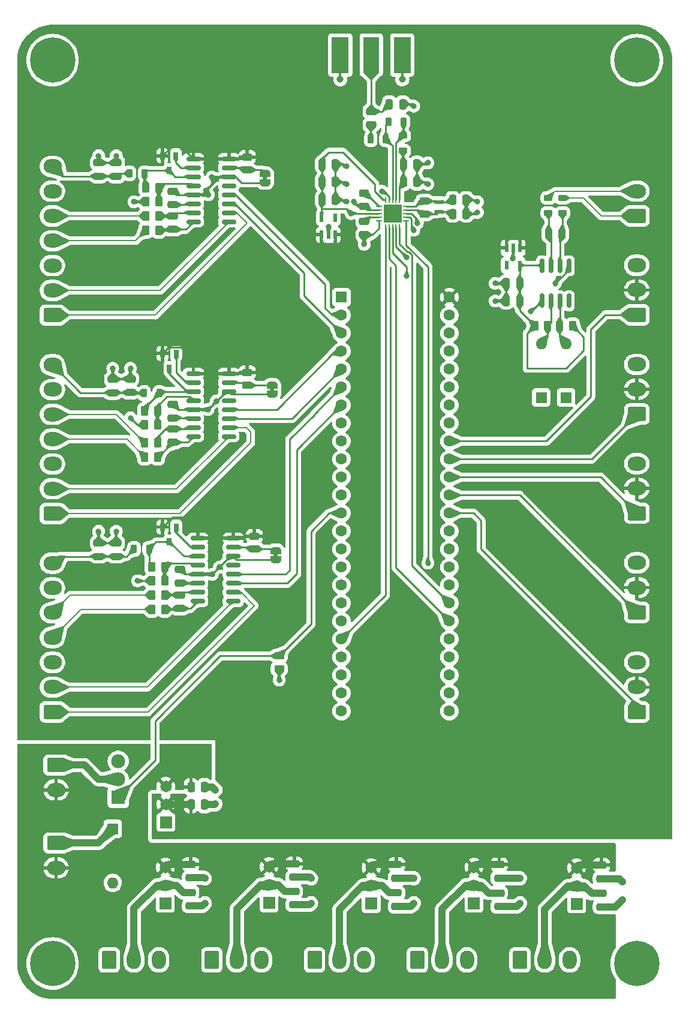
<source format=gbr>
%TF.GenerationSoftware,KiCad,Pcbnew,7.0.9*%
%TF.CreationDate,2024-08-13T21:33:33-05:00*%
%TF.ProjectId,TestStand,54657374-5374-4616-9e64-2e6b69636164,rev?*%
%TF.SameCoordinates,Original*%
%TF.FileFunction,Copper,L1,Top*%
%TF.FilePolarity,Positive*%
%FSLAX46Y46*%
G04 Gerber Fmt 4.6, Leading zero omitted, Abs format (unit mm)*
G04 Created by KiCad (PCBNEW 7.0.9) date 2024-08-13 21:33:33*
%MOMM*%
%LPD*%
G01*
G04 APERTURE LIST*
G04 Aperture macros list*
%AMRoundRect*
0 Rectangle with rounded corners*
0 $1 Rounding radius*
0 $2 $3 $4 $5 $6 $7 $8 $9 X,Y pos of 4 corners*
0 Add a 4 corners polygon primitive as box body*
4,1,4,$2,$3,$4,$5,$6,$7,$8,$9,$2,$3,0*
0 Add four circle primitives for the rounded corners*
1,1,$1+$1,$2,$3*
1,1,$1+$1,$4,$5*
1,1,$1+$1,$6,$7*
1,1,$1+$1,$8,$9*
0 Add four rect primitives between the rounded corners*
20,1,$1+$1,$2,$3,$4,$5,0*
20,1,$1+$1,$4,$5,$6,$7,0*
20,1,$1+$1,$6,$7,$8,$9,0*
20,1,$1+$1,$8,$9,$2,$3,0*%
%AMFreePoly0*
4,1,19,0.500000,-0.750000,0.000000,-0.750000,0.000000,-0.744911,-0.071157,-0.744911,-0.207708,-0.704816,-0.327430,-0.627875,-0.420627,-0.520320,-0.479746,-0.390866,-0.500000,-0.250000,-0.500000,0.250000,-0.479746,0.390866,-0.420627,0.520320,-0.327430,0.627875,-0.207708,0.704816,-0.071157,0.744911,0.000000,0.744911,0.000000,0.750000,0.500000,0.750000,0.500000,-0.750000,0.500000,-0.750000,
$1*%
%AMFreePoly1*
4,1,19,0.000000,0.744911,0.071157,0.744911,0.207708,0.704816,0.327430,0.627875,0.420627,0.520320,0.479746,0.390866,0.500000,0.250000,0.500000,-0.250000,0.479746,-0.390866,0.420627,-0.520320,0.327430,-0.627875,0.207708,-0.704816,0.071157,-0.744911,0.000000,-0.744911,0.000000,-0.750000,-0.500000,-0.750000,-0.500000,0.750000,0.000000,0.750000,0.000000,0.744911,0.000000,0.744911,
$1*%
G04 Aperture macros list end*
%TA.AperFunction,ComponentPad*%
%ADD10R,1.651000X1.651000*%
%TD*%
%TA.AperFunction,ComponentPad*%
%ADD11C,1.651000*%
%TD*%
%TA.AperFunction,ComponentPad*%
%ADD12R,1.600000X1.600000*%
%TD*%
%TA.AperFunction,ComponentPad*%
%ADD13C,1.600000*%
%TD*%
%TA.AperFunction,ComponentPad*%
%ADD14C,6.400000*%
%TD*%
%TA.AperFunction,ComponentPad*%
%ADD15O,1.600000X1.600000*%
%TD*%
%TA.AperFunction,ComponentPad*%
%ADD16RoundRect,0.250000X-1.050000X0.750000X-1.050000X-0.750000X1.050000X-0.750000X1.050000X0.750000X0*%
%TD*%
%TA.AperFunction,ComponentPad*%
%ADD17O,2.600000X2.000000*%
%TD*%
%TA.AperFunction,ComponentPad*%
%ADD18R,1.980000X1.980000*%
%TD*%
%TA.AperFunction,ComponentPad*%
%ADD19C,1.980000*%
%TD*%
%TA.AperFunction,SMDPad,CuDef*%
%ADD20RoundRect,0.250000X0.475000X-0.250000X0.475000X0.250000X-0.475000X0.250000X-0.475000X-0.250000X0*%
%TD*%
%TA.AperFunction,SMDPad,CuDef*%
%ADD21RoundRect,0.250000X0.250000X0.475000X-0.250000X0.475000X-0.250000X-0.475000X0.250000X-0.475000X0*%
%TD*%
%TA.AperFunction,SMDPad,CuDef*%
%ADD22RoundRect,0.250000X0.450000X-0.262500X0.450000X0.262500X-0.450000X0.262500X-0.450000X-0.262500X0*%
%TD*%
%TA.AperFunction,SMDPad,CuDef*%
%ADD23R,1.100000X0.600000*%
%TD*%
%TA.AperFunction,SMDPad,CuDef*%
%ADD24R,0.558800X1.270000*%
%TD*%
%TA.AperFunction,SMDPad,CuDef*%
%ADD25RoundRect,0.062500X0.062500X-0.350000X0.062500X0.350000X-0.062500X0.350000X-0.062500X-0.350000X0*%
%TD*%
%TA.AperFunction,SMDPad,CuDef*%
%ADD26RoundRect,0.062500X0.350000X-0.062500X0.350000X0.062500X-0.350000X0.062500X-0.350000X-0.062500X0*%
%TD*%
%TA.AperFunction,SMDPad,CuDef*%
%ADD27R,2.500000X2.500000*%
%TD*%
%TA.AperFunction,SMDPad,CuDef*%
%ADD28RoundRect,0.150000X-0.150000X0.825000X-0.150000X-0.825000X0.150000X-0.825000X0.150000X0.825000X0*%
%TD*%
%TA.AperFunction,SMDPad,CuDef*%
%ADD29RoundRect,0.250000X-0.450000X0.262500X-0.450000X-0.262500X0.450000X-0.262500X0.450000X0.262500X0*%
%TD*%
%TA.AperFunction,SMDPad,CuDef*%
%ADD30RoundRect,0.250000X0.262500X0.450000X-0.262500X0.450000X-0.262500X-0.450000X0.262500X-0.450000X0*%
%TD*%
%TA.AperFunction,SMDPad,CuDef*%
%ADD31RoundRect,0.218750X0.218750X0.381250X-0.218750X0.381250X-0.218750X-0.381250X0.218750X-0.381250X0*%
%TD*%
%TA.AperFunction,SMDPad,CuDef*%
%ADD32RoundRect,0.218750X0.381250X-0.218750X0.381250X0.218750X-0.381250X0.218750X-0.381250X-0.218750X0*%
%TD*%
%TA.AperFunction,SMDPad,CuDef*%
%ADD33R,2.290000X5.080000*%
%TD*%
%TA.AperFunction,SMDPad,CuDef*%
%ADD34R,0.460000X0.950000*%
%TD*%
%TA.AperFunction,ComponentPad*%
%ADD35C,0.970000*%
%TD*%
%TA.AperFunction,SMDPad,CuDef*%
%ADD36R,2.420000X5.080000*%
%TD*%
%TA.AperFunction,ComponentPad*%
%ADD37RoundRect,0.250000X1.050000X-0.750000X1.050000X0.750000X-1.050000X0.750000X-1.050000X-0.750000X0*%
%TD*%
%TA.AperFunction,SMDPad,CuDef*%
%ADD38RoundRect,0.218750X-0.381250X0.218750X-0.381250X-0.218750X0.381250X-0.218750X0.381250X0.218750X0*%
%TD*%
%TA.AperFunction,SMDPad,CuDef*%
%ADD39RoundRect,0.250000X-0.250000X-0.475000X0.250000X-0.475000X0.250000X0.475000X-0.250000X0.475000X0*%
%TD*%
%TA.AperFunction,ComponentPad*%
%ADD40RoundRect,0.250000X-0.750000X-1.050000X0.750000X-1.050000X0.750000X1.050000X-0.750000X1.050000X0*%
%TD*%
%TA.AperFunction,ComponentPad*%
%ADD41O,2.000000X2.600000*%
%TD*%
%TA.AperFunction,SMDPad,CuDef*%
%ADD42FreePoly0,90.000000*%
%TD*%
%TA.AperFunction,SMDPad,CuDef*%
%ADD43FreePoly1,90.000000*%
%TD*%
%TA.AperFunction,SMDPad,CuDef*%
%ADD44RoundRect,0.250000X-0.262500X-0.450000X0.262500X-0.450000X0.262500X0.450000X-0.262500X0.450000X0*%
%TD*%
%TA.AperFunction,SMDPad,CuDef*%
%ADD45R,0.650000X1.100000*%
%TD*%
%TA.AperFunction,SMDPad,CuDef*%
%ADD46RoundRect,0.150000X-0.850000X-0.150000X0.850000X-0.150000X0.850000X0.150000X-0.850000X0.150000X0*%
%TD*%
%TA.AperFunction,SMDPad,CuDef*%
%ADD47RoundRect,0.250000X-0.475000X0.250000X-0.475000X-0.250000X0.475000X-0.250000X0.475000X0.250000X0*%
%TD*%
%TA.AperFunction,SMDPad,CuDef*%
%ADD48RoundRect,0.218750X-0.218750X-0.381250X0.218750X-0.381250X0.218750X0.381250X-0.218750X0.381250X0*%
%TD*%
%TA.AperFunction,ViaPad*%
%ADD49C,0.800000*%
%TD*%
%TA.AperFunction,Conductor*%
%ADD50C,0.250000*%
%TD*%
%TA.AperFunction,Conductor*%
%ADD51C,1.000000*%
%TD*%
%TA.AperFunction,Conductor*%
%ADD52C,0.200000*%
%TD*%
G04 APERTURE END LIST*
%TA.AperFunction,EtchedComponent*%
%TO.C,JP3*%
G36*
X59300000Y-138100000D02*
G01*
X58700000Y-138100000D01*
X58700000Y-137600000D01*
X59300000Y-137600000D01*
X59300000Y-138100000D01*
G37*
%TD.AperFunction*%
%TA.AperFunction,EtchedComponent*%
%TO.C,JP1*%
G36*
X57800000Y-84900000D02*
G01*
X57200000Y-84900000D01*
X57200000Y-84400000D01*
X57800000Y-84400000D01*
X57800000Y-84900000D01*
G37*
%TD.AperFunction*%
%TA.AperFunction,EtchedComponent*%
%TO.C,JP2*%
G36*
X58800000Y-114750000D02*
G01*
X58200000Y-114750000D01*
X58200000Y-114250000D01*
X58800000Y-114250000D01*
X58800000Y-114750000D01*
G37*
%TD.AperFunction*%
%TD*%
D10*
%TO.P,CR6,1,ADJ/GND*%
%TO.N,GND*%
X101500000Y-187080000D03*
D11*
%TO.P,CR6,2,OUTPUT*%
%TO.N,/+S4*%
X101500000Y-184540000D03*
%TO.P,CR6,3,INPUT*%
%TO.N,+BATT*%
X101500000Y-182000000D03*
%TD*%
D12*
%TO.P,U4,1,GND*%
%TO.N,GND*%
X68300000Y-101460000D03*
D13*
%TO.P,U4,2,0_RX1_CRX2_CS1*%
%TO.N,/DAT*%
X68300000Y-104000000D03*
%TO.P,U4,3,1_TX1_CTX2_MISO1*%
%TO.N,/SCK*%
X68300000Y-106540000D03*
%TO.P,U4,4,2_OUT2*%
%TO.N,/DAT1*%
X68300000Y-109080000D03*
%TO.P,U4,5,3_LRCLK2*%
%TO.N,/SCK1*%
X68300000Y-111620000D03*
%TO.P,U4,6,4_BCLK2*%
%TO.N,/DAT2*%
X68300000Y-114160000D03*
%TO.P,U4,7,5_IN2*%
%TO.N,/SCK2*%
X68300000Y-116700000D03*
%TO.P,U4,8,6_OUT1D*%
%TO.N,/PWM0*%
X68300000Y-119240000D03*
%TO.P,U4,9,7_RX2_OUT1A*%
%TO.N,/PWM1*%
X68300000Y-121780000D03*
%TO.P,U4,10,8_TX2_IN1*%
%TO.N,/PWM2*%
X68300000Y-124320000D03*
%TO.P,U4,11,9_OUT1C*%
%TO.N,/PWM3*%
X68300000Y-126860000D03*
%TO.P,U4,12,10_CS_MQSR*%
%TO.N,/PWM4*%
X68300000Y-129400000D03*
%TO.P,U4,13,11_MOSI_CTX1*%
%TO.N,/GP*%
X68300000Y-131940000D03*
%TO.P,U4,14,12_MISO_MQSL*%
%TO.N,unconnected-(U4-12_MISO_MQSL-Pad14)*%
X68300000Y-134480000D03*
%TO.P,U4,15,3V3*%
%TO.N,unconnected-(U4-3V3-Pad15)*%
X68300000Y-137020000D03*
%TO.P,U4,16,24_A10_TX6_SCL2*%
%TO.N,unconnected-(U4-24_A10_TX6_SCL2-Pad16)*%
X68300000Y-139560000D03*
%TO.P,U4,17,25_A11_RX6_SDA2*%
%TO.N,unconnected-(U4-25_A11_RX6_SDA2-Pad17)*%
X68300000Y-142100000D03*
%TO.P,U4,18,26_A12_MOSI1*%
%TO.N,/rMOSI*%
X68300000Y-144640000D03*
%TO.P,U4,19,27_A13_SCK1*%
%TO.N,/rSCK*%
X68300000Y-147180000D03*
%TO.P,U4,20,28_RX7*%
%TO.N,/rCE*%
X68300000Y-149720000D03*
%TO.P,U4,21,29_TX7*%
%TO.N,/rIRQ*%
X68300000Y-152260000D03*
%TO.P,U4,22,30_CRX3*%
%TO.N,unconnected-(U4-30_CRX3-Pad22)*%
X68300000Y-154800000D03*
%TO.P,U4,23,31_CTX3*%
%TO.N,unconnected-(U4-31_CTX3-Pad23)*%
X68300000Y-157340000D03*
%TO.P,U4,24,32_OUT1B*%
%TO.N,unconnected-(U4-32_OUT1B-Pad24)*%
X68300000Y-159880000D03*
%TO.P,U4,25,33_MCLK2*%
%TO.N,/tcCS*%
X83540000Y-159880000D03*
%TO.P,U4,26,34_RX8*%
%TO.N,/tcSO*%
X83540000Y-157340000D03*
%TO.P,U4,27,35_TX8*%
%TO.N,/tcSCK*%
X83540000Y-154800000D03*
%TO.P,U4,28,36_CS*%
%TO.N,unconnected-(U4-36_CS-Pad28)*%
X83540000Y-152260000D03*
%TO.P,U4,29,37_CS*%
%TO.N,unconnected-(U4-37_CS-Pad29)*%
X83540000Y-149720000D03*
%TO.P,U4,30,38_CS1_IN1*%
%TO.N,/rCSN*%
X83540000Y-147180000D03*
%TO.P,U4,31,39_MISO1_OUT1A*%
%TO.N,/rMISO*%
X83540000Y-144640000D03*
%TO.P,U4,32,40_A16*%
%TO.N,unconnected-(U4-40_A16-Pad32)*%
X83540000Y-142100000D03*
%TO.P,U4,33,41_A17*%
%TO.N,unconnected-(U4-41_A17-Pad33)*%
X83540000Y-139560000D03*
%TO.P,U4,34,GND*%
%TO.N,GND*%
X83540000Y-137020000D03*
%TO.P,U4,35,13_SCK_LED*%
%TO.N,unconnected-(U4-13_SCK_LED-Pad35)*%
X83540000Y-134480000D03*
%TO.P,U4,36,14_A0_TX3_SPDIF_OUT*%
%TO.N,/PT0*%
X83540000Y-131940000D03*
%TO.P,U4,37,15_A1_RX3_SPDIF_IN*%
%TO.N,/PT1*%
X83540000Y-129400000D03*
%TO.P,U4,38,16_A2_RX4_SCL1*%
%TO.N,/PT2*%
X83540000Y-126860000D03*
%TO.P,U4,39,17_A3_TX4_SDA1*%
%TO.N,/PT3*%
X83540000Y-124320000D03*
%TO.P,U4,40,18_A4_SDA*%
%TO.N,/PT4*%
X83540000Y-121780000D03*
%TO.P,U4,41,19_A5_SCL*%
%TO.N,unconnected-(U4-19_A5_SCL-Pad41)*%
X83540000Y-119240000D03*
%TO.P,U4,42,20_A6_TX5_LRCLK1*%
%TO.N,unconnected-(U4-20_A6_TX5_LRCLK1-Pad42)*%
X83540000Y-116700000D03*
%TO.P,U4,43,21_A7_RX5_BCLK1*%
%TO.N,unconnected-(U4-21_A7_RX5_BCLK1-Pad43)*%
X83540000Y-114160000D03*
%TO.P,U4,44,22_A8_CTX1*%
%TO.N,unconnected-(U4-22_A8_CTX1-Pad44)*%
X83540000Y-111620000D03*
%TO.P,U4,45,23_A9_CRX1_MCLK1*%
%TO.N,unconnected-(U4-23_A9_CRX1_MCLK1-Pad45)*%
X83540000Y-109080000D03*
%TO.P,U4,46,3V3*%
%TO.N,unconnected-(U4-3V3-Pad46)*%
X83540000Y-106540000D03*
%TO.P,U4,47,GND*%
%TO.N,GND*%
X83540000Y-104000000D03*
%TO.P,U4,48,VIN*%
%TO.N,+5V*%
X83540000Y-101460000D03*
%TD*%
D14*
%TO.P,H4,1,1*%
%TO.N,GND*%
X27500000Y-195500000D03*
%TD*%
%TO.P,H3,1,1*%
%TO.N,GND*%
X110000000Y-195500000D03*
%TD*%
%TO.P,H2,1,1*%
%TO.N,GND*%
X110000000Y-68000000D03*
%TD*%
%TO.P,H1,1,1*%
%TO.N,GND*%
X27500000Y-68000000D03*
%TD*%
D12*
%TO.P,SW1,1*%
%TO.N,Net-(J17-Pin_1)*%
X36000000Y-176500000D03*
D15*
%TO.P,SW1,2*%
%TO.N,GND*%
X36000000Y-184120000D03*
%TD*%
D16*
%TO.P,J17,1,Pin_1*%
%TO.N,Net-(J17-Pin_1)*%
X28000000Y-178500000D03*
D17*
%TO.P,J17,2,Pin_2*%
%TO.N,+BATT*%
X28000000Y-182000000D03*
%TD*%
D10*
%TO.P,CR5,1,ADJ/GND*%
%TO.N,GND*%
X87000000Y-187000000D03*
D11*
%TO.P,CR5,2,OUTPUT*%
%TO.N,/+S3*%
X87000000Y-184460000D03*
%TO.P,CR5,3,INPUT*%
%TO.N,+BATT*%
X87000000Y-181920000D03*
%TD*%
D10*
%TO.P,CR4,1,ADJ/GND*%
%TO.N,GND*%
X72500000Y-187050000D03*
D11*
%TO.P,CR4,2,OUTPUT*%
%TO.N,/+S2*%
X72500000Y-184510000D03*
%TO.P,CR4,3,INPUT*%
%TO.N,+BATT*%
X72500000Y-181970000D03*
%TD*%
%TO.P,CR3,3,INPUT*%
%TO.N,+BATT*%
X58068200Y-181857100D03*
%TO.P,CR3,2,OUTPUT*%
%TO.N,/+S1*%
X58068200Y-184397100D03*
D10*
%TO.P,CR3,1,ADJ/GND*%
%TO.N,GND*%
X58068200Y-186937100D03*
%TD*%
%TO.P,CR2,1,ADJ/GND*%
%TO.N,GND*%
X43431800Y-187000000D03*
D11*
%TO.P,CR2,2,OUTPUT*%
%TO.N,/+S0*%
X43431800Y-184460000D03*
%TO.P,CR2,3,INPUT*%
%TO.N,+BATT*%
X43431800Y-181920000D03*
%TD*%
D10*
%TO.P,CR1,1,ADJ/GND*%
%TO.N,GND*%
X43500000Y-175580000D03*
D11*
%TO.P,CR1,2,OUTPUT*%
%TO.N,+5V*%
X43500000Y-173040000D03*
%TO.P,CR1,3,INPUT*%
%TO.N,+BATT*%
X43500000Y-170500000D03*
%TD*%
D18*
%TO.P,IC1,1,G*%
%TO.N,/GP*%
X36770000Y-172050000D03*
D19*
%TO.P,IC1,2,D*%
%TO.N,Net-(IC1-D)*%
X36770000Y-169500000D03*
%TO.P,IC1,3,S*%
%TO.N,GND*%
X36770000Y-166950000D03*
%TD*%
D20*
%TO.P,C37,1*%
%TO.N,GND*%
X105000000Y-183512900D03*
%TO.P,C37,2*%
%TO.N,+BATT*%
X105000000Y-181612900D03*
%TD*%
%TO.P,C36,1*%
%TO.N,GND*%
X105000000Y-187512900D03*
%TO.P,C36,2*%
%TO.N,/+S4*%
X105000000Y-185612900D03*
%TD*%
%TO.P,C35,2*%
%TO.N,+BATT*%
X90568200Y-181550000D03*
%TO.P,C35,1*%
%TO.N,GND*%
X90568200Y-183450000D03*
%TD*%
%TO.P,C34,2*%
%TO.N,/+S3*%
X90568200Y-185550000D03*
%TO.P,C34,1*%
%TO.N,GND*%
X90568200Y-187450000D03*
%TD*%
%TO.P,C33,1*%
%TO.N,GND*%
X76068200Y-183437100D03*
%TO.P,C33,2*%
%TO.N,+BATT*%
X76068200Y-181537100D03*
%TD*%
%TO.P,C32,1*%
%TO.N,GND*%
X76068200Y-187437100D03*
%TO.P,C32,2*%
%TO.N,/+S2*%
X76068200Y-185537100D03*
%TD*%
%TO.P,C31,1*%
%TO.N,GND*%
X61636400Y-183324200D03*
%TO.P,C31,2*%
%TO.N,+BATT*%
X61636400Y-181424200D03*
%TD*%
%TO.P,C30,1*%
%TO.N,GND*%
X61636400Y-187224200D03*
%TO.P,C30,2*%
%TO.N,/+S1*%
X61636400Y-185324200D03*
%TD*%
%TO.P,C29,1*%
%TO.N,GND*%
X47000000Y-183387100D03*
%TO.P,C29,2*%
%TO.N,+BATT*%
X47000000Y-181487100D03*
%TD*%
%TO.P,C28,1*%
%TO.N,GND*%
X47000000Y-187387100D03*
%TO.P,C28,2*%
%TO.N,/+S0*%
X47000000Y-185487100D03*
%TD*%
D21*
%TO.P,C27,1*%
%TO.N,GND*%
X48950000Y-173080000D03*
%TO.P,C27,2*%
%TO.N,+5V*%
X47050000Y-173080000D03*
%TD*%
%TO.P,C26,1*%
%TO.N,GND*%
X48950000Y-170580000D03*
%TO.P,C26,2*%
%TO.N,+BATT*%
X47050000Y-170580000D03*
%TD*%
D22*
%TO.P,R20,1*%
%TO.N,GND*%
X59500000Y-153912500D03*
%TO.P,R20,2*%
%TO.N,/GP*%
X59500000Y-152087500D03*
%TD*%
D16*
%TO.P,J16,1,Pin_1*%
%TO.N,Net-(IC1-D)*%
X28000000Y-167500000D03*
D17*
%TO.P,J16,2,Pin_2*%
%TO.N,+BATT*%
X28000000Y-171000000D03*
%TD*%
D22*
%TO.P,R18,1*%
%TO.N,GND*%
X71500000Y-88622500D03*
%TO.P,R18,2*%
%TO.N,Net-(U7-IREF)*%
X71500000Y-86797500D03*
%TD*%
D23*
%TO.P,Y1,1,1*%
%TO.N,Net-(U7-XC2)*%
X82000000Y-89410000D03*
%TO.P,Y1,2,2*%
%TO.N,Net-(U7-XC1)*%
X82000000Y-88010000D03*
%TD*%
D24*
%TO.P,U8,1,Vin*%
%TO.N,+5V*%
X65500000Y-92648400D03*
%TO.P,U8,2,GND*%
%TO.N,GND*%
X66452500Y-92648400D03*
%TO.P,U8,3,ON*%
%TO.N,+5V*%
X67405000Y-92648400D03*
%TO.P,U8,4,ADJ*%
%TO.N,unconnected-(U8-ADJ-Pad4)*%
X67405000Y-90210000D03*
%TO.P,U8,5,Vout*%
%TO.N,/+3VRF*%
X65500000Y-90210000D03*
%TD*%
D25*
%TO.P,U7,1,CE*%
%TO.N,/rCE*%
X74500000Y-91585000D03*
%TO.P,U7,2,CSN*%
%TO.N,/rCSN*%
X75000000Y-91585000D03*
%TO.P,U7,3,SCK*%
%TO.N,/rSCK*%
X75500000Y-91585000D03*
%TO.P,U7,4,MOSI*%
%TO.N,/rMOSI*%
X76000000Y-91585000D03*
%TO.P,U7,5,MISO*%
%TO.N,/rMISO*%
X76500000Y-91585000D03*
D26*
%TO.P,U7,6,IRQ*%
%TO.N,/rIRQ*%
X77437500Y-90647500D03*
%TO.P,U7,7,VDD*%
%TO.N,/+3VRF*%
X77437500Y-90147500D03*
%TO.P,U7,8,VSS*%
%TO.N,GND*%
X77437500Y-89647500D03*
%TO.P,U7,9,XC2*%
%TO.N,Net-(U7-XC2)*%
X77437500Y-89147500D03*
%TO.P,U7,10,XC1*%
%TO.N,Net-(U7-XC1)*%
X77437500Y-88647500D03*
D25*
%TO.P,U7,11,VDD_PA*%
%TO.N,Net-(U7-VDD_PA)*%
X76500000Y-87710000D03*
%TO.P,U7,12,ANT1*%
%TO.N,Net-(U7-ANT1)*%
X76000000Y-87710000D03*
%TO.P,U7,13,ANT2*%
%TO.N,Net-(U7-ANT2)*%
X75500000Y-87710000D03*
%TO.P,U7,14,VSS*%
%TO.N,GND*%
X75000000Y-87710000D03*
%TO.P,U7,15,VDD*%
%TO.N,/+3VRF*%
X74500000Y-87710000D03*
D26*
%TO.P,U7,16,IREF*%
%TO.N,Net-(U7-IREF)*%
X73562500Y-88647500D03*
%TO.P,U7,17,VSS*%
%TO.N,GND*%
X73562500Y-89147500D03*
%TO.P,U7,18,VDD*%
%TO.N,/+3VRF*%
X73562500Y-89647500D03*
%TO.P,U7,19,DVDD*%
%TO.N,Net-(U7-DVDD)*%
X73562500Y-90147500D03*
%TO.P,U7,20,VSS*%
%TO.N,GND*%
X73562500Y-90647500D03*
D27*
%TO.P,U7,21*%
%TO.N,N/C*%
X75500000Y-89647500D03*
%TD*%
D28*
%TO.P,U6,1,GND*%
%TO.N,GND*%
X100405000Y-97025000D03*
%TO.P,U6,2,T-*%
%TO.N,Net-(U6-T-)*%
X99135000Y-97025000D03*
%TO.P,U6,3,T+*%
%TO.N,Net-(U6-T+)*%
X97865000Y-97025000D03*
%TO.P,U6,4,V_CC*%
%TO.N,/+3VTC*%
X96595000Y-97025000D03*
%TO.P,U6,5,SCK*%
%TO.N,/tcSCK*%
X96595000Y-101975000D03*
%TO.P,U6,6,~{CS}*%
%TO.N,Net-(D1-A)*%
X97865000Y-101975000D03*
%TO.P,U6,7,SO*%
%TO.N,Net-(D2-A)*%
X99135000Y-101975000D03*
%TO.P,U6,8*%
%TO.N,N/C*%
X100405000Y-101975000D03*
%TD*%
D24*
%TO.P,U5,1,Vin*%
%TO.N,+5V*%
X93500000Y-94500000D03*
%TO.P,U5,2,GND*%
%TO.N,GND*%
X92547500Y-94500000D03*
%TO.P,U5,3,ON*%
%TO.N,+5V*%
X91595000Y-94500000D03*
%TO.P,U5,4,ADJ*%
%TO.N,unconnected-(U5-ADJ-Pad4)*%
X91595000Y-96938400D03*
%TO.P,U5,5,Vout*%
%TO.N,/+3VTC*%
X93500000Y-96938400D03*
%TD*%
D29*
%TO.P,R19,1*%
%TO.N,Net-(U7-XC1)*%
X80000000Y-87885000D03*
%TO.P,R19,2*%
%TO.N,Net-(U7-XC2)*%
X80000000Y-89710000D03*
%TD*%
D30*
%TO.P,R17,1*%
%TO.N,/+3VTC*%
X100912500Y-105500000D03*
%TO.P,R17,2*%
%TO.N,Net-(D2-A)*%
X99087500Y-105500000D03*
%TD*%
%TO.P,R16,2*%
%TO.N,/+3VTC*%
X95587500Y-105500000D03*
%TO.P,R16,1*%
%TO.N,Net-(D1-A)*%
X97412500Y-105500000D03*
%TD*%
D31*
%TO.P,L6,1,1*%
%TO.N,Net-(U7-ANT2)*%
X74562500Y-79147500D03*
%TO.P,L6,2,2*%
%TO.N,Net-(C21-Pad1)*%
X72437500Y-79147500D03*
%TD*%
%TO.P,L5,1,1*%
%TO.N,Net-(U7-ANT1)*%
X77062500Y-76710000D03*
%TO.P,L5,2,2*%
%TO.N,Net-(U7-ANT2)*%
X74937500Y-76710000D03*
%TD*%
D32*
%TO.P,L4,1,1*%
%TO.N,Net-(U7-VDD_PA)*%
X77000000Y-80772500D03*
%TO.P,L4,2,2*%
%TO.N,Net-(U7-ANT1)*%
X77000000Y-78647500D03*
%TD*%
D33*
%TO.P,J15,1,In*%
%TO.N,Net-(J15-In)*%
X72500000Y-67280000D03*
D34*
%TO.P,J15,2,Ext*%
%TO.N,GND*%
X76880000Y-70270000D03*
D35*
X68120000Y-70720000D03*
D36*
X76880000Y-67280000D03*
D34*
X68120000Y-70270000D03*
D36*
X68120000Y-67280000D03*
D35*
X76880000Y-70720000D03*
%TD*%
D37*
%TO.P,J14,1,Pin_1*%
%TO.N,/T-*%
X110000000Y-90000000D03*
D17*
%TO.P,J14,2,Pin_2*%
%TO.N,/T+*%
X110000000Y-86500000D03*
%TD*%
D38*
%TO.P,FB2,1*%
%TO.N,/T-*%
X99500000Y-87437500D03*
%TO.P,FB2,2*%
%TO.N,Net-(U6-T-)*%
X99500000Y-89562500D03*
%TD*%
%TO.P,FB1,1*%
%TO.N,/T+*%
X97500000Y-87437500D03*
%TO.P,FB1,2*%
%TO.N,Net-(U6-T+)*%
X97500000Y-89562500D03*
%TD*%
D12*
%TO.P,D2,1,K*%
%TO.N,/tcSO*%
X100000000Y-115620000D03*
D15*
%TO.P,D2,2,A*%
%TO.N,Net-(D2-A)*%
X100000000Y-108000000D03*
%TD*%
D12*
%TO.P,D1,1,K*%
%TO.N,/tcCS*%
X96500000Y-115620000D03*
D15*
%TO.P,D1,2,A*%
%TO.N,Net-(D1-A)*%
X96500000Y-108000000D03*
%TD*%
D21*
%TO.P,C25,1*%
%TO.N,GND*%
X67450000Y-87710000D03*
%TO.P,C25,2*%
%TO.N,/+3VRF*%
X65550000Y-87710000D03*
%TD*%
%TO.P,C24,1*%
%TO.N,GND*%
X67450000Y-85210000D03*
%TO.P,C24,2*%
%TO.N,/+3VRF*%
X65550000Y-85210000D03*
%TD*%
%TO.P,C23,1*%
%TO.N,GND*%
X67450000Y-82710000D03*
%TO.P,C23,2*%
%TO.N,/+3VRF*%
X65550000Y-82710000D03*
%TD*%
%TO.P,C22,1*%
%TO.N,GND*%
X76950000Y-74210000D03*
%TO.P,C22,2*%
%TO.N,Net-(J15-In)*%
X75050000Y-74210000D03*
%TD*%
D20*
%TO.P,C21,1*%
%TO.N,Net-(C21-Pad1)*%
X72500000Y-77160000D03*
%TO.P,C21,2*%
%TO.N,Net-(J15-In)*%
X72500000Y-75260000D03*
%TD*%
D39*
%TO.P,C20,1*%
%TO.N,Net-(U7-VDD_PA)*%
X77050000Y-85210000D03*
%TO.P,C20,2*%
%TO.N,GND*%
X78950000Y-85210000D03*
%TD*%
%TO.P,C19,1*%
%TO.N,Net-(U7-VDD_PA)*%
X77050000Y-82710000D03*
%TO.P,C19,2*%
%TO.N,GND*%
X78950000Y-82710000D03*
%TD*%
%TO.P,C18,1*%
%TO.N,Net-(U7-XC2)*%
X84000000Y-89710000D03*
%TO.P,C18,2*%
%TO.N,GND*%
X85900000Y-89710000D03*
%TD*%
%TO.P,C17,1*%
%TO.N,Net-(U7-XC1)*%
X84000000Y-87710000D03*
%TO.P,C17,2*%
%TO.N,GND*%
X85900000Y-87710000D03*
%TD*%
D20*
%TO.P,C16,1*%
%TO.N,GND*%
X71500000Y-92660000D03*
%TO.P,C16,2*%
%TO.N,Net-(U7-DVDD)*%
X71500000Y-90760000D03*
%TD*%
D21*
%TO.P,C15,1*%
%TO.N,/+3VTC*%
X93450000Y-102000000D03*
%TO.P,C15,2*%
%TO.N,GND*%
X91550000Y-102000000D03*
%TD*%
%TO.P,C14,1*%
%TO.N,/+3VTC*%
X93450000Y-99500000D03*
%TO.P,C14,2*%
%TO.N,GND*%
X91550000Y-99500000D03*
%TD*%
D39*
%TO.P,C13,1*%
%TO.N,Net-(U6-T+)*%
X97550000Y-92500000D03*
%TO.P,C13,2*%
%TO.N,Net-(U6-T-)*%
X99450000Y-92500000D03*
%TD*%
D40*
%TO.P,J5,1,Pin_1*%
%TO.N,/PWM1*%
X50000000Y-195000000D03*
D41*
%TO.P,J5,2,Pin_2*%
%TO.N,/+S1*%
X53500000Y-195000000D03*
%TO.P,J5,3,Pin_3*%
%TO.N,GND*%
X57000000Y-195000000D03*
%TD*%
D37*
%TO.P,J12,1,Pin_1*%
%TO.N,/PT3*%
X110000000Y-117950000D03*
D17*
%TO.P,J12,2,Pin_2*%
%TO.N,+5V*%
X110000000Y-114450000D03*
%TO.P,J12,3,Pin_3*%
%TO.N,GND*%
X110000000Y-110950000D03*
%TD*%
D40*
%TO.P,J7,1,Pin_1*%
%TO.N,/PWM3*%
X79000000Y-195000000D03*
D41*
%TO.P,J7,2,Pin_2*%
%TO.N,/+S3*%
X82500000Y-195000000D03*
%TO.P,J7,3,Pin_3*%
%TO.N,GND*%
X86000000Y-195000000D03*
%TD*%
D42*
%TO.P,JP3,1,A*%
%TO.N,GND*%
X59000000Y-138500000D03*
D43*
%TO.P,JP3,2,B*%
%TO.N,Net-(JP3-B)*%
X59000000Y-137200000D03*
%TD*%
D37*
%TO.P,J13,1,Pin_1*%
%TO.N,/PT4*%
X110000000Y-103950000D03*
D17*
%TO.P,J13,2,Pin_2*%
%TO.N,+5V*%
X110000000Y-100450000D03*
%TO.P,J13,3,Pin_3*%
%TO.N,GND*%
X110000000Y-96950000D03*
%TD*%
D20*
%TO.P,C12,1*%
%TO.N,Net-(U3-VBG)*%
X45500000Y-141800000D03*
%TO.P,C12,2*%
%TO.N,GND*%
X45500000Y-139900000D03*
%TD*%
D44*
%TO.P,R2,1*%
%TO.N,/A+*%
X40675000Y-92000000D03*
%TO.P,R2,2*%
%TO.N,Net-(U1-INA+)*%
X42500000Y-92000000D03*
%TD*%
D37*
%TO.P,J11,1,Pin_1*%
%TO.N,/PT2*%
X110000000Y-131950000D03*
D17*
%TO.P,J11,2,Pin_2*%
%TO.N,+5V*%
X110000000Y-128450000D03*
%TO.P,J11,3,Pin_3*%
%TO.N,GND*%
X110000000Y-124950000D03*
%TD*%
D42*
%TO.P,JP1,1,A*%
%TO.N,GND*%
X57500000Y-85300000D03*
D43*
%TO.P,JP1,2,B*%
%TO.N,Net-(JP1-B)*%
X57500000Y-84000000D03*
%TD*%
D45*
%TO.P,Q1,1*%
%TO.N,Net-(U1-BASE)*%
X44920000Y-81500000D03*
%TO.P,Q1,2*%
%TO.N,+5V*%
X43000000Y-81500000D03*
%TO.P,Q1,3*%
%TO.N,Net-(U1-AVDD)*%
X43960000Y-83600000D03*
%TD*%
D44*
%TO.P,R3,1*%
%TO.N,/A-*%
X40675000Y-90000000D03*
%TO.P,R3,2*%
%TO.N,Net-(U1-INA-)*%
X42500000Y-90000000D03*
%TD*%
D37*
%TO.P,J2,1,Pin_1*%
%TO.N,/B1+*%
X27500000Y-132000000D03*
D17*
%TO.P,J2,2,Pin_2*%
%TO.N,/B1-*%
X27500000Y-128500000D03*
%TO.P,J2,3,Pin_3*%
%TO.N,GND*%
X27500000Y-125000000D03*
%TO.P,J2,4,Pin_4*%
%TO.N,/A1+*%
X27500000Y-121500000D03*
%TO.P,J2,5,Pin_5*%
%TO.N,/A1-*%
X27500000Y-118000000D03*
%TO.P,J2,6,Pin_6*%
%TO.N,GND*%
X27500000Y-114500000D03*
%TO.P,J2,7,Pin_7*%
%TO.N,/E1+*%
X27500000Y-111000000D03*
%TD*%
D46*
%TO.P,U1,1,VSUP*%
%TO.N,+5V*%
X47387500Y-81915000D03*
%TO.P,U1,2,BASE*%
%TO.N,Net-(U1-BASE)*%
X47387500Y-83185000D03*
%TO.P,U1,3,AVDD*%
%TO.N,Net-(U1-AVDD)*%
X47387500Y-84455000D03*
%TO.P,U1,4,VFB*%
%TO.N,Net-(U1-VFB)*%
X47387500Y-85725000D03*
%TO.P,U1,5,AGND*%
%TO.N,GND*%
X47387500Y-86995000D03*
%TO.P,U1,6,VBG*%
%TO.N,Net-(U1-VBG)*%
X47387500Y-88265000D03*
%TO.P,U1,7,INA-*%
%TO.N,Net-(U1-INA-)*%
X47387500Y-89535000D03*
%TO.P,U1,8,INA+*%
%TO.N,Net-(U1-INA+)*%
X47387500Y-90805000D03*
%TO.P,U1,9,INB-*%
%TO.N,/B-*%
X52387500Y-90805000D03*
%TO.P,U1,10,INB+*%
%TO.N,/B+*%
X52387500Y-89535000D03*
%TO.P,U1,11,PD_SCK*%
%TO.N,/SCK*%
X52387500Y-88265000D03*
%TO.P,U1,12,DOUT*%
%TO.N,/DAT*%
X52387500Y-86995000D03*
%TO.P,U1,13,XO*%
%TO.N,unconnected-(U1-XO-Pad13)*%
X52387500Y-85725000D03*
%TO.P,U1,14,XI*%
%TO.N,GND*%
X52387500Y-84455000D03*
%TO.P,U1,15,RATE*%
%TO.N,Net-(JP1-B)*%
X52387500Y-83185000D03*
%TO.P,U1,16,DVDD*%
%TO.N,+5V*%
X52387500Y-81915000D03*
%TD*%
D20*
%TO.P,C10,1*%
%TO.N,/E2+*%
X36500000Y-138050000D03*
%TO.P,C10,2*%
%TO.N,GND*%
X36500000Y-136150000D03*
%TD*%
D44*
%TO.P,R8,1*%
%TO.N,/A1-*%
X40500000Y-122000000D03*
%TO.P,R8,2*%
%TO.N,Net-(U2-INA-)*%
X42325000Y-122000000D03*
%TD*%
D47*
%TO.P,C7,1*%
%TO.N,Net-(U2-INA-)*%
X44500000Y-120050000D03*
%TO.P,C7,2*%
%TO.N,Net-(U2-INA+)*%
X44500000Y-121950000D03*
%TD*%
D22*
%TO.P,R15,1*%
%TO.N,Net-(JP3-B)*%
X56000000Y-137000000D03*
%TO.P,R15,2*%
%TO.N,+5V*%
X56000000Y-135175000D03*
%TD*%
D40*
%TO.P,J8,1,Pin_1*%
%TO.N,/PWM4*%
X93500000Y-195000000D03*
D41*
%TO.P,J8,2,Pin_2*%
%TO.N,/+S4*%
X97000000Y-195000000D03*
%TO.P,J8,3,Pin_3*%
%TO.N,GND*%
X100500000Y-195000000D03*
%TD*%
D48*
%TO.P,L1,1,1*%
%TO.N,/E+*%
X38375000Y-84000000D03*
%TO.P,L1,2,2*%
%TO.N,Net-(U1-AVDD)*%
X40500000Y-84000000D03*
%TD*%
D42*
%TO.P,JP2,1,A*%
%TO.N,GND*%
X58500000Y-115150000D03*
D43*
%TO.P,JP2,2,B*%
%TO.N,Net-(JP2-B)*%
X58500000Y-113850000D03*
%TD*%
D20*
%TO.P,C2,1*%
%TO.N,Net-(U1-VBG)*%
X44500000Y-88400000D03*
%TO.P,C2,2*%
%TO.N,GND*%
X44500000Y-86500000D03*
%TD*%
%TO.P,C6,1*%
%TO.N,/E1+*%
X38500000Y-114900000D03*
%TO.P,C6,2*%
%TO.N,GND*%
X38500000Y-113000000D03*
%TD*%
D46*
%TO.P,U3,1,VSUP*%
%TO.N,+5V*%
X48000000Y-135500000D03*
%TO.P,U3,2,BASE*%
%TO.N,Net-(U3-BASE)*%
X48000000Y-136770000D03*
%TO.P,U3,3,AVDD*%
%TO.N,Net-(U3-AVDD)*%
X48000000Y-138040000D03*
%TO.P,U3,4,VFB*%
%TO.N,Net-(U3-VFB)*%
X48000000Y-139310000D03*
%TO.P,U3,5,AGND*%
%TO.N,GND*%
X48000000Y-140580000D03*
%TO.P,U3,6,VBG*%
%TO.N,Net-(U3-VBG)*%
X48000000Y-141850000D03*
%TO.P,U3,7,INA-*%
%TO.N,Net-(U3-INA-)*%
X48000000Y-143120000D03*
%TO.P,U3,8,INA+*%
%TO.N,Net-(U3-INA+)*%
X48000000Y-144390000D03*
%TO.P,U3,9,INB-*%
%TO.N,/B2-*%
X53000000Y-144390000D03*
%TO.P,U3,10,INB+*%
%TO.N,/B2+*%
X53000000Y-143120000D03*
%TO.P,U3,11,PD_SCK*%
%TO.N,/SCK2*%
X53000000Y-141850000D03*
%TO.P,U3,12,DOUT*%
%TO.N,/DAT2*%
X53000000Y-140580000D03*
%TO.P,U3,13,XO*%
%TO.N,unconnected-(U3-XO-Pad13)*%
X53000000Y-139310000D03*
%TO.P,U3,14,XI*%
%TO.N,GND*%
X53000000Y-138040000D03*
%TO.P,U3,15,RATE*%
%TO.N,Net-(JP3-B)*%
X53000000Y-136770000D03*
%TO.P,U3,16,DVDD*%
%TO.N,+5V*%
X53000000Y-135500000D03*
%TD*%
D44*
%TO.P,R14,1*%
%TO.N,Net-(U3-AVDD)*%
X41500000Y-139500000D03*
%TO.P,R14,2*%
%TO.N,Net-(U3-VFB)*%
X43325000Y-139500000D03*
%TD*%
D22*
%TO.P,R10,1*%
%TO.N,Net-(JP2-B)*%
X55000000Y-113912500D03*
%TO.P,R10,2*%
%TO.N,+5V*%
X55000000Y-112087500D03*
%TD*%
D44*
%TO.P,R11,1*%
%TO.N,GND*%
X41500000Y-141500000D03*
%TO.P,R11,2*%
%TO.N,Net-(U3-VFB)*%
X43325000Y-141500000D03*
%TD*%
%TO.P,R12,1*%
%TO.N,/A2+*%
X41500000Y-145500000D03*
%TO.P,R12,2*%
%TO.N,Net-(U3-INA+)*%
X43325000Y-145500000D03*
%TD*%
D20*
%TO.P,C4,1*%
%TO.N,/E+*%
X34000000Y-84400000D03*
%TO.P,C4,2*%
%TO.N,GND*%
X34000000Y-82500000D03*
%TD*%
D44*
%TO.P,R5,1*%
%TO.N,Net-(U1-AVDD)*%
X40675000Y-86000000D03*
%TO.P,R5,2*%
%TO.N,Net-(U1-VFB)*%
X42500000Y-86000000D03*
%TD*%
%TO.P,R6,1*%
%TO.N,GND*%
X40500000Y-119500000D03*
%TO.P,R6,2*%
%TO.N,Net-(U2-VFB)*%
X42325000Y-119500000D03*
%TD*%
D20*
%TO.P,C8,1*%
%TO.N,Net-(U2-VBG)*%
X44500000Y-118500000D03*
%TO.P,C8,2*%
%TO.N,GND*%
X44500000Y-116600000D03*
%TD*%
D40*
%TO.P,J4,1,Pin_1*%
%TO.N,/PWM0*%
X35500000Y-195000000D03*
D41*
%TO.P,J4,2,Pin_2*%
%TO.N,/+S0*%
X39000000Y-195000000D03*
%TO.P,J4,3,Pin_3*%
%TO.N,GND*%
X42500000Y-195000000D03*
%TD*%
D20*
%TO.P,C9,1*%
%TO.N,/E2+*%
X34000000Y-138050000D03*
%TO.P,C9,2*%
%TO.N,GND*%
X34000000Y-136150000D03*
%TD*%
D48*
%TO.P,L2,1,1*%
%TO.N,/E1+*%
X40437500Y-115000000D03*
%TO.P,L2,2,2*%
%TO.N,Net-(U2-AVDD)*%
X42562500Y-115000000D03*
%TD*%
D22*
%TO.P,R1,1*%
%TO.N,Net-(JP1-B)*%
X55000000Y-83500000D03*
%TO.P,R1,2*%
%TO.N,+5V*%
X55000000Y-81675000D03*
%TD*%
D37*
%TO.P,J9,1,Pin_1*%
%TO.N,/PT0*%
X110000000Y-160000000D03*
D17*
%TO.P,J9,2,Pin_2*%
%TO.N,+5V*%
X110000000Y-156500000D03*
%TO.P,J9,3,Pin_3*%
%TO.N,GND*%
X110000000Y-153000000D03*
%TD*%
D44*
%TO.P,R7,1*%
%TO.N,/A1+*%
X40500000Y-124000000D03*
%TO.P,R7,2*%
%TO.N,Net-(U2-INA+)*%
X42325000Y-124000000D03*
%TD*%
D37*
%TO.P,J10,1,Pin_1*%
%TO.N,/PT1*%
X110000000Y-145950000D03*
D17*
%TO.P,J10,2,Pin_2*%
%TO.N,+5V*%
X110000000Y-142450000D03*
%TO.P,J10,3,Pin_3*%
%TO.N,GND*%
X110000000Y-138950000D03*
%TD*%
D20*
%TO.P,C3,1*%
%TO.N,/E+*%
X36500000Y-84400000D03*
%TO.P,C3,2*%
%TO.N,GND*%
X36500000Y-82500000D03*
%TD*%
%TO.P,C5,1*%
%TO.N,/E1+*%
X36000000Y-114950000D03*
%TO.P,C5,2*%
%TO.N,GND*%
X36000000Y-113050000D03*
%TD*%
D47*
%TO.P,C1,1*%
%TO.N,Net-(U1-INA-)*%
X44500000Y-90000000D03*
%TO.P,C1,2*%
%TO.N,Net-(U1-INA+)*%
X44500000Y-91900000D03*
%TD*%
D45*
%TO.P,Q2,1*%
%TO.N,Net-(U2-BASE)*%
X44960000Y-109400000D03*
%TO.P,Q2,2*%
%TO.N,+5V*%
X43040000Y-109400000D03*
%TO.P,Q2,3*%
%TO.N,Net-(U2-AVDD)*%
X44000000Y-111500000D03*
%TD*%
%TO.P,Q3,1*%
%TO.N,Net-(U3-BASE)*%
X44960000Y-133900000D03*
%TO.P,Q3,2*%
%TO.N,+5V*%
X43040000Y-133900000D03*
%TO.P,Q3,3*%
%TO.N,Net-(U3-AVDD)*%
X44000000Y-136000000D03*
%TD*%
D44*
%TO.P,R4,1*%
%TO.N,GND*%
X40675000Y-88000000D03*
%TO.P,R4,2*%
%TO.N,Net-(U1-VFB)*%
X42500000Y-88000000D03*
%TD*%
D37*
%TO.P,J1,1,Pin_1*%
%TO.N,/B+*%
X27500000Y-104000000D03*
D17*
%TO.P,J1,2,Pin_2*%
%TO.N,/B-*%
X27500000Y-100500000D03*
%TO.P,J1,3,Pin_3*%
%TO.N,GND*%
X27500000Y-97000000D03*
%TO.P,J1,4,Pin_4*%
%TO.N,/A+*%
X27500000Y-93500000D03*
%TO.P,J1,5,Pin_5*%
%TO.N,/A-*%
X27500000Y-90000000D03*
%TO.P,J1,6,Pin_6*%
%TO.N,GND*%
X27500000Y-86500000D03*
%TO.P,J1,7,Pin_7*%
%TO.N,/E+*%
X27500000Y-83000000D03*
%TD*%
D40*
%TO.P,J6,1,Pin_1*%
%TO.N,/PWM2*%
X64500000Y-195000000D03*
D41*
%TO.P,J6,2,Pin_2*%
%TO.N,/+S2*%
X68000000Y-195000000D03*
%TO.P,J6,3,Pin_3*%
%TO.N,GND*%
X71500000Y-195000000D03*
%TD*%
D44*
%TO.P,R13,1*%
%TO.N,/A2-*%
X41500000Y-143500000D03*
%TO.P,R13,2*%
%TO.N,Net-(U3-INA-)*%
X43325000Y-143500000D03*
%TD*%
D47*
%TO.P,C11,1*%
%TO.N,Net-(U3-INA-)*%
X45500000Y-143500000D03*
%TO.P,C11,2*%
%TO.N,Net-(U3-INA+)*%
X45500000Y-145400000D03*
%TD*%
D48*
%TO.P,L3,1,1*%
%TO.N,/E2+*%
X39000000Y-137000000D03*
%TO.P,L3,2,2*%
%TO.N,Net-(U3-AVDD)*%
X41125000Y-137000000D03*
%TD*%
D37*
%TO.P,J3,1,Pin_1*%
%TO.N,/B2+*%
X27500000Y-160000000D03*
D17*
%TO.P,J3,2,Pin_2*%
%TO.N,/B2-*%
X27500000Y-156500000D03*
%TO.P,J3,3,Pin_3*%
%TO.N,GND*%
X27500000Y-153000000D03*
%TO.P,J3,4,Pin_4*%
%TO.N,/A2+*%
X27500000Y-149500000D03*
%TO.P,J3,5,Pin_5*%
%TO.N,/A2-*%
X27500000Y-146000000D03*
%TO.P,J3,6,Pin_6*%
%TO.N,GND*%
X27500000Y-142500000D03*
%TO.P,J3,7,Pin_7*%
%TO.N,/E2+*%
X27500000Y-139000000D03*
%TD*%
D46*
%TO.P,U2,1,VSUP*%
%TO.N,+5V*%
X47387500Y-112230000D03*
%TO.P,U2,2,BASE*%
%TO.N,Net-(U2-BASE)*%
X47387500Y-113500000D03*
%TO.P,U2,3,AVDD*%
%TO.N,Net-(U2-AVDD)*%
X47387500Y-114770000D03*
%TO.P,U2,4,VFB*%
%TO.N,Net-(U2-VFB)*%
X47387500Y-116040000D03*
%TO.P,U2,5,AGND*%
%TO.N,GND*%
X47387500Y-117310000D03*
%TO.P,U2,6,VBG*%
%TO.N,Net-(U2-VBG)*%
X47387500Y-118580000D03*
%TO.P,U2,7,INA-*%
%TO.N,Net-(U2-INA-)*%
X47387500Y-119850000D03*
%TO.P,U2,8,INA+*%
%TO.N,Net-(U2-INA+)*%
X47387500Y-121120000D03*
%TO.P,U2,9,INB-*%
%TO.N,/B1-*%
X52387500Y-121120000D03*
%TO.P,U2,10,INB+*%
%TO.N,/B1+*%
X52387500Y-119850000D03*
%TO.P,U2,11,PD_SCK*%
%TO.N,/SCK1*%
X52387500Y-118580000D03*
%TO.P,U2,12,DOUT*%
%TO.N,/DAT1*%
X52387500Y-117310000D03*
%TO.P,U2,13,XO*%
%TO.N,unconnected-(U2-XO-Pad13)*%
X52387500Y-116040000D03*
%TO.P,U2,14,XI*%
%TO.N,GND*%
X52387500Y-114770000D03*
%TO.P,U2,15,RATE*%
%TO.N,Net-(JP2-B)*%
X52387500Y-113500000D03*
%TO.P,U2,16,DVDD*%
%TO.N,+5V*%
X52387500Y-112230000D03*
%TD*%
D44*
%TO.P,R9,1*%
%TO.N,Net-(U2-AVDD)*%
X40500000Y-117500000D03*
%TO.P,R9,2*%
%TO.N,Net-(U2-VFB)*%
X42325000Y-117500000D03*
%TD*%
D49*
%TO.N,GND*%
X38500000Y-118500000D03*
X80500000Y-82500000D03*
X80500000Y-85500000D03*
X39500000Y-141500000D03*
X39000000Y-88000000D03*
X70000000Y-88000000D03*
X71500000Y-94000000D03*
%TO.N,/rIRQ*%
X80500000Y-139000000D03*
%TO.N,/rMOSI*%
X77500500Y-95840130D03*
%TO.N,/rSCK*%
X77500000Y-98500000D03*
%TO.N,GND*%
X59500000Y-155500000D03*
X108000000Y-186500000D03*
X108000000Y-184000000D03*
X93500000Y-187000000D03*
X93500000Y-183500000D03*
X78500000Y-187000000D03*
X78500000Y-183500000D03*
X64000000Y-187000000D03*
X64000000Y-183500000D03*
X49000000Y-187000000D03*
X49000000Y-183500000D03*
X50500000Y-171000000D03*
X50500000Y-173000000D03*
%TO.N,/tcSCK*%
X95000000Y-103500000D03*
%TO.N,/+3VRF*%
X69647500Y-89647500D03*
X78500000Y-92000000D03*
%TO.N,GND*%
X66500000Y-91500000D03*
X69000000Y-83000000D03*
X69000000Y-85500000D03*
X69000000Y-88000000D03*
X79000000Y-91000000D03*
X78500000Y-74500000D03*
X74000000Y-86500000D03*
X87500000Y-89500000D03*
X87500000Y-88000000D03*
X92500000Y-96000000D03*
X90000000Y-102000000D03*
X90000000Y-99500000D03*
X98500000Y-99500000D03*
X51067046Y-139567046D03*
X50054092Y-140580000D03*
X36500000Y-134500000D03*
X34000000Y-134500000D03*
X50625796Y-116125796D03*
X49441592Y-117310000D03*
X38500000Y-111500000D03*
X36000000Y-111500000D03*
X49500000Y-87000000D03*
X36500000Y-81500000D03*
X50000000Y-84500000D03*
X34000000Y-81500000D03*
%TD*%
D50*
%TO.N,+5V*%
X93500000Y-93500000D02*
X93500000Y-94500000D01*
X92210000Y-93000000D02*
X93000000Y-93000000D01*
X93000000Y-93000000D02*
X93500000Y-93500000D01*
X91595000Y-93615000D02*
X92210000Y-93000000D01*
X91595000Y-94500000D02*
X91595000Y-93615000D01*
X67405000Y-93595000D02*
X67405000Y-92648400D01*
X66466600Y-94500000D02*
X66500000Y-94500000D01*
X65500000Y-93533400D02*
X66466600Y-94500000D01*
X66500000Y-94500000D02*
X67405000Y-93595000D01*
X65500000Y-92648400D02*
X65500000Y-93533400D01*
%TO.N,GND*%
X39500000Y-119500000D02*
X38500000Y-118500000D01*
X40500000Y-119500000D02*
X39500000Y-119500000D01*
X80290000Y-82710000D02*
X80500000Y-82500000D01*
X78950000Y-82710000D02*
X80290000Y-82710000D01*
X80210000Y-85210000D02*
X80500000Y-85500000D01*
X78950000Y-85210000D02*
X80210000Y-85210000D01*
X41500000Y-141500000D02*
X39500000Y-141500000D01*
X40675000Y-88000000D02*
X39000000Y-88000000D01*
%TO.N,/+3VTC*%
X100000000Y-111500000D02*
X94500000Y-111500000D01*
X94500000Y-106587500D02*
X95587500Y-105500000D01*
X102500000Y-109000000D02*
X100000000Y-111500000D01*
X102500000Y-107087500D02*
X102500000Y-109000000D01*
X94500000Y-111500000D02*
X94500000Y-106587500D01*
X100912500Y-105500000D02*
X102500000Y-107087500D01*
%TO.N,GND*%
X70622500Y-88622500D02*
X70000000Y-88000000D01*
X71500000Y-88622500D02*
X70622500Y-88622500D01*
X71500000Y-92660000D02*
X71500000Y-94000000D01*
%TO.N,/rSCK*%
X75500000Y-95204494D02*
X75500000Y-91585000D01*
X77500000Y-97204494D02*
X75500000Y-95204494D01*
X77500000Y-98500000D02*
X77500000Y-97204494D01*
%TO.N,/rCSN*%
X76000000Y-97000000D02*
X76000000Y-139640000D01*
X75000000Y-96000000D02*
X76000000Y-97000000D01*
X75000000Y-91585000D02*
X75000000Y-96000000D01*
X76000000Y-139640000D02*
X83540000Y-147180000D01*
%TO.N,/PT4*%
X103500000Y-106000000D02*
X105550000Y-103950000D01*
X103500000Y-115500000D02*
X103500000Y-106000000D01*
X97220000Y-121780000D02*
X103500000Y-115500000D01*
X83540000Y-121780000D02*
X97220000Y-121780000D01*
X105550000Y-103950000D02*
X110000000Y-103950000D01*
%TO.N,/rIRQ*%
X80500000Y-97177929D02*
X80500000Y-139000000D01*
X77437500Y-94115429D02*
X80500000Y-97177929D01*
X77437500Y-90647500D02*
X77437500Y-94115429D01*
%TO.N,/rMISO*%
X78225000Y-95539325D02*
X78225000Y-139325000D01*
X77800805Y-95115130D02*
X78225000Y-95539325D01*
X78225000Y-139325000D02*
X83540000Y-144640000D01*
X77615130Y-95115130D02*
X77800805Y-95115130D01*
X76500000Y-94000000D02*
X77615130Y-95115130D01*
X76500000Y-91585000D02*
X76500000Y-94000000D01*
%TO.N,/rMOSI*%
X77500500Y-95840130D02*
X76000000Y-94339630D01*
X76000000Y-94339630D02*
X76000000Y-91585000D01*
%TO.N,/rCE*%
X74500000Y-143520000D02*
X68300000Y-149720000D01*
X74500000Y-91585000D02*
X74500000Y-143520000D01*
%TO.N,/GP*%
X51161459Y-152087500D02*
X59500000Y-152087500D01*
X42000000Y-161248959D02*
X51161459Y-152087500D01*
X36770000Y-172050000D02*
X42000000Y-166820000D01*
X42000000Y-166820000D02*
X42000000Y-161248959D01*
X66560000Y-131940000D02*
X68300000Y-131940000D01*
X64000000Y-134500000D02*
X66560000Y-131940000D01*
X64000000Y-147587500D02*
X64000000Y-134500000D01*
X59500000Y-152087500D02*
X64000000Y-147587500D01*
%TO.N,GND*%
X59500000Y-153912500D02*
X59500000Y-155500000D01*
D51*
%TO.N,/+S0*%
X39000000Y-187724367D02*
X39000000Y-195000000D01*
X42264367Y-184460000D02*
X39000000Y-187724367D01*
X43431800Y-184460000D02*
X42264367Y-184460000D01*
%TO.N,/+S1*%
X53500000Y-187797867D02*
X53500000Y-195000000D01*
X56900767Y-184397100D02*
X53500000Y-187797867D01*
X58068200Y-184397100D02*
X56900767Y-184397100D01*
%TO.N,/+S2*%
X68000000Y-187842567D02*
X68000000Y-195000000D01*
X71332567Y-184510000D02*
X68000000Y-187842567D01*
X72500000Y-184510000D02*
X71332567Y-184510000D01*
%TO.N,/+S3*%
X85832567Y-184460000D02*
X82500000Y-187792567D01*
X87000000Y-184460000D02*
X85832567Y-184460000D01*
X82500000Y-187792567D02*
X82500000Y-195000000D01*
%TO.N,/+S4*%
X97000000Y-187837267D02*
X97000000Y-195000000D01*
X100264367Y-184572900D02*
X97000000Y-187837267D01*
X101431800Y-184572900D02*
X100264367Y-184572900D01*
%TO.N,GND*%
X106987100Y-187512900D02*
X108000000Y-186500000D01*
X105000000Y-187512900D02*
X106987100Y-187512900D01*
X107512900Y-183512900D02*
X108000000Y-184000000D01*
X105000000Y-183512900D02*
X107512900Y-183512900D01*
X93050000Y-187450000D02*
X93500000Y-187000000D01*
X90568200Y-187450000D02*
X93050000Y-187450000D01*
X93450000Y-183450000D02*
X93500000Y-183500000D01*
X90568200Y-183450000D02*
X93450000Y-183450000D01*
X78062900Y-187437100D02*
X78500000Y-187000000D01*
X76068200Y-187437100D02*
X78062900Y-187437100D01*
X78437100Y-183437100D02*
X78500000Y-183500000D01*
X76068200Y-183437100D02*
X78437100Y-183437100D01*
X63775800Y-187224200D02*
X64000000Y-187000000D01*
X61636400Y-187224200D02*
X63775800Y-187224200D01*
X63824200Y-183324200D02*
X64000000Y-183500000D01*
X61636400Y-183324200D02*
X63824200Y-183324200D01*
X48612900Y-187387100D02*
X49000000Y-187000000D01*
X47000000Y-187387100D02*
X48612900Y-187387100D01*
X48887100Y-183387100D02*
X49000000Y-183500000D01*
X47000000Y-183387100D02*
X48887100Y-183387100D01*
%TO.N,/+S0*%
X45987100Y-185487100D02*
X47000000Y-185487100D01*
X43431800Y-184460000D02*
X44960000Y-184460000D01*
X44960000Y-184460000D02*
X45987100Y-185487100D01*
%TO.N,+BATT*%
X43864700Y-181487100D02*
X43431800Y-181920000D01*
X47000000Y-181487100D02*
X43864700Y-181487100D01*
%TO.N,/+S4*%
X103612900Y-185612900D02*
X105000000Y-185612900D01*
X102572900Y-184572900D02*
X103612900Y-185612900D01*
X101431800Y-184572900D02*
X102572900Y-184572900D01*
%TO.N,/+S3*%
X89050000Y-185550000D02*
X90568200Y-185550000D01*
X87960000Y-184460000D02*
X89050000Y-185550000D01*
X87000000Y-184460000D02*
X87960000Y-184460000D01*
%TO.N,+BATT*%
X101851800Y-181612900D02*
X101431800Y-182032900D01*
X105000000Y-181612900D02*
X101851800Y-181612900D01*
X87370000Y-181550000D02*
X87000000Y-181920000D01*
X90568200Y-181550000D02*
X87370000Y-181550000D01*
%TO.N,/+S2*%
X74010000Y-184510000D02*
X75037100Y-185537100D01*
X72500000Y-184510000D02*
X74010000Y-184510000D01*
X75037100Y-185537100D02*
X76068200Y-185537100D01*
%TO.N,+BATT*%
X72932900Y-181537100D02*
X72500000Y-181970000D01*
X76068200Y-181537100D02*
X72932900Y-181537100D01*
X58501100Y-181424200D02*
X58068200Y-181857100D01*
X61636400Y-181424200D02*
X58501100Y-181424200D01*
%TO.N,/+S1*%
X59397100Y-184397100D02*
X58068200Y-184397100D01*
X60324200Y-185324200D02*
X59397100Y-184397100D01*
X61636400Y-185324200D02*
X60324200Y-185324200D01*
%TO.N,Net-(IC1-D)*%
X34000000Y-169500000D02*
X36770000Y-169500000D01*
X32000000Y-167500000D02*
X34000000Y-169500000D01*
X28000000Y-167500000D02*
X32000000Y-167500000D01*
%TO.N,Net-(J17-Pin_1)*%
X34000000Y-178500000D02*
X36000000Y-176500000D01*
X28000000Y-178500000D02*
X34000000Y-178500000D01*
%TO.N,GND*%
X50080000Y-170580000D02*
X50500000Y-171000000D01*
X48950000Y-170580000D02*
X50080000Y-170580000D01*
X50420000Y-173080000D02*
X50500000Y-173000000D01*
X48950000Y-173080000D02*
X50420000Y-173080000D01*
%TO.N,+5V*%
X43540000Y-173080000D02*
X43500000Y-173040000D01*
X47050000Y-173080000D02*
X43540000Y-173080000D01*
D50*
%TO.N,/tcSCK*%
X95070000Y-103500000D02*
X95000000Y-103500000D01*
X96595000Y-101975000D02*
X95070000Y-103500000D01*
%TO.N,/+3VRF*%
X78175000Y-91675000D02*
X78500000Y-92000000D01*
X78175000Y-90422760D02*
X78175000Y-91675000D01*
X77899740Y-90147500D02*
X78175000Y-90422760D01*
X77437500Y-90147500D02*
X77899740Y-90147500D01*
%TO.N,/SCK*%
X63000000Y-101240000D02*
X68300000Y-106540000D01*
X63000000Y-98000000D02*
X63000000Y-101240000D01*
X53265000Y-88265000D02*
X63000000Y-98000000D01*
X52387500Y-88265000D02*
X53265000Y-88265000D01*
%TO.N,/DAT*%
X67000000Y-104000000D02*
X68300000Y-104000000D01*
X66000000Y-99607501D02*
X66000000Y-103000000D01*
X53387499Y-86995000D02*
X66000000Y-99607501D01*
X52387500Y-86995000D02*
X53387499Y-86995000D01*
X66000000Y-103000000D02*
X67000000Y-104000000D01*
%TO.N,/PT3*%
X103630000Y-124320000D02*
X110000000Y-117950000D01*
X83540000Y-124320000D02*
X103630000Y-124320000D01*
%TO.N,/PT2*%
X110000000Y-131950000D02*
X104910000Y-126860000D01*
X104910000Y-126860000D02*
X83540000Y-126860000D01*
%TO.N,/PT1*%
X93450000Y-129400000D02*
X83540000Y-129400000D01*
X110000000Y-145950000D02*
X93450000Y-129400000D01*
%TO.N,/PT0*%
X86940000Y-131940000D02*
X83540000Y-131940000D01*
X88000000Y-133000000D02*
X86940000Y-131940000D01*
X88000000Y-137000000D02*
X88000000Y-133000000D01*
X110000000Y-159000000D02*
X88000000Y-137000000D01*
X110000000Y-160000000D02*
X110000000Y-159000000D01*
%TO.N,/PWM2*%
X68180000Y-124320000D02*
X68300000Y-124320000D01*
%TO.N,/SCK2*%
X60650000Y-141850000D02*
X53000000Y-141850000D01*
X62000000Y-140500000D02*
X60650000Y-141850000D01*
X62000000Y-123000000D02*
X62000000Y-140500000D01*
X68300000Y-116700000D02*
X62000000Y-123000000D01*
%TO.N,/DAT2*%
X61000000Y-140000000D02*
X60420000Y-140580000D01*
X61000000Y-121500000D02*
X61000000Y-140000000D01*
X64500000Y-118000000D02*
X61000000Y-121500000D01*
X64500000Y-117960000D02*
X64500000Y-118000000D01*
X60420000Y-140580000D02*
X53000000Y-140580000D01*
X68300000Y-114160000D02*
X64500000Y-117960000D01*
%TO.N,/SCK1*%
X52387500Y-118580000D02*
X61340000Y-118580000D01*
X61340000Y-118580000D02*
X68300000Y-111620000D01*
%TO.N,/DAT1*%
X67420000Y-109080000D02*
X68300000Y-109080000D01*
X59190000Y-117310000D02*
X67420000Y-109080000D01*
X52387500Y-117310000D02*
X59190000Y-117310000D01*
%TO.N,/+3VRF*%
X69000000Y-89000000D02*
X65500000Y-89000000D01*
X69647500Y-89647500D02*
X69000000Y-89000000D01*
X73562500Y-89647500D02*
X69647500Y-89647500D01*
X65500000Y-89000000D02*
X65500000Y-87760000D01*
X65500000Y-90210000D02*
X65500000Y-89000000D01*
X68500000Y-81000000D02*
X66500000Y-81000000D01*
X65550000Y-81950000D02*
X65550000Y-82710000D01*
X73000000Y-85500000D02*
X68500000Y-81000000D01*
X66500000Y-81000000D02*
X65550000Y-81950000D01*
X73000000Y-86525305D02*
X73000000Y-85500000D01*
X74184695Y-87710000D02*
X73000000Y-86525305D01*
X74500000Y-87710000D02*
X74184695Y-87710000D01*
X65550000Y-85210000D02*
X65550000Y-82710000D01*
X65550000Y-87710000D02*
X65550000Y-85210000D01*
X65500000Y-87760000D02*
X65550000Y-87710000D01*
%TO.N,GND*%
X66452500Y-91547500D02*
X66500000Y-91500000D01*
X66452500Y-92648400D02*
X66452500Y-91547500D01*
X68710000Y-82710000D02*
X69000000Y-83000000D01*
X67450000Y-82710000D02*
X68710000Y-82710000D01*
X68710000Y-85210000D02*
X69000000Y-85500000D01*
X67450000Y-85210000D02*
X68710000Y-85210000D01*
X68710000Y-87710000D02*
X69000000Y-88000000D01*
X67450000Y-87710000D02*
X68710000Y-87710000D01*
X67450000Y-82710000D02*
X67450000Y-87710000D01*
X72680000Y-92660000D02*
X73562500Y-91777500D01*
X71500000Y-92660000D02*
X72680000Y-92660000D01*
X73562500Y-91777500D02*
X73562500Y-90647500D01*
X79000000Y-90500000D02*
X79000000Y-91000000D01*
X78147500Y-89647500D02*
X79000000Y-90500000D01*
X77437500Y-89647500D02*
X78147500Y-89647500D01*
X72025000Y-89147500D02*
X73562500Y-89147500D01*
X71500000Y-88622500D02*
X72025000Y-89147500D01*
X78210000Y-74210000D02*
X78500000Y-74500000D01*
X76950000Y-74210000D02*
X78210000Y-74210000D01*
%TO.N,Net-(J15-In)*%
X74000000Y-75260000D02*
X72500000Y-75260000D01*
X75050000Y-74210000D02*
X74000000Y-75260000D01*
X72500000Y-67280000D02*
X72500000Y-75260000D01*
%TO.N,Net-(U7-ANT2)*%
X75500000Y-80085000D02*
X74562500Y-79147500D01*
X75500000Y-87710000D02*
X75500000Y-80085000D01*
%TO.N,Net-(U7-ANT1)*%
X76000000Y-79647500D02*
X77000000Y-78647500D01*
X76000000Y-87710000D02*
X76000000Y-79647500D01*
%TO.N,GND*%
X75000000Y-87247760D02*
X74252240Y-86500000D01*
X75000000Y-87710000D02*
X75000000Y-87247760D01*
X74252240Y-86500000D02*
X74000000Y-86500000D01*
%TO.N,Net-(U7-IREF)*%
X71712500Y-86797500D02*
X73562500Y-88647500D01*
X71500000Y-86797500D02*
X71712500Y-86797500D01*
%TO.N,Net-(U7-DVDD)*%
X71500000Y-90760000D02*
X72112500Y-90147500D01*
X72112500Y-90147500D02*
X73562500Y-90147500D01*
%TO.N,GND*%
X87290000Y-89710000D02*
X87500000Y-89500000D01*
X85900000Y-89710000D02*
X87290000Y-89710000D01*
X87210000Y-87710000D02*
X87500000Y-88000000D01*
X85900000Y-87710000D02*
X87210000Y-87710000D01*
X85900000Y-89710000D02*
X85900000Y-87710000D01*
%TO.N,Net-(U7-XC2)*%
X82000000Y-89410000D02*
X83700000Y-89410000D01*
X83700000Y-89410000D02*
X84000000Y-89710000D01*
%TO.N,Net-(U7-XC1)*%
X83700000Y-88010000D02*
X84000000Y-87710000D01*
X82000000Y-88010000D02*
X83700000Y-88010000D01*
%TO.N,Net-(U7-XC2)*%
X81700000Y-89710000D02*
X82000000Y-89410000D01*
X79500000Y-89710000D02*
X81700000Y-89710000D01*
%TO.N,Net-(U7-XC1)*%
X81875000Y-87885000D02*
X82000000Y-88010000D01*
X79500000Y-87885000D02*
X81875000Y-87885000D01*
X77437500Y-88647500D02*
X78737500Y-88647500D01*
X78737500Y-88647500D02*
X79500000Y-87885000D01*
%TO.N,Net-(U7-XC2)*%
X78937500Y-89147500D02*
X79500000Y-89710000D01*
X77437500Y-89147500D02*
X78937500Y-89147500D01*
%TO.N,Net-(U7-VDD_PA)*%
X76500000Y-85760000D02*
X77050000Y-85210000D01*
X76500000Y-87710000D02*
X76500000Y-85760000D01*
X77050000Y-85210000D02*
X77050000Y-82710000D01*
%TO.N,GND*%
X78950000Y-82710000D02*
X78950000Y-85210000D01*
%TO.N,Net-(U7-VDD_PA)*%
X77000000Y-82660000D02*
X77050000Y-82710000D01*
X77000000Y-80772500D02*
X77000000Y-82660000D01*
%TO.N,Net-(U7-ANT1)*%
X77062500Y-76710000D02*
X77062500Y-78585000D01*
X77062500Y-78585000D02*
X77000000Y-78647500D01*
%TO.N,Net-(U7-ANT2)*%
X74562500Y-77085000D02*
X74937500Y-76710000D01*
X74562500Y-79147500D02*
X74562500Y-77085000D01*
%TO.N,Net-(C21-Pad1)*%
X72437500Y-79147500D02*
X72437500Y-77222500D01*
X72437500Y-77222500D02*
X72500000Y-77160000D01*
%TO.N,GND*%
X92547500Y-95952500D02*
X92500000Y-96000000D01*
X92547500Y-94500000D02*
X92547500Y-95952500D01*
X91550000Y-102000000D02*
X90000000Y-102000000D01*
X91550000Y-99500000D02*
X90000000Y-99500000D01*
X91550000Y-102000000D02*
X91550000Y-99500000D01*
X100405000Y-97595000D02*
X98500000Y-99500000D01*
X100405000Y-97025000D02*
X100405000Y-97595000D01*
%TO.N,Net-(D1-A)*%
X97412500Y-107087500D02*
X96500000Y-108000000D01*
X97412500Y-105500000D02*
X97412500Y-107087500D01*
%TO.N,Net-(D2-A)*%
X99087500Y-105500000D02*
X99087500Y-107087500D01*
X99087500Y-107087500D02*
X100000000Y-108000000D01*
X99135000Y-105452500D02*
X99087500Y-105500000D01*
X99135000Y-101975000D02*
X99135000Y-105452500D01*
%TO.N,Net-(D1-A)*%
X97865000Y-105047500D02*
X97412500Y-105500000D01*
X97865000Y-101975000D02*
X97865000Y-105047500D01*
%TO.N,/+3VTC*%
X93450000Y-103362500D02*
X95587500Y-105500000D01*
X93450000Y-102000000D02*
X93450000Y-103362500D01*
X93450000Y-96988400D02*
X93500000Y-96938400D01*
X93450000Y-99500000D02*
X93450000Y-96988400D01*
X93450000Y-102000000D02*
X93450000Y-99500000D01*
X96508400Y-96938400D02*
X96595000Y-97025000D01*
X93500000Y-96938400D02*
X96508400Y-96938400D01*
%TO.N,Net-(U6-T-)*%
X99135000Y-92815000D02*
X99450000Y-92500000D01*
X99135000Y-97025000D02*
X99135000Y-92815000D01*
%TO.N,Net-(U6-T+)*%
X97865000Y-92815000D02*
X97550000Y-92500000D01*
X97865000Y-97025000D02*
X97865000Y-92815000D01*
X97550000Y-89612500D02*
X97500000Y-89562500D01*
X97550000Y-92500000D02*
X97550000Y-89612500D01*
%TO.N,Net-(U6-T-)*%
X99500000Y-92450000D02*
X99450000Y-92500000D01*
X99500000Y-89562500D02*
X99500000Y-92450000D01*
D52*
%TO.N,/T+*%
X98437500Y-86500000D02*
X110000000Y-86500000D01*
X97500000Y-87437500D02*
X98437500Y-86500000D01*
%TO.N,/T-*%
X102437500Y-87437500D02*
X105000000Y-90000000D01*
X105000000Y-90000000D02*
X110000000Y-90000000D01*
X99500000Y-87437500D02*
X102437500Y-87437500D01*
D50*
%TO.N,GND*%
X52594092Y-138040000D02*
X51067046Y-139567046D01*
X50054092Y-140580000D02*
X51067046Y-139567046D01*
X53000000Y-138040000D02*
X52594092Y-138040000D01*
X48000000Y-140580000D02*
X50054092Y-140580000D01*
D52*
%TO.N,/B2+*%
X56000000Y-145000000D02*
X41000000Y-160000000D01*
X54120000Y-143120000D02*
X56000000Y-145000000D01*
X41000000Y-160000000D02*
X27500000Y-160000000D01*
X53000000Y-143120000D02*
X54120000Y-143120000D01*
%TO.N,/B2-*%
X40890000Y-156500000D02*
X53000000Y-144390000D01*
X27500000Y-156500000D02*
X40890000Y-156500000D01*
D50*
%TO.N,/E2+*%
X28450000Y-138050000D02*
X27500000Y-139000000D01*
X34000000Y-138050000D02*
X28450000Y-138050000D01*
D52*
%TO.N,/A2-*%
X30000000Y-143500000D02*
X41500000Y-143500000D01*
X27500000Y-146000000D02*
X30000000Y-143500000D01*
%TO.N,/A2+*%
X31500000Y-145500000D02*
X27500000Y-149500000D01*
X41500000Y-145500000D02*
X31500000Y-145500000D01*
D50*
%TO.N,Net-(U3-INA+)*%
X45400000Y-145500000D02*
X45500000Y-145400000D01*
X43325000Y-145500000D02*
X45400000Y-145500000D01*
%TO.N,Net-(U3-INA-)*%
X43325000Y-143500000D02*
X45500000Y-143500000D01*
%TO.N,Net-(U3-VFB)*%
X43325000Y-141500000D02*
X43325000Y-139500000D01*
X47700001Y-139010001D02*
X48000000Y-139310000D01*
X43814999Y-139010001D02*
X47700001Y-139010001D01*
X43325000Y-139500000D02*
X43814999Y-139010001D01*
%TO.N,Net-(U3-AVDD)*%
X41125000Y-139125000D02*
X41500000Y-139500000D01*
X41125000Y-137000000D02*
X41125000Y-139125000D01*
X42125000Y-136000000D02*
X44000000Y-136000000D01*
X41125000Y-137000000D02*
X42125000Y-136000000D01*
X44000000Y-136000000D02*
X46040000Y-138040000D01*
X46040000Y-138040000D02*
X48000000Y-138040000D01*
%TO.N,GND*%
X46180000Y-140580000D02*
X48000000Y-140580000D01*
X45500000Y-139900000D02*
X46180000Y-140580000D01*
%TO.N,Net-(U3-VBG)*%
X45550000Y-141850000D02*
X45500000Y-141800000D01*
X48000000Y-141850000D02*
X45550000Y-141850000D01*
%TO.N,Net-(U3-INA-)*%
X45880000Y-143120000D02*
X45500000Y-143500000D01*
X48000000Y-143120000D02*
X45880000Y-143120000D01*
%TO.N,Net-(U3-INA+)*%
X46990000Y-145400000D02*
X48000000Y-144390000D01*
X45500000Y-145400000D02*
X46990000Y-145400000D01*
%TO.N,GND*%
X53460000Y-138500000D02*
X53000000Y-138040000D01*
X59000000Y-138500000D02*
X53460000Y-138500000D01*
%TO.N,+5V*%
X53325000Y-135175000D02*
X53000000Y-135500000D01*
X56000000Y-135175000D02*
X53325000Y-135175000D01*
%TO.N,Net-(JP3-B)*%
X56000000Y-137000000D02*
X58800000Y-137000000D01*
X58800000Y-137000000D02*
X59000000Y-137200000D01*
X55770000Y-136770000D02*
X56000000Y-137000000D01*
X53000000Y-136770000D02*
X55770000Y-136770000D01*
%TO.N,+5V*%
X48000000Y-134500000D02*
X48000000Y-135500000D01*
X46000000Y-132500000D02*
X48000000Y-134500000D01*
X43040000Y-133900000D02*
X44440000Y-132500000D01*
X44440000Y-132500000D02*
X46000000Y-132500000D01*
%TO.N,Net-(U3-BASE)*%
X47030000Y-136770000D02*
X48000000Y-136770000D01*
X44960000Y-134700000D02*
X47030000Y-136770000D01*
X44960000Y-133900000D02*
X44960000Y-134700000D01*
%TO.N,/E2+*%
X37950000Y-138050000D02*
X39000000Y-137000000D01*
X36500000Y-138050000D02*
X37950000Y-138050000D01*
%TO.N,GND*%
X36500000Y-136150000D02*
X36500000Y-134500000D01*
X34000000Y-136150000D02*
X34000000Y-134500000D01*
%TO.N,/E2+*%
X34000000Y-138050000D02*
X36500000Y-138050000D01*
%TO.N,GND*%
X34000000Y-136150000D02*
X36500000Y-136150000D01*
X52387500Y-114770000D02*
X51981592Y-114770000D01*
X51981592Y-114770000D02*
X50625796Y-116125796D01*
X49441592Y-117310000D02*
X50625796Y-116125796D01*
X47387500Y-117310000D02*
X49441592Y-117310000D01*
X58500000Y-115150000D02*
X52767500Y-115150000D01*
X52767500Y-115150000D02*
X52387500Y-114770000D01*
D52*
%TO.N,/B1+*%
X54850000Y-119850000D02*
X52387500Y-119850000D01*
X55500000Y-120500000D02*
X54850000Y-119850000D01*
X27500000Y-132000000D02*
X45500000Y-132000000D01*
X45500000Y-132000000D02*
X55500000Y-122000000D01*
X55500000Y-122000000D02*
X55500000Y-120500000D01*
%TO.N,/B1-*%
X27500000Y-128500000D02*
X45007500Y-128500000D01*
X45007500Y-128500000D02*
X52387500Y-121120000D01*
D50*
%TO.N,Net-(JP2-B)*%
X58437500Y-113912500D02*
X58500000Y-113850000D01*
X55000000Y-113912500D02*
X58437500Y-113912500D01*
X54587500Y-113500000D02*
X55000000Y-113912500D01*
X52387500Y-113500000D02*
X54587500Y-113500000D01*
%TO.N,+5V*%
X52387500Y-112230000D02*
X54857500Y-112230000D01*
X54857500Y-112230000D02*
X55000000Y-112087500D01*
%TO.N,Net-(U2-AVDD)*%
X46470000Y-114770000D02*
X47387500Y-114770000D01*
X44000000Y-112300000D02*
X46470000Y-114770000D01*
X44000000Y-111500000D02*
X44000000Y-112300000D01*
%TO.N,GND*%
X38500000Y-113000000D02*
X38500000Y-111500000D01*
X36000000Y-113050000D02*
X36000000Y-111500000D01*
%TO.N,/E1+*%
X31450000Y-114950000D02*
X27500000Y-111000000D01*
X36000000Y-114950000D02*
X31450000Y-114950000D01*
D52*
%TO.N,/A1+*%
X38000000Y-121500000D02*
X40500000Y-124000000D01*
X27500000Y-121500000D02*
X38000000Y-121500000D01*
%TO.N,/A1-*%
X36500000Y-118000000D02*
X40500000Y-122000000D01*
X27500000Y-118000000D02*
X36500000Y-118000000D01*
D50*
%TO.N,Net-(U2-INA+)*%
X42450000Y-124000000D02*
X42325000Y-124000000D01*
X44500000Y-121950000D02*
X42450000Y-124000000D01*
%TO.N,Net-(U2-INA-)*%
X43450000Y-120050000D02*
X44500000Y-120050000D01*
X42325000Y-121175000D02*
X43450000Y-120050000D01*
X42325000Y-122000000D02*
X42325000Y-121175000D01*
%TO.N,Net-(U2-INA+)*%
X46557500Y-121950000D02*
X47387500Y-121120000D01*
X44500000Y-121950000D02*
X46557500Y-121950000D01*
%TO.N,GND*%
X45210000Y-117310000D02*
X47387500Y-117310000D01*
X44500000Y-116600000D02*
X45210000Y-117310000D01*
%TO.N,Net-(U2-VFB)*%
X42325000Y-119500000D02*
X42325000Y-117500000D01*
%TO.N,Net-(U2-AVDD)*%
X40500000Y-117062500D02*
X42562500Y-115000000D01*
X40500000Y-117500000D02*
X40500000Y-117062500D01*
%TO.N,/E1+*%
X38450000Y-114950000D02*
X38500000Y-114900000D01*
X36000000Y-114950000D02*
X38450000Y-114950000D01*
%TO.N,GND*%
X36050000Y-113000000D02*
X36000000Y-113050000D01*
X38500000Y-113000000D02*
X36050000Y-113000000D01*
%TO.N,/E1+*%
X38600000Y-115000000D02*
X38500000Y-114900000D01*
X40437500Y-115000000D02*
X38600000Y-115000000D01*
%TO.N,+5V*%
X45610000Y-108525000D02*
X47387500Y-110302500D01*
X47387500Y-110302500D02*
X47387500Y-112230000D01*
X43915000Y-108525000D02*
X45610000Y-108525000D01*
X43040000Y-109400000D02*
X43915000Y-108525000D01*
%TO.N,Net-(U2-BASE)*%
X44960000Y-112072499D02*
X44960000Y-109400000D01*
X46387501Y-113500000D02*
X44960000Y-112072499D01*
X47387500Y-113500000D02*
X46387501Y-113500000D01*
%TO.N,Net-(U2-AVDD)*%
X42792500Y-114770000D02*
X42562500Y-115000000D01*
X47387500Y-114770000D02*
X42792500Y-114770000D01*
%TO.N,Net-(U2-VFB)*%
X43625000Y-115500000D02*
X46847500Y-115500000D01*
X42325000Y-116800000D02*
X43625000Y-115500000D01*
X46847500Y-115500000D02*
X47387500Y-116040000D01*
X42325000Y-117500000D02*
X42325000Y-116800000D01*
%TO.N,Net-(U2-INA-)*%
X47187500Y-120050000D02*
X47387500Y-119850000D01*
X44500000Y-120050000D02*
X47187500Y-120050000D01*
%TO.N,Net-(U2-VBG)*%
X47307500Y-118500000D02*
X47387500Y-118580000D01*
X44500000Y-118500000D02*
X47307500Y-118500000D01*
%TO.N,Net-(U1-INA-)*%
X44965000Y-89535000D02*
X44500000Y-90000000D01*
X47387500Y-89535000D02*
X44965000Y-89535000D01*
X42500000Y-90000000D02*
X44500000Y-90000000D01*
%TO.N,Net-(U1-INA+)*%
X46292500Y-91900000D02*
X47387500Y-90805000D01*
X42500000Y-92000000D02*
X44400000Y-92000000D01*
X44500000Y-91900000D02*
X46292500Y-91900000D01*
X44400000Y-92000000D02*
X44500000Y-91900000D01*
%TO.N,Net-(U1-VBG)*%
X44500000Y-88400000D02*
X47252500Y-88400000D01*
X47252500Y-88400000D02*
X47387500Y-88265000D01*
%TO.N,GND*%
X45505000Y-86995000D02*
X47387500Y-86995000D01*
X44500000Y-86500000D02*
X45000000Y-87000000D01*
X54232499Y-85300000D02*
X57500000Y-85300000D01*
X51045000Y-84455000D02*
X52387500Y-84455000D01*
X48505000Y-86995000D02*
X51045000Y-84455000D01*
X45000000Y-87000000D02*
X45500000Y-87000000D01*
X52387500Y-84455000D02*
X53387499Y-84455000D01*
X47387500Y-86995000D02*
X49495000Y-86995000D01*
X34000000Y-82500000D02*
X34000000Y-81500000D01*
X52387500Y-84455000D02*
X50045000Y-84455000D01*
X49495000Y-86995000D02*
X49500000Y-87000000D01*
X53387499Y-84455000D02*
X54232499Y-85300000D01*
X36500000Y-82500000D02*
X36500000Y-81500000D01*
X47387500Y-86995000D02*
X48505000Y-86995000D01*
X36500000Y-82500000D02*
X34000000Y-82500000D01*
X45500000Y-87000000D02*
X45505000Y-86995000D01*
X50045000Y-84455000D02*
X50000000Y-84500000D01*
%TO.N,/E+*%
X28900000Y-84400000D02*
X27500000Y-83000000D01*
X36900000Y-84000000D02*
X36500000Y-84400000D01*
X34000000Y-84400000D02*
X28900000Y-84400000D01*
X38375000Y-84000000D02*
X36900000Y-84000000D01*
X34000000Y-84400000D02*
X36500000Y-84400000D01*
%TO.N,Net-(U1-AVDD)*%
X43960000Y-83600000D02*
X40900000Y-83600000D01*
X40500000Y-85825000D02*
X40675000Y-86000000D01*
X40900000Y-83600000D02*
X40500000Y-84000000D01*
X43960000Y-83600000D02*
X44815000Y-84455000D01*
X44815000Y-84455000D02*
X47387500Y-84455000D01*
X40500000Y-84000000D02*
X40500000Y-85825000D01*
%TO.N,Net-(JP1-B)*%
X54685000Y-83185000D02*
X55000000Y-83500000D01*
X57000000Y-83500000D02*
X57500000Y-84000000D01*
X55000000Y-83500000D02*
X57000000Y-83500000D01*
X52387500Y-83185000D02*
X54685000Y-83185000D01*
%TO.N,+5V*%
X54760000Y-81915000D02*
X55000000Y-81675000D01*
X43000000Y-81500000D02*
X44500000Y-80000000D01*
X47387500Y-81915000D02*
X52387500Y-81915000D01*
X44500000Y-80000000D02*
X45472500Y-80000000D01*
X45472500Y-80000000D02*
X47387500Y-81915000D01*
X52387500Y-81915000D02*
X54760000Y-81915000D01*
D52*
%TO.N,/A+*%
X27500000Y-93500000D02*
X39175000Y-93500000D01*
X39175000Y-93500000D02*
X40675000Y-92000000D01*
%TO.N,/A-*%
X27500000Y-90000000D02*
X40675000Y-90000000D01*
D50*
%TO.N,Net-(U1-VFB)*%
X42500000Y-86000000D02*
X43074999Y-85425001D01*
X42500000Y-88000000D02*
X42500000Y-86000000D01*
X47087501Y-85425001D02*
X47387500Y-85725000D01*
X43074999Y-85425001D02*
X47087501Y-85425001D01*
%TO.N,Net-(U1-BASE)*%
X44920000Y-82420000D02*
X45685000Y-83185000D01*
X45685000Y-83185000D02*
X47387500Y-83185000D01*
X44920000Y-81500000D02*
X44920000Y-82420000D01*
D52*
%TO.N,/B-*%
X42692500Y-100500000D02*
X52387500Y-90805000D01*
X27500000Y-100500000D02*
X42692500Y-100500000D01*
%TO.N,/B+*%
X27500000Y-104000000D02*
X42000000Y-104000000D01*
X53535000Y-89535000D02*
X52387500Y-89535000D01*
X55000000Y-91000000D02*
X53535000Y-89535000D01*
X42000000Y-104000000D02*
X55000000Y-91000000D01*
%TD*%
%TA.AperFunction,Conductor*%
%TO.N,GND*%
G36*
X49705898Y-85726907D02*
G01*
X49761832Y-85768778D01*
X49786249Y-85834242D01*
X49771397Y-85902515D01*
X49758093Y-85922148D01*
X49748193Y-85934109D01*
X49722112Y-85972447D01*
X49676337Y-86055575D01*
X49638440Y-86194368D01*
X49638439Y-86194372D01*
X49637109Y-86205067D01*
X49630486Y-86258321D01*
X49629815Y-86263713D01*
X49629814Y-86263726D01*
X49632555Y-86407556D01*
X49675708Y-86544802D01*
X49675710Y-86544808D01*
X49675712Y-86544813D01*
X49681867Y-86557638D01*
X49705939Y-86607800D01*
X49705947Y-86607811D01*
X49718928Y-86627188D01*
X49786017Y-86727337D01*
X49791997Y-86733978D01*
X49801921Y-86745000D01*
X49812600Y-86756859D01*
X49827838Y-86777833D01*
X49856320Y-86827165D01*
X49866864Y-86850847D01*
X49884468Y-86905027D01*
X49889858Y-86930385D01*
X49895812Y-86987039D01*
X49895812Y-87012959D01*
X49889858Y-87069613D01*
X49884468Y-87094971D01*
X49866864Y-87149151D01*
X49856320Y-87172833D01*
X49827836Y-87222169D01*
X49812599Y-87243141D01*
X49774488Y-87285468D01*
X49755221Y-87302816D01*
X49709124Y-87336306D01*
X49686677Y-87349265D01*
X49634639Y-87372434D01*
X49609986Y-87380445D01*
X49576205Y-87387626D01*
X49554263Y-87392290D01*
X49528482Y-87395000D01*
X49471516Y-87395000D01*
X49445736Y-87392290D01*
X49423793Y-87387626D01*
X49390010Y-87380445D01*
X49365356Y-87372434D01*
X49268468Y-87329296D01*
X49265027Y-87327635D01*
X49240895Y-87315056D01*
X49102968Y-87274129D01*
X49102964Y-87274128D01*
X49102963Y-87274128D01*
X49091551Y-87272454D01*
X49033849Y-87263988D01*
X49033829Y-87263986D01*
X49033827Y-87263986D01*
X49033824Y-87263985D01*
X49033813Y-87263985D01*
X48956027Y-87263764D01*
X48892788Y-87245000D01*
X48500000Y-87245000D01*
X48500000Y-86745000D01*
X48884795Y-86745000D01*
X48884795Y-86744998D01*
X48884600Y-86742513D01*
X48838781Y-86584801D01*
X48755185Y-86443447D01*
X48750400Y-86437278D01*
X48752866Y-86435364D01*
X48726302Y-86386776D01*
X48731249Y-86317082D01*
X48752356Y-86284232D01*
X48750801Y-86283026D01*
X48755577Y-86276868D01*
X48755581Y-86276865D01*
X48839244Y-86135398D01*
X48839245Y-86135395D01*
X48839901Y-86133880D01*
X48840732Y-86132880D01*
X48843215Y-86128683D01*
X48843892Y-86129083D01*
X48884590Y-86080171D01*
X48951222Y-86059149D01*
X48962535Y-86059439D01*
X48994031Y-86061692D01*
X49137542Y-86051428D01*
X49272351Y-86001146D01*
X49333674Y-85967661D01*
X49448855Y-85881437D01*
X49574885Y-85755406D01*
X49636206Y-85721923D01*
X49705898Y-85726907D01*
G37*
%TD.AperFunction*%
%TA.AperFunction,Conductor*%
G36*
X50054264Y-84107709D02*
G01*
X50109988Y-84119553D01*
X50134640Y-84127563D01*
X50186681Y-84150733D01*
X50209123Y-84163690D01*
X50232493Y-84180669D01*
X50285289Y-84219028D01*
X50297100Y-84227103D01*
X50297102Y-84227104D01*
X50309112Y-84235067D01*
X50439989Y-84294838D01*
X50482761Y-84307397D01*
X50507023Y-84314522D01*
X50507028Y-84314523D01*
X50507032Y-84314524D01*
X50649448Y-84335000D01*
X50649451Y-84335000D01*
X50856806Y-84335000D01*
X50856808Y-84335000D01*
X50955071Y-84325357D01*
X51002359Y-84315986D01*
X51002364Y-84315984D01*
X51002371Y-84315983D01*
X51041599Y-84304129D01*
X51096874Y-84287427D01*
X51207052Y-84222267D01*
X51270173Y-84205000D01*
X51500000Y-84205000D01*
X51500000Y-84705000D01*
X50890205Y-84705000D01*
X50890204Y-84705001D01*
X50890399Y-84707486D01*
X50936218Y-84865198D01*
X51016666Y-85001229D01*
X51033849Y-85068953D01*
X51011689Y-85135216D01*
X50957223Y-85178979D01*
X50887743Y-85186348D01*
X50883577Y-85185516D01*
X50842404Y-85176559D01*
X50842393Y-85176558D01*
X50819162Y-85174896D01*
X50772703Y-85171574D01*
X50772700Y-85171574D01*
X50629189Y-85181838D01*
X50494385Y-85232118D01*
X50494382Y-85232119D01*
X50494381Y-85232120D01*
X50486739Y-85236293D01*
X50433057Y-85265605D01*
X50433055Y-85265606D01*
X50317884Y-85351821D01*
X50317866Y-85351837D01*
X49925125Y-85744578D01*
X49863802Y-85778063D01*
X49794110Y-85773079D01*
X49738177Y-85731207D01*
X49713760Y-85665743D01*
X49728612Y-85597470D01*
X49741924Y-85577828D01*
X49751795Y-85565903D01*
X49751795Y-85565902D01*
X49751799Y-85565898D01*
X49777873Y-85527572D01*
X49823658Y-85444431D01*
X49861558Y-85305632D01*
X49870183Y-85236296D01*
X49870183Y-85236293D01*
X49867443Y-85092439D01*
X49837849Y-84998321D01*
X49824288Y-84955193D01*
X49824287Y-84955191D01*
X49824285Y-84955184D01*
X49810952Y-84927402D01*
X49794055Y-84892192D01*
X49794048Y-84892181D01*
X49713980Y-84772662D01*
X49713981Y-84772662D01*
X49698531Y-84755504D01*
X49687396Y-84743137D01*
X49672161Y-84722167D01*
X49643677Y-84672829D01*
X49633134Y-84649150D01*
X49628234Y-84634069D01*
X49596506Y-84536420D01*
X49596490Y-84536382D01*
X49596289Y-84535823D01*
X49592009Y-84466084D01*
X49601626Y-84438953D01*
X49610117Y-84421686D01*
X49633132Y-84350847D01*
X49643672Y-84327173D01*
X49672163Y-84277826D01*
X49687391Y-84256867D01*
X49725519Y-84214520D01*
X49744771Y-84197185D01*
X49790877Y-84163687D01*
X49813312Y-84150736D01*
X49865357Y-84127563D01*
X49889999Y-84119556D01*
X49945743Y-84107708D01*
X49971514Y-84105000D01*
X50028484Y-84105000D01*
X50054264Y-84107709D01*
G37*
%TD.AperFunction*%
%TD*%
%TA.AperFunction,Conductor*%
%TO.N,+BATT*%
G36*
X41317539Y-164525185D02*
G01*
X41363294Y-164577989D01*
X41374500Y-164629500D01*
X41374500Y-166509546D01*
X41354815Y-166576585D01*
X41338181Y-166597227D01*
X38467767Y-169467640D01*
X38406444Y-169501125D01*
X38336752Y-169496141D01*
X38280819Y-169454269D01*
X38256510Y-169390199D01*
X38245210Y-169253834D01*
X38245210Y-169253831D01*
X38184572Y-169014377D01*
X38085348Y-168788169D01*
X37950245Y-168581379D01*
X37782948Y-168399645D01*
X37684285Y-168322853D01*
X37643473Y-168266143D01*
X37639798Y-168196370D01*
X37674429Y-168135687D01*
X37684281Y-168127150D01*
X37782948Y-168050355D01*
X37950245Y-167868621D01*
X38085348Y-167661831D01*
X38184572Y-167435623D01*
X38245210Y-167196169D01*
X38257148Y-167052093D01*
X38265608Y-166950005D01*
X38265608Y-166949994D01*
X38245210Y-166703834D01*
X38245210Y-166703831D01*
X38184572Y-166464377D01*
X38085348Y-166238169D01*
X37950245Y-166031379D01*
X37782948Y-165849645D01*
X37782943Y-165849641D01*
X37782941Y-165849639D01*
X37588028Y-165697932D01*
X37588022Y-165697928D01*
X37370780Y-165580362D01*
X37370771Y-165580359D01*
X37137153Y-165500157D01*
X36954417Y-165469664D01*
X36893506Y-165459500D01*
X36646494Y-165459500D01*
X36597765Y-165467631D01*
X36402846Y-165500157D01*
X36169228Y-165580359D01*
X36169219Y-165580362D01*
X35951977Y-165697928D01*
X35951971Y-165697932D01*
X35757058Y-165849639D01*
X35757055Y-165849642D01*
X35589752Y-166031382D01*
X35454650Y-166238172D01*
X35355428Y-166464376D01*
X35294789Y-166703834D01*
X35274392Y-166949994D01*
X35274392Y-166950005D01*
X35294789Y-167196165D01*
X35294789Y-167196168D01*
X35294790Y-167196169D01*
X35355428Y-167435623D01*
X35454652Y-167661831D01*
X35589755Y-167868621D01*
X35748570Y-168041141D01*
X35779491Y-168103794D01*
X35771631Y-168173220D01*
X35727483Y-168227375D01*
X35688425Y-168245162D01*
X34721592Y-168495540D01*
X34690506Y-168499500D01*
X34465783Y-168499500D01*
X34398744Y-168479815D01*
X34378102Y-168463181D01*
X32716451Y-166801531D01*
X32655061Y-166736949D01*
X32655060Y-166736948D01*
X32655059Y-166736947D01*
X32627204Y-166717559D01*
X32604709Y-166701902D01*
X32600946Y-166699064D01*
X32553413Y-166660305D01*
X32553406Y-166660300D01*
X32522959Y-166644397D01*
X32516251Y-166640334D01*
X32488049Y-166620705D01*
X32488046Y-166620703D01*
X32488045Y-166620703D01*
X32488041Y-166620701D01*
X32431680Y-166596514D01*
X32427424Y-166594493D01*
X32373057Y-166566094D01*
X32373050Y-166566091D01*
X32373049Y-166566091D01*
X32367008Y-166564362D01*
X32340030Y-166556642D01*
X32332630Y-166554008D01*
X32301057Y-166540459D01*
X32301058Y-166540459D01*
X32240966Y-166528109D01*
X32236391Y-166526986D01*
X32177420Y-166510113D01*
X32177425Y-166510113D01*
X32143158Y-166507503D01*
X32135380Y-166506412D01*
X32101742Y-166499500D01*
X32101741Y-166499500D01*
X32040402Y-166499500D01*
X32035695Y-166499321D01*
X32030121Y-166498896D01*
X31974524Y-166494662D01*
X31954589Y-166497201D01*
X31940440Y-166499003D01*
X31932611Y-166499500D01*
X30437900Y-166499500D01*
X30390208Y-166489962D01*
X30247890Y-166430663D01*
X29346730Y-166055180D01*
X29311251Y-166043597D01*
X29270651Y-166030343D01*
X29267065Y-166029479D01*
X29264864Y-166029102D01*
X29246844Y-166024596D01*
X29202797Y-166010001D01*
X29202792Y-166010000D01*
X29202790Y-166010000D01*
X29100010Y-165999500D01*
X26899998Y-165999500D01*
X26899981Y-165999501D01*
X26797203Y-166010000D01*
X26797200Y-166010001D01*
X26630668Y-166065185D01*
X26630663Y-166065187D01*
X26481342Y-166157289D01*
X26357289Y-166281342D01*
X26265187Y-166430663D01*
X26265185Y-166430668D01*
X26254015Y-166464377D01*
X26210001Y-166597203D01*
X26210001Y-166597204D01*
X26210000Y-166597204D01*
X26199500Y-166699983D01*
X26199500Y-168300001D01*
X26199501Y-168300018D01*
X26210000Y-168402796D01*
X26210001Y-168402799D01*
X26265185Y-168569331D01*
X26265186Y-168569334D01*
X26357288Y-168718656D01*
X26481344Y-168842712D01*
X26630666Y-168934814D01*
X26797203Y-168989999D01*
X26899991Y-169000500D01*
X29100008Y-169000499D01*
X29202797Y-168989999D01*
X29310711Y-168954238D01*
X29314732Y-168953056D01*
X29346734Y-168944818D01*
X30390206Y-168510038D01*
X30437898Y-168500500D01*
X31534217Y-168500500D01*
X31601256Y-168520185D01*
X31621898Y-168536819D01*
X32475279Y-169390199D01*
X33283548Y-170198468D01*
X33344941Y-170263053D01*
X33344944Y-170263055D01*
X33344947Y-170263058D01*
X33361623Y-170274664D01*
X33395303Y-170298106D01*
X33399044Y-170300926D01*
X33446593Y-170339698D01*
X33477045Y-170355604D01*
X33483756Y-170359671D01*
X33511951Y-170379295D01*
X33568332Y-170403490D01*
X33572567Y-170405501D01*
X33626951Y-170433909D01*
X33659973Y-170443356D01*
X33667365Y-170445989D01*
X33698940Y-170459539D01*
X33698941Y-170459540D01*
X33712054Y-170462234D01*
X33759055Y-170471892D01*
X33763595Y-170473006D01*
X33822582Y-170489886D01*
X33856841Y-170492494D01*
X33864609Y-170493585D01*
X33898255Y-170500500D01*
X33898259Y-170500500D01*
X33959601Y-170500500D01*
X33964308Y-170500678D01*
X34000651Y-170503446D01*
X34025475Y-170505337D01*
X34025475Y-170505336D01*
X34025476Y-170505337D01*
X34059559Y-170500996D01*
X34067389Y-170500500D01*
X34690509Y-170500500D01*
X34721594Y-170504459D01*
X35255928Y-170642833D01*
X35315892Y-170678695D01*
X35346948Y-170741283D01*
X35339236Y-170810726D01*
X35337256Y-170814846D01*
X35285908Y-170952517D01*
X35279501Y-171012116D01*
X35279500Y-171012135D01*
X35279500Y-173087870D01*
X35279501Y-173087876D01*
X35285908Y-173147483D01*
X35336202Y-173282328D01*
X35336206Y-173282335D01*
X35422452Y-173397544D01*
X35422455Y-173397547D01*
X35537664Y-173483793D01*
X35537671Y-173483797D01*
X35672517Y-173534091D01*
X35672516Y-173534091D01*
X35679444Y-173534835D01*
X35732127Y-173540500D01*
X37807872Y-173540499D01*
X37867483Y-173534091D01*
X38002331Y-173483796D01*
X38117546Y-173397546D01*
X38203796Y-173282331D01*
X38254091Y-173147483D01*
X38260500Y-173087873D01*
X38260499Y-172591778D01*
X38269049Y-172546532D01*
X38293316Y-172484614D01*
X38975643Y-170743608D01*
X39003409Y-170701179D01*
X42383788Y-167320801D01*
X42396042Y-167310986D01*
X42395859Y-167310764D01*
X42401866Y-167305792D01*
X42401877Y-167305786D01*
X42432775Y-167272882D01*
X42449227Y-167255364D01*
X42459671Y-167244918D01*
X42470120Y-167234471D01*
X42474379Y-167228978D01*
X42478152Y-167224561D01*
X42510062Y-167190582D01*
X42519715Y-167173020D01*
X42530389Y-167156770D01*
X42542673Y-167140936D01*
X42561180Y-167098167D01*
X42563749Y-167092924D01*
X42586196Y-167052093D01*
X42586197Y-167052092D01*
X42591177Y-167032691D01*
X42597478Y-167014288D01*
X42605438Y-166995896D01*
X42612730Y-166949849D01*
X42613911Y-166944152D01*
X42625500Y-166899019D01*
X42625500Y-166878983D01*
X42627027Y-166859582D01*
X42630160Y-166839804D01*
X42625775Y-166793415D01*
X42625500Y-166787577D01*
X42625500Y-164629500D01*
X42645185Y-164562461D01*
X42697989Y-164516706D01*
X42749500Y-164505500D01*
X49870500Y-164505500D01*
X49937539Y-164525185D01*
X49983294Y-164577989D01*
X49994500Y-164629500D01*
X49994500Y-169455500D01*
X49974815Y-169522539D01*
X49922011Y-169568294D01*
X49870500Y-169579500D01*
X49787230Y-169579500D01*
X49720191Y-169559815D01*
X49699549Y-169543181D01*
X49668657Y-169512289D01*
X49668656Y-169512288D01*
X49519334Y-169420186D01*
X49352797Y-169365001D01*
X49352795Y-169365000D01*
X49250010Y-169354500D01*
X48649998Y-169354500D01*
X48649980Y-169354501D01*
X48547203Y-169365000D01*
X48547200Y-169365001D01*
X48380668Y-169420185D01*
X48380663Y-169420187D01*
X48231342Y-169512289D01*
X48107288Y-169636343D01*
X48107283Y-169636349D01*
X48105241Y-169639661D01*
X48103247Y-169641453D01*
X48102807Y-169642011D01*
X48102711Y-169641935D01*
X48053291Y-169686383D01*
X47984328Y-169697602D01*
X47920247Y-169669755D01*
X47894168Y-169639656D01*
X47892319Y-169636659D01*
X47892316Y-169636655D01*
X47768345Y-169512684D01*
X47619124Y-169420643D01*
X47619119Y-169420641D01*
X47452697Y-169365494D01*
X47452690Y-169365493D01*
X47349986Y-169355000D01*
X47300000Y-169355000D01*
X47300000Y-170706000D01*
X47280315Y-170773039D01*
X47227511Y-170818794D01*
X47176000Y-170830000D01*
X46050001Y-170830000D01*
X46050001Y-170870500D01*
X46030316Y-170937539D01*
X45977512Y-170983294D01*
X45926001Y-170994500D01*
X44901358Y-170994500D01*
X44834319Y-170974815D01*
X44788564Y-170922011D01*
X44778620Y-170852853D01*
X44781583Y-170838407D01*
X44810347Y-170731055D01*
X44810349Y-170731044D01*
X44830563Y-170500001D01*
X44830563Y-170499998D01*
X44815690Y-170330000D01*
X46050000Y-170330000D01*
X46800000Y-170330000D01*
X46800000Y-169355000D01*
X46799999Y-169354999D01*
X46750029Y-169355000D01*
X46750011Y-169355001D01*
X46647302Y-169365494D01*
X46480880Y-169420641D01*
X46480875Y-169420643D01*
X46331654Y-169512684D01*
X46207684Y-169636654D01*
X46115643Y-169785875D01*
X46115641Y-169785880D01*
X46060494Y-169952302D01*
X46060493Y-169952309D01*
X46050000Y-170055013D01*
X46050000Y-170330000D01*
X44815690Y-170330000D01*
X44810349Y-170268955D01*
X44810348Y-170268948D01*
X44750318Y-170044917D01*
X44652300Y-169834719D01*
X44597333Y-169756217D01*
X44040959Y-170312591D01*
X43999204Y-170211785D01*
X43907598Y-170092402D01*
X43788215Y-170000796D01*
X43687407Y-169959039D01*
X44243781Y-169402665D01*
X44165281Y-169347699D01*
X43955080Y-169249681D01*
X43955074Y-169249678D01*
X43731051Y-169189651D01*
X43731044Y-169189650D01*
X43500002Y-169169437D01*
X43499998Y-169169437D01*
X43268955Y-169189650D01*
X43268948Y-169189651D01*
X43044917Y-169249681D01*
X42834715Y-169347701D01*
X42756218Y-169402664D01*
X42756217Y-169402665D01*
X43312592Y-169959039D01*
X43211785Y-170000796D01*
X43092402Y-170092402D01*
X43000796Y-170211784D01*
X42959039Y-170312592D01*
X42402665Y-169756217D01*
X42402664Y-169756218D01*
X42347701Y-169834715D01*
X42249681Y-170044917D01*
X42189651Y-170268948D01*
X42189650Y-170268955D01*
X42169437Y-170499998D01*
X42169437Y-170500001D01*
X42189650Y-170731044D01*
X42189652Y-170731055D01*
X42218417Y-170838407D01*
X42216754Y-170908257D01*
X42177591Y-170966119D01*
X42113363Y-170993623D01*
X42098642Y-170994500D01*
X41624000Y-170994500D01*
X41623991Y-170994500D01*
X41623990Y-170994501D01*
X41516549Y-171006052D01*
X41516537Y-171006054D01*
X41465027Y-171017260D01*
X41362502Y-171051383D01*
X41362496Y-171051386D01*
X41241462Y-171129171D01*
X41241451Y-171129179D01*
X41188659Y-171174923D01*
X41094433Y-171283664D01*
X41094430Y-171283668D01*
X41034664Y-171414534D01*
X41014978Y-171481575D01*
X41014976Y-171481580D01*
X41002910Y-171565504D01*
X40994500Y-171624000D01*
X40994500Y-173039998D01*
X40994500Y-176400499D01*
X40994500Y-177876000D01*
X40994501Y-177876009D01*
X41006052Y-177983450D01*
X41006054Y-177983462D01*
X41017260Y-178034972D01*
X41051383Y-178137497D01*
X41051386Y-178137503D01*
X41129171Y-178258537D01*
X41129179Y-178258548D01*
X41174923Y-178311340D01*
X41174926Y-178311343D01*
X41174930Y-178311347D01*
X41283664Y-178405567D01*
X41414541Y-178465338D01*
X41459357Y-178478497D01*
X41481575Y-178485022D01*
X41481580Y-178485023D01*
X41481584Y-178485024D01*
X41624000Y-178505500D01*
X41624003Y-178505500D01*
X106876000Y-178505500D01*
X106943039Y-178525185D01*
X106988794Y-178577989D01*
X107000000Y-178629500D01*
X107000000Y-182388400D01*
X106980315Y-182455439D01*
X106927511Y-182501194D01*
X106876000Y-182512400D01*
X106177754Y-182512400D01*
X106110715Y-182492715D01*
X106064960Y-182439911D01*
X106055016Y-182370753D01*
X106072215Y-182323303D01*
X106159356Y-182182024D01*
X106159358Y-182182019D01*
X106214505Y-182015597D01*
X106214506Y-182015590D01*
X106224999Y-181912886D01*
X106225000Y-181912873D01*
X106225000Y-181862900D01*
X103775001Y-181862900D01*
X103775001Y-181912886D01*
X103785494Y-182015597D01*
X103840641Y-182182019D01*
X103840643Y-182182024D01*
X103932684Y-182331245D01*
X104056655Y-182455216D01*
X104056659Y-182455219D01*
X104059656Y-182457068D01*
X104061279Y-182458872D01*
X104062323Y-182459698D01*
X104062181Y-182459876D01*
X104106381Y-182509016D01*
X104117602Y-182577979D01*
X104089759Y-182642061D01*
X104059661Y-182668141D01*
X104056349Y-182670183D01*
X104056343Y-182670188D01*
X103932289Y-182794242D01*
X103840187Y-182943563D01*
X103840186Y-182943566D01*
X103785001Y-183110103D01*
X103785001Y-183110104D01*
X103785000Y-183110104D01*
X103774500Y-183212883D01*
X103774500Y-183812901D01*
X103774501Y-183812919D01*
X103785000Y-183915696D01*
X103785001Y-183915699D01*
X103840186Y-184082233D01*
X103842705Y-184087635D01*
X103853197Y-184156713D01*
X103824677Y-184220497D01*
X103766201Y-184258736D01*
X103696333Y-184259291D01*
X103642642Y-184227721D01*
X103289351Y-183874431D01*
X103227961Y-183809849D01*
X103227960Y-183809848D01*
X103227959Y-183809847D01*
X103199296Y-183789897D01*
X103177609Y-183774802D01*
X103173846Y-183771964D01*
X103126313Y-183733205D01*
X103126306Y-183733200D01*
X103095859Y-183717297D01*
X103089151Y-183713234D01*
X103060949Y-183693605D01*
X103060946Y-183693603D01*
X103060945Y-183693603D01*
X103060941Y-183693601D01*
X103004580Y-183669414D01*
X103000324Y-183667393D01*
X102945957Y-183638994D01*
X102945950Y-183638991D01*
X102945949Y-183638991D01*
X102939908Y-183637262D01*
X102912930Y-183629542D01*
X102905530Y-183626908D01*
X102873957Y-183613359D01*
X102873958Y-183613359D01*
X102813866Y-183601009D01*
X102809291Y-183599886D01*
X102750320Y-183583013D01*
X102750325Y-183583013D01*
X102716058Y-183580403D01*
X102708280Y-183579312D01*
X102674642Y-183572400D01*
X102674641Y-183572400D01*
X102613302Y-183572400D01*
X102608595Y-183572221D01*
X102603382Y-183571824D01*
X102547425Y-183567562D01*
X102530491Y-183569719D01*
X102461502Y-183558660D01*
X102454354Y-183554966D01*
X102213189Y-183420243D01*
X102207862Y-183416902D01*
X102178866Y-183396600D01*
X102165533Y-183387264D01*
X102158392Y-183383934D01*
X102154468Y-183382104D01*
X102102030Y-183335930D01*
X102082880Y-183268736D01*
X102103098Y-183201855D01*
X102154480Y-183157337D01*
X102165284Y-183152299D01*
X102243780Y-183097333D01*
X101687407Y-182540960D01*
X101788215Y-182499204D01*
X101907598Y-182407598D01*
X101999204Y-182288216D01*
X102040960Y-182187407D01*
X102597333Y-182743780D01*
X102652300Y-182665283D01*
X102652302Y-182665279D01*
X102750317Y-182455085D01*
X102750321Y-182455074D01*
X102810348Y-182231051D01*
X102810349Y-182231044D01*
X102830563Y-182000001D01*
X102830563Y-181999998D01*
X102810349Y-181768955D01*
X102810348Y-181768948D01*
X102750318Y-181544917D01*
X102665441Y-181362900D01*
X103775000Y-181362900D01*
X104750000Y-181362900D01*
X104750000Y-180612900D01*
X105250000Y-180612900D01*
X105250000Y-181362900D01*
X106224999Y-181362900D01*
X106224999Y-181312928D01*
X106224998Y-181312913D01*
X106214505Y-181210202D01*
X106159358Y-181043780D01*
X106159356Y-181043775D01*
X106067315Y-180894554D01*
X105943345Y-180770584D01*
X105794124Y-180678543D01*
X105794119Y-180678541D01*
X105627697Y-180623394D01*
X105627690Y-180623393D01*
X105524986Y-180612900D01*
X105250000Y-180612900D01*
X104750000Y-180612900D01*
X104475029Y-180612900D01*
X104475012Y-180612901D01*
X104372302Y-180623394D01*
X104205880Y-180678541D01*
X104205875Y-180678543D01*
X104056654Y-180770584D01*
X103932684Y-180894554D01*
X103840643Y-181043775D01*
X103840641Y-181043780D01*
X103785494Y-181210202D01*
X103785493Y-181210209D01*
X103775000Y-181312913D01*
X103775000Y-181362900D01*
X102665441Y-181362900D01*
X102652300Y-181334719D01*
X102597333Y-181256217D01*
X102040959Y-181812591D01*
X101999204Y-181711785D01*
X101907598Y-181592402D01*
X101788215Y-181500796D01*
X101687407Y-181459039D01*
X102243781Y-180902665D01*
X102165281Y-180847699D01*
X101955080Y-180749681D01*
X101955074Y-180749678D01*
X101731051Y-180689651D01*
X101731044Y-180689650D01*
X101500002Y-180669437D01*
X101499998Y-180669437D01*
X101268955Y-180689650D01*
X101268948Y-180689651D01*
X101044917Y-180749681D01*
X100834715Y-180847701D01*
X100756218Y-180902664D01*
X100756217Y-180902665D01*
X101312592Y-181459039D01*
X101211785Y-181500796D01*
X101092402Y-181592402D01*
X101000796Y-181711784D01*
X100959039Y-181812591D01*
X100402665Y-181256217D01*
X100402664Y-181256218D01*
X100347701Y-181334715D01*
X100249681Y-181544917D01*
X100189651Y-181768948D01*
X100189650Y-181768955D01*
X100169437Y-181999998D01*
X100169437Y-182000001D01*
X100189650Y-182231044D01*
X100189651Y-182231051D01*
X100249678Y-182455074D01*
X100249681Y-182455080D01*
X100347699Y-182665281D01*
X100402665Y-182743781D01*
X100959039Y-182187407D01*
X101000796Y-182288215D01*
X101092402Y-182407598D01*
X101211785Y-182499204D01*
X101312592Y-182540960D01*
X100756218Y-183097333D01*
X100834717Y-183152300D01*
X100840763Y-183155119D01*
X100893204Y-183201290D01*
X100912358Y-183268483D01*
X100892144Y-183335365D01*
X100840917Y-183379815D01*
X100528317Y-183526094D01*
X100461412Y-183557402D01*
X100454338Y-183560712D01*
X100401783Y-183572400D01*
X100277066Y-183572400D01*
X100188006Y-183570142D01*
X100188002Y-183570142D01*
X100136843Y-183579312D01*
X100127621Y-183580964D01*
X100122962Y-183581618D01*
X100061931Y-183587825D01*
X100061929Y-183587826D01*
X100029147Y-183598110D01*
X100021523Y-183599981D01*
X100018424Y-183600537D01*
X99987716Y-183606041D01*
X99930748Y-183628795D01*
X99926312Y-183630374D01*
X99867781Y-183648740D01*
X99867777Y-183648742D01*
X99837745Y-183665410D01*
X99830651Y-183668779D01*
X99798749Y-183681523D01*
X99798744Y-183681525D01*
X99747523Y-183715281D01*
X99743495Y-183717722D01*
X99689868Y-183747488D01*
X99663801Y-183769865D01*
X99657532Y-183774592D01*
X99628851Y-183793495D01*
X99628845Y-183793500D01*
X99585476Y-183836868D01*
X99582022Y-183840069D01*
X99535469Y-183880036D01*
X99514443Y-183907198D01*
X99509252Y-183913092D01*
X96301532Y-187120813D01*
X96236946Y-187182209D01*
X96201899Y-187232561D01*
X96199062Y-187236323D01*
X96160302Y-187283859D01*
X96160299Y-187283864D01*
X96144392Y-187314314D01*
X96140324Y-187321028D01*
X96120702Y-187349221D01*
X96096509Y-187405597D01*
X96094488Y-187409851D01*
X96066091Y-187464218D01*
X96066090Y-187464219D01*
X96056640Y-187497242D01*
X96054007Y-187504638D01*
X96040459Y-187536210D01*
X96028113Y-187596286D01*
X96026990Y-187600862D01*
X96010113Y-187659844D01*
X96010113Y-187659846D01*
X96007503Y-187694108D01*
X96006414Y-187701875D01*
X96000980Y-187728319D01*
X95999500Y-187735525D01*
X95999500Y-187796864D01*
X95999321Y-187801573D01*
X95994662Y-187862741D01*
X95996017Y-187873373D01*
X95999003Y-187896827D01*
X95999500Y-187904655D01*
X95999500Y-192599797D01*
X95995449Y-192631234D01*
X95591930Y-194170857D01*
X95585539Y-194189226D01*
X95575937Y-194211118D01*
X95514892Y-194452175D01*
X95514890Y-194452186D01*
X95499500Y-194637935D01*
X95499500Y-195362065D01*
X95514890Y-195547813D01*
X95514892Y-195547824D01*
X95575936Y-195788881D01*
X95675826Y-196016606D01*
X95811833Y-196224782D01*
X95811836Y-196224785D01*
X95980256Y-196407738D01*
X96176491Y-196560474D01*
X96395190Y-196678828D01*
X96630386Y-196759571D01*
X96875665Y-196800500D01*
X97124335Y-196800500D01*
X97369614Y-196759571D01*
X97604810Y-196678828D01*
X97823509Y-196560474D01*
X98019744Y-196407738D01*
X98188164Y-196224785D01*
X98324173Y-196016607D01*
X98424063Y-195788881D01*
X98485108Y-195547821D01*
X98500500Y-195362067D01*
X98500500Y-195362065D01*
X98999500Y-195362065D01*
X99014890Y-195547813D01*
X99014892Y-195547824D01*
X99075936Y-195788881D01*
X99175826Y-196016606D01*
X99311833Y-196224782D01*
X99311836Y-196224785D01*
X99480256Y-196407738D01*
X99676491Y-196560474D01*
X99895190Y-196678828D01*
X100130386Y-196759571D01*
X100375665Y-196800500D01*
X100624335Y-196800500D01*
X100869614Y-196759571D01*
X101104810Y-196678828D01*
X101323509Y-196560474D01*
X101519744Y-196407738D01*
X101688164Y-196224785D01*
X101824173Y-196016607D01*
X101924063Y-195788881D01*
X101985108Y-195547821D01*
X102000500Y-195362067D01*
X102000500Y-194637933D01*
X101985108Y-194452179D01*
X101924063Y-194211119D01*
X101910542Y-194180295D01*
X101824173Y-193983393D01*
X101688166Y-193775217D01*
X101666557Y-193751744D01*
X101519744Y-193592262D01*
X101323509Y-193439526D01*
X101323507Y-193439525D01*
X101323506Y-193439524D01*
X101104811Y-193321172D01*
X101104802Y-193321169D01*
X100869616Y-193240429D01*
X100624335Y-193199500D01*
X100375665Y-193199500D01*
X100130383Y-193240429D01*
X99895197Y-193321169D01*
X99895188Y-193321172D01*
X99676493Y-193439524D01*
X99480257Y-193592261D01*
X99311833Y-193775217D01*
X99175826Y-193983393D01*
X99075936Y-194211118D01*
X99014892Y-194452175D01*
X99014890Y-194452186D01*
X98999500Y-194637935D01*
X98999500Y-195362065D01*
X98500500Y-195362065D01*
X98500500Y-194637933D01*
X98485108Y-194452179D01*
X98424063Y-194211119D01*
X98424062Y-194211116D01*
X98414459Y-194189222D01*
X98408066Y-194170850D01*
X98004551Y-192631234D01*
X98000500Y-192599797D01*
X98000500Y-188303048D01*
X98020185Y-188236009D01*
X98036814Y-188215372D01*
X99962319Y-186289866D01*
X100023642Y-186256382D01*
X100093334Y-186261366D01*
X100149267Y-186303238D01*
X100173684Y-186368702D01*
X100174000Y-186377548D01*
X100174000Y-187953370D01*
X100174001Y-187953376D01*
X100180408Y-188012983D01*
X100230702Y-188147828D01*
X100230706Y-188147835D01*
X100316952Y-188263044D01*
X100316955Y-188263047D01*
X100432164Y-188349293D01*
X100432171Y-188349297D01*
X100567017Y-188399591D01*
X100567016Y-188399591D01*
X100573944Y-188400335D01*
X100626627Y-188406000D01*
X102373372Y-188405999D01*
X102432983Y-188399591D01*
X102567831Y-188349296D01*
X102683046Y-188263046D01*
X102769296Y-188147831D01*
X102819591Y-188012983D01*
X102826000Y-187953373D01*
X102825999Y-186523312D01*
X102845684Y-186456274D01*
X102898487Y-186410519D01*
X102967646Y-186400575D01*
X103028360Y-186427212D01*
X103059493Y-186452598D01*
X103089945Y-186468504D01*
X103096656Y-186472571D01*
X103124851Y-186492195D01*
X103181232Y-186516390D01*
X103185467Y-186518401D01*
X103239851Y-186546809D01*
X103272873Y-186556256D01*
X103280265Y-186558889D01*
X103311840Y-186572439D01*
X103311841Y-186572440D01*
X103324954Y-186575134D01*
X103371955Y-186584792D01*
X103376495Y-186585906D01*
X103435482Y-186602786D01*
X103469741Y-186605394D01*
X103477509Y-186606485D01*
X103511155Y-186613400D01*
X103511159Y-186613400D01*
X103572501Y-186613400D01*
X103577208Y-186613578D01*
X103613551Y-186616346D01*
X103638375Y-186618237D01*
X103638375Y-186618236D01*
X103638376Y-186618237D01*
X103672459Y-186613896D01*
X103680289Y-186613400D01*
X103821659Y-186613400D01*
X103888698Y-186633085D01*
X103934453Y-186685889D01*
X103944397Y-186755047D01*
X103927198Y-186802496D01*
X103840189Y-186943559D01*
X103840185Y-186943568D01*
X103829927Y-186974525D01*
X103785001Y-187110103D01*
X103785001Y-187110104D01*
X103785000Y-187110104D01*
X103774500Y-187212883D01*
X103774500Y-187812901D01*
X103774501Y-187812919D01*
X103785000Y-187915696D01*
X103785001Y-187915699D01*
X103820392Y-188022500D01*
X103840186Y-188082234D01*
X103932288Y-188231556D01*
X104056344Y-188355612D01*
X104205666Y-188447714D01*
X104372203Y-188502899D01*
X104474991Y-188513400D01*
X104883816Y-188513399D01*
X104883826Y-188513400D01*
X104898259Y-188513400D01*
X106876000Y-188513400D01*
X106943039Y-188533085D01*
X106988794Y-188585889D01*
X107000000Y-188637400D01*
X107000000Y-193288455D01*
X106980315Y-193355494D01*
X106979995Y-193355990D01*
X106790877Y-193647206D01*
X106614787Y-193992802D01*
X106475788Y-194354905D01*
X106375397Y-194729570D01*
X106375397Y-194729572D01*
X106314722Y-195112660D01*
X106294422Y-195499999D01*
X106294422Y-195500000D01*
X106314722Y-195887339D01*
X106375397Y-196270427D01*
X106375397Y-196270429D01*
X106475788Y-196645094D01*
X106614787Y-197007197D01*
X106790877Y-197352793D01*
X106979995Y-197644008D01*
X106999999Y-197710953D01*
X107000000Y-197711543D01*
X107000000Y-200375500D01*
X106980315Y-200442539D01*
X106927511Y-200488294D01*
X106876000Y-200499500D01*
X27500000Y-200499500D01*
X27282728Y-200490513D01*
X27084080Y-200481839D01*
X27079114Y-200481422D01*
X26863319Y-200454524D01*
X26662733Y-200428115D01*
X26658101Y-200427326D01*
X26445826Y-200382818D01*
X26247472Y-200338843D01*
X26243200Y-200337735D01*
X26035496Y-200275899D01*
X25841340Y-200214681D01*
X25837445Y-200213309D01*
X25635566Y-200134536D01*
X25447229Y-200056524D01*
X25443744Y-200054953D01*
X25384503Y-200025992D01*
X25249007Y-199959750D01*
X25068000Y-199865525D01*
X25064891Y-199863791D01*
X24878617Y-199752797D01*
X24706335Y-199643040D01*
X24703621Y-199641209D01*
X24527081Y-199515162D01*
X24364900Y-199390716D01*
X24362572Y-199388839D01*
X24196940Y-199248557D01*
X24045103Y-199109424D01*
X23890574Y-198954895D01*
X23751439Y-198803055D01*
X23611159Y-198637426D01*
X23609282Y-198635098D01*
X23484837Y-198472918D01*
X23358789Y-198296377D01*
X23356957Y-198293662D01*
X23247202Y-198121382D01*
X23136207Y-197935107D01*
X23134473Y-197931998D01*
X23040249Y-197750992D01*
X22981755Y-197631343D01*
X22945045Y-197556252D01*
X22943494Y-197552817D01*
X22865472Y-197364457D01*
X22786680Y-197162530D01*
X22785317Y-197158658D01*
X22724112Y-196964544D01*
X22662257Y-196756778D01*
X22661155Y-196752526D01*
X22657228Y-196734814D01*
X22617175Y-196554145D01*
X22611495Y-196527057D01*
X22572671Y-196341894D01*
X22571883Y-196337265D01*
X22563084Y-196270429D01*
X22545489Y-196136791D01*
X22518574Y-195920865D01*
X22518160Y-195915934D01*
X22509488Y-195717318D01*
X22500500Y-195500000D01*
X23794422Y-195500000D01*
X23814722Y-195887339D01*
X23875397Y-196270427D01*
X23875397Y-196270429D01*
X23975788Y-196645094D01*
X24114787Y-197007197D01*
X24290877Y-197352793D01*
X24502122Y-197678082D01*
X24561164Y-197750992D01*
X24746219Y-197979516D01*
X25020484Y-198253781D01*
X25020488Y-198253784D01*
X25321917Y-198497877D01*
X25434141Y-198570756D01*
X25647211Y-198709125D01*
X25992806Y-198885214D01*
X26354913Y-199024214D01*
X26729567Y-199124602D01*
X27112662Y-199185278D01*
X27478576Y-199204455D01*
X27499999Y-199205578D01*
X27500000Y-199205578D01*
X27500001Y-199205578D01*
X27520301Y-199204514D01*
X27887338Y-199185278D01*
X28270433Y-199124602D01*
X28645087Y-199024214D01*
X29007194Y-198885214D01*
X29352789Y-198709125D01*
X29678084Y-198497876D01*
X29979516Y-198253781D01*
X30253781Y-197979516D01*
X30497876Y-197678084D01*
X30709125Y-197352789D01*
X30885214Y-197007194D01*
X31024214Y-196645087D01*
X31124602Y-196270433D01*
X31151596Y-196100001D01*
X33999500Y-196100001D01*
X33999501Y-196100018D01*
X34010000Y-196202796D01*
X34010001Y-196202799D01*
X34017286Y-196224782D01*
X34065186Y-196369334D01*
X34157288Y-196518656D01*
X34281344Y-196642712D01*
X34430666Y-196734814D01*
X34597203Y-196789999D01*
X34699991Y-196800500D01*
X36300008Y-196800499D01*
X36402797Y-196789999D01*
X36569334Y-196734814D01*
X36718656Y-196642712D01*
X36842712Y-196518656D01*
X36934814Y-196369334D01*
X36989999Y-196202797D01*
X37000500Y-196100009D01*
X37000500Y-195362065D01*
X37499500Y-195362065D01*
X37514890Y-195547813D01*
X37514892Y-195547824D01*
X37575936Y-195788881D01*
X37675826Y-196016606D01*
X37811833Y-196224782D01*
X37811836Y-196224785D01*
X37980256Y-196407738D01*
X38176491Y-196560474D01*
X38395190Y-196678828D01*
X38630386Y-196759571D01*
X38875665Y-196800500D01*
X39124335Y-196800500D01*
X39369614Y-196759571D01*
X39604810Y-196678828D01*
X39823509Y-196560474D01*
X40019744Y-196407738D01*
X40188164Y-196224785D01*
X40324173Y-196016607D01*
X40424063Y-195788881D01*
X40485108Y-195547821D01*
X40500500Y-195362067D01*
X40500500Y-195362065D01*
X40999500Y-195362065D01*
X41014890Y-195547813D01*
X41014892Y-195547824D01*
X41075936Y-195788881D01*
X41175826Y-196016606D01*
X41311833Y-196224782D01*
X41311836Y-196224785D01*
X41480256Y-196407738D01*
X41676491Y-196560474D01*
X41895190Y-196678828D01*
X42130386Y-196759571D01*
X42375665Y-196800500D01*
X42624335Y-196800500D01*
X42869614Y-196759571D01*
X43104810Y-196678828D01*
X43323509Y-196560474D01*
X43519744Y-196407738D01*
X43688164Y-196224785D01*
X43769689Y-196100001D01*
X48499500Y-196100001D01*
X48499501Y-196100018D01*
X48510000Y-196202796D01*
X48510001Y-196202799D01*
X48517286Y-196224782D01*
X48565186Y-196369334D01*
X48657288Y-196518656D01*
X48781344Y-196642712D01*
X48930666Y-196734814D01*
X49097203Y-196789999D01*
X49199991Y-196800500D01*
X50800008Y-196800499D01*
X50902797Y-196789999D01*
X51069334Y-196734814D01*
X51218656Y-196642712D01*
X51342712Y-196518656D01*
X51434814Y-196369334D01*
X51489999Y-196202797D01*
X51500500Y-196100009D01*
X51500500Y-195362065D01*
X51999500Y-195362065D01*
X52014890Y-195547813D01*
X52014892Y-195547824D01*
X52075936Y-195788881D01*
X52175826Y-196016606D01*
X52311833Y-196224782D01*
X52311836Y-196224785D01*
X52480256Y-196407738D01*
X52676491Y-196560474D01*
X52895190Y-196678828D01*
X53130386Y-196759571D01*
X53375665Y-196800500D01*
X53624335Y-196800500D01*
X53869614Y-196759571D01*
X54104810Y-196678828D01*
X54323509Y-196560474D01*
X54519744Y-196407738D01*
X54688164Y-196224785D01*
X54824173Y-196016607D01*
X54924063Y-195788881D01*
X54985108Y-195547821D01*
X55000500Y-195362067D01*
X55000500Y-195362065D01*
X55499500Y-195362065D01*
X55514890Y-195547813D01*
X55514892Y-195547824D01*
X55575936Y-195788881D01*
X55675826Y-196016606D01*
X55811833Y-196224782D01*
X55811836Y-196224785D01*
X55980256Y-196407738D01*
X56176491Y-196560474D01*
X56395190Y-196678828D01*
X56630386Y-196759571D01*
X56875665Y-196800500D01*
X57124335Y-196800500D01*
X57369614Y-196759571D01*
X57604810Y-196678828D01*
X57823509Y-196560474D01*
X58019744Y-196407738D01*
X58188164Y-196224785D01*
X58269689Y-196100001D01*
X62999500Y-196100001D01*
X62999501Y-196100018D01*
X63010000Y-196202796D01*
X63010001Y-196202799D01*
X63017286Y-196224782D01*
X63065186Y-196369334D01*
X63157288Y-196518656D01*
X63281344Y-196642712D01*
X63430666Y-196734814D01*
X63597203Y-196789999D01*
X63699991Y-196800500D01*
X65300008Y-196800499D01*
X65402797Y-196789999D01*
X65569334Y-196734814D01*
X65718656Y-196642712D01*
X65842712Y-196518656D01*
X65934814Y-196369334D01*
X65989999Y-196202797D01*
X66000500Y-196100009D01*
X66000500Y-195362065D01*
X66499500Y-195362065D01*
X66514890Y-195547813D01*
X66514892Y-195547824D01*
X66575936Y-195788881D01*
X66675826Y-196016606D01*
X66811833Y-196224782D01*
X66811836Y-196224785D01*
X66980256Y-196407738D01*
X67176491Y-196560474D01*
X67395190Y-196678828D01*
X67630386Y-196759571D01*
X67875665Y-196800500D01*
X68124335Y-196800500D01*
X68369614Y-196759571D01*
X68604810Y-196678828D01*
X68823509Y-196560474D01*
X69019744Y-196407738D01*
X69188164Y-196224785D01*
X69324173Y-196016607D01*
X69424063Y-195788881D01*
X69485108Y-195547821D01*
X69500500Y-195362067D01*
X69500500Y-195362065D01*
X69999500Y-195362065D01*
X70014890Y-195547813D01*
X70014892Y-195547824D01*
X70075936Y-195788881D01*
X70175826Y-196016606D01*
X70311833Y-196224782D01*
X70311836Y-196224785D01*
X70480256Y-196407738D01*
X70676491Y-196560474D01*
X70895190Y-196678828D01*
X71130386Y-196759571D01*
X71375665Y-196800500D01*
X71624335Y-196800500D01*
X71869614Y-196759571D01*
X72104810Y-196678828D01*
X72323509Y-196560474D01*
X72519744Y-196407738D01*
X72688164Y-196224785D01*
X72769689Y-196100001D01*
X77499500Y-196100001D01*
X77499501Y-196100018D01*
X77510000Y-196202796D01*
X77510001Y-196202799D01*
X77517286Y-196224782D01*
X77565186Y-196369334D01*
X77657288Y-196518656D01*
X77781344Y-196642712D01*
X77930666Y-196734814D01*
X78097203Y-196789999D01*
X78199991Y-196800500D01*
X79800008Y-196800499D01*
X79902797Y-196789999D01*
X80069334Y-196734814D01*
X80218656Y-196642712D01*
X80342712Y-196518656D01*
X80434814Y-196369334D01*
X80489999Y-196202797D01*
X80500500Y-196100009D01*
X80500500Y-195362065D01*
X80999500Y-195362065D01*
X81014890Y-195547813D01*
X81014892Y-195547824D01*
X81075936Y-195788881D01*
X81175826Y-196016606D01*
X81311833Y-196224782D01*
X81311836Y-196224785D01*
X81480256Y-196407738D01*
X81676491Y-196560474D01*
X81895190Y-196678828D01*
X82130386Y-196759571D01*
X82375665Y-196800500D01*
X82624335Y-196800500D01*
X82869614Y-196759571D01*
X83104810Y-196678828D01*
X83323509Y-196560474D01*
X83519744Y-196407738D01*
X83688164Y-196224785D01*
X83824173Y-196016607D01*
X83924063Y-195788881D01*
X83985108Y-195547821D01*
X84000500Y-195362067D01*
X84000500Y-195362065D01*
X84499500Y-195362065D01*
X84514890Y-195547813D01*
X84514892Y-195547824D01*
X84575936Y-195788881D01*
X84675826Y-196016606D01*
X84811833Y-196224782D01*
X84811836Y-196224785D01*
X84980256Y-196407738D01*
X85176491Y-196560474D01*
X85395190Y-196678828D01*
X85630386Y-196759571D01*
X85875665Y-196800500D01*
X86124335Y-196800500D01*
X86369614Y-196759571D01*
X86604810Y-196678828D01*
X86823509Y-196560474D01*
X87019744Y-196407738D01*
X87188164Y-196224785D01*
X87269689Y-196100001D01*
X91999500Y-196100001D01*
X91999501Y-196100018D01*
X92010000Y-196202796D01*
X92010001Y-196202799D01*
X92017286Y-196224782D01*
X92065186Y-196369334D01*
X92157288Y-196518656D01*
X92281344Y-196642712D01*
X92430666Y-196734814D01*
X92597203Y-196789999D01*
X92699991Y-196800500D01*
X94300008Y-196800499D01*
X94402797Y-196789999D01*
X94569334Y-196734814D01*
X94718656Y-196642712D01*
X94842712Y-196518656D01*
X94934814Y-196369334D01*
X94989999Y-196202797D01*
X95000500Y-196100009D01*
X95000499Y-193899992D01*
X94989999Y-193797203D01*
X94934814Y-193630666D01*
X94842712Y-193481344D01*
X94718656Y-193357288D01*
X94569334Y-193265186D01*
X94402797Y-193210001D01*
X94402795Y-193210000D01*
X94300010Y-193199500D01*
X92699998Y-193199500D01*
X92699981Y-193199501D01*
X92597203Y-193210000D01*
X92597200Y-193210001D01*
X92430668Y-193265185D01*
X92430663Y-193265187D01*
X92281342Y-193357289D01*
X92157289Y-193481342D01*
X92065187Y-193630663D01*
X92065185Y-193630668D01*
X92037349Y-193714670D01*
X92010001Y-193797203D01*
X92010001Y-193797204D01*
X92010000Y-193797204D01*
X91999500Y-193899983D01*
X91999500Y-196100001D01*
X87269689Y-196100001D01*
X87324173Y-196016607D01*
X87424063Y-195788881D01*
X87485108Y-195547821D01*
X87500500Y-195362067D01*
X87500500Y-194637933D01*
X87485108Y-194452179D01*
X87424063Y-194211119D01*
X87410542Y-194180295D01*
X87324173Y-193983393D01*
X87188166Y-193775217D01*
X87166557Y-193751744D01*
X87019744Y-193592262D01*
X86823509Y-193439526D01*
X86823507Y-193439525D01*
X86823506Y-193439524D01*
X86604811Y-193321172D01*
X86604802Y-193321169D01*
X86369616Y-193240429D01*
X86124335Y-193199500D01*
X85875665Y-193199500D01*
X85630383Y-193240429D01*
X85395197Y-193321169D01*
X85395188Y-193321172D01*
X85176493Y-193439524D01*
X84980257Y-193592261D01*
X84811833Y-193775217D01*
X84675826Y-193983393D01*
X84575936Y-194211118D01*
X84514892Y-194452175D01*
X84514890Y-194452186D01*
X84499500Y-194637935D01*
X84499500Y-195362065D01*
X84000500Y-195362065D01*
X84000500Y-194637933D01*
X83985108Y-194452179D01*
X83924063Y-194211119D01*
X83924062Y-194211116D01*
X83914459Y-194189222D01*
X83908066Y-194170850D01*
X83504551Y-192631234D01*
X83500500Y-192599797D01*
X83500500Y-188258349D01*
X83520185Y-188191310D01*
X83536814Y-188170673D01*
X85462321Y-186245165D01*
X85523642Y-186211682D01*
X85593334Y-186216666D01*
X85649267Y-186258538D01*
X85673684Y-186324002D01*
X85674000Y-186332848D01*
X85674000Y-187873370D01*
X85674001Y-187873376D01*
X85680408Y-187932983D01*
X85730702Y-188067828D01*
X85730706Y-188067835D01*
X85816952Y-188183044D01*
X85816955Y-188183047D01*
X85932164Y-188269293D01*
X85932171Y-188269297D01*
X86067017Y-188319591D01*
X86067016Y-188319591D01*
X86073944Y-188320335D01*
X86126627Y-188326000D01*
X87873372Y-188325999D01*
X87932983Y-188319591D01*
X88067831Y-188269296D01*
X88183046Y-188183046D01*
X88269296Y-188067831D01*
X88319591Y-187932983D01*
X88326000Y-187873373D01*
X88325999Y-186505256D01*
X88345684Y-186438218D01*
X88398487Y-186392463D01*
X88467646Y-186382519D01*
X88507406Y-186395346D01*
X88526869Y-186405512D01*
X88527038Y-186405601D01*
X88533758Y-186409672D01*
X88561951Y-186429295D01*
X88618329Y-186453489D01*
X88622578Y-186455507D01*
X88676951Y-186483909D01*
X88704489Y-186491788D01*
X88709974Y-186493358D01*
X88717368Y-186495990D01*
X88748942Y-186509540D01*
X88748945Y-186509540D01*
X88748946Y-186509541D01*
X88809022Y-186521887D01*
X88813600Y-186523010D01*
X88827501Y-186526987D01*
X88872582Y-186539887D01*
X88906839Y-186542495D01*
X88914614Y-186543586D01*
X88948255Y-186550500D01*
X88948259Y-186550500D01*
X89009599Y-186550500D01*
X89014305Y-186550678D01*
X89049063Y-186553325D01*
X89075476Y-186555337D01*
X89075476Y-186555336D01*
X89075477Y-186555337D01*
X89109560Y-186550996D01*
X89117390Y-186550500D01*
X89389859Y-186550500D01*
X89456898Y-186570185D01*
X89502653Y-186622989D01*
X89512597Y-186692147D01*
X89495398Y-186739596D01*
X89408389Y-186880659D01*
X89408386Y-186880666D01*
X89353201Y-187047203D01*
X89353201Y-187047204D01*
X89353200Y-187047204D01*
X89342700Y-187149983D01*
X89342700Y-187750001D01*
X89342701Y-187750019D01*
X89353200Y-187852796D01*
X89353201Y-187852799D01*
X89408385Y-188019331D01*
X89408387Y-188019336D01*
X89413258Y-188027233D01*
X89500488Y-188168656D01*
X89624544Y-188292712D01*
X89773866Y-188384814D01*
X89940403Y-188439999D01*
X90043191Y-188450500D01*
X90452016Y-188450499D01*
X90452026Y-188450500D01*
X90466459Y-188450500D01*
X93037284Y-188450500D01*
X93126358Y-188452757D01*
X93126358Y-188452756D01*
X93126363Y-188452757D01*
X93186753Y-188441932D01*
X93191412Y-188441280D01*
X93233607Y-188436988D01*
X93252438Y-188435074D01*
X93285227Y-188424786D01*
X93292840Y-188422918D01*
X93326653Y-188416858D01*
X93383621Y-188394101D01*
X93388053Y-188392524D01*
X93446588Y-188374159D01*
X93476627Y-188357484D01*
X93483708Y-188354122D01*
X93515617Y-188341377D01*
X93566854Y-188307608D01*
X93570851Y-188305187D01*
X93624502Y-188275409D01*
X93650568Y-188253030D01*
X93656843Y-188248300D01*
X93658426Y-188247257D01*
X93685519Y-188229402D01*
X93728885Y-188186034D01*
X93732343Y-188182830D01*
X93760971Y-188158252D01*
X93778895Y-188142866D01*
X93799928Y-188115691D01*
X93805098Y-188109821D01*
X94243340Y-187671580D01*
X94339698Y-187553407D01*
X94433909Y-187373049D01*
X94489886Y-187177418D01*
X94505337Y-186974524D01*
X94501394Y-186943566D01*
X94479631Y-186772678D01*
X94479630Y-186772676D01*
X94479630Y-186772672D01*
X94413816Y-186580128D01*
X94409290Y-186572440D01*
X94310593Y-186404778D01*
X94310592Y-186404776D01*
X94310590Y-186404773D01*
X94174179Y-186253787D01*
X94162439Y-186245166D01*
X94010171Y-186133353D01*
X94010164Y-186133349D01*
X93825274Y-186048397D01*
X93825261Y-186048392D01*
X93627054Y-186002397D01*
X93423642Y-185997242D01*
X93223351Y-186033140D01*
X93223345Y-186033142D01*
X93034383Y-186108623D01*
X93034371Y-186108629D01*
X92864482Y-186220596D01*
X92864478Y-186220599D01*
X92671898Y-186413181D01*
X92610575Y-186446666D01*
X92584217Y-186449500D01*
X91746541Y-186449500D01*
X91679502Y-186429815D01*
X91633747Y-186377011D01*
X91623803Y-186307853D01*
X91641002Y-186260404D01*
X91692675Y-186176628D01*
X91728014Y-186119334D01*
X91783199Y-185952797D01*
X91793700Y-185850009D01*
X91793699Y-185249992D01*
X91787272Y-185187080D01*
X91783199Y-185147203D01*
X91783198Y-185147200D01*
X91762355Y-185084300D01*
X91728014Y-184980666D01*
X91635912Y-184831344D01*
X91511856Y-184707288D01*
X91511855Y-184707287D01*
X91467678Y-184680039D01*
X91420953Y-184628091D01*
X91409730Y-184559129D01*
X91437573Y-184495047D01*
X91495642Y-184456190D01*
X91532774Y-184450500D01*
X93167540Y-184450500D01*
X93201652Y-184455284D01*
X93322582Y-184489887D01*
X93390213Y-184495037D01*
X93525475Y-184505337D01*
X93525477Y-184505337D01*
X93525478Y-184505337D01*
X93727321Y-184479631D01*
X93727321Y-184479630D01*
X93727328Y-184479630D01*
X93919872Y-184413816D01*
X94095227Y-184310591D01*
X94246214Y-184174179D01*
X94366649Y-184010167D01*
X94451605Y-183825269D01*
X94497603Y-183627054D01*
X94499083Y-183568625D01*
X94502757Y-183423641D01*
X94502756Y-183423640D01*
X94502757Y-183423637D01*
X94474498Y-183265973D01*
X94466859Y-183223352D01*
X94466857Y-183223345D01*
X94444340Y-183166975D01*
X94391378Y-183034383D01*
X94331522Y-182943563D01*
X94279402Y-182864481D01*
X94279401Y-182864480D01*
X94166452Y-182751532D01*
X94105061Y-182686949D01*
X94105060Y-182686948D01*
X94105059Y-182686947D01*
X94073933Y-182665283D01*
X94054709Y-182651902D01*
X94050946Y-182649064D01*
X94003413Y-182610305D01*
X94003406Y-182610300D01*
X93972959Y-182594397D01*
X93966251Y-182590334D01*
X93938049Y-182570705D01*
X93938046Y-182570703D01*
X93938045Y-182570703D01*
X93938041Y-182570701D01*
X93881680Y-182546514D01*
X93877424Y-182544493D01*
X93823057Y-182516094D01*
X93823050Y-182516091D01*
X93823049Y-182516091D01*
X93810154Y-182512401D01*
X93790030Y-182506642D01*
X93782630Y-182504008D01*
X93751057Y-182490459D01*
X93751058Y-182490459D01*
X93690966Y-182478109D01*
X93686391Y-182476986D01*
X93627420Y-182460113D01*
X93627425Y-182460113D01*
X93593158Y-182457503D01*
X93585380Y-182456412D01*
X93551742Y-182449500D01*
X93551741Y-182449500D01*
X93490402Y-182449500D01*
X93485695Y-182449321D01*
X93480121Y-182448896D01*
X93424524Y-182444662D01*
X93405381Y-182447101D01*
X93390440Y-182449003D01*
X93382611Y-182449500D01*
X91745954Y-182449500D01*
X91678915Y-182429815D01*
X91633160Y-182377011D01*
X91623216Y-182307853D01*
X91640415Y-182260403D01*
X91727556Y-182119124D01*
X91727558Y-182119119D01*
X91782705Y-181952697D01*
X91782706Y-181952690D01*
X91793199Y-181849986D01*
X91793200Y-181849973D01*
X91793200Y-181800000D01*
X89343201Y-181800000D01*
X89343201Y-181849986D01*
X89353694Y-181952697D01*
X89408841Y-182119119D01*
X89408843Y-182119124D01*
X89500884Y-182268345D01*
X89624855Y-182392316D01*
X89624859Y-182392319D01*
X89627856Y-182394168D01*
X89629479Y-182395972D01*
X89630523Y-182396798D01*
X89630381Y-182396976D01*
X89674581Y-182446116D01*
X89685802Y-182515079D01*
X89657959Y-182579161D01*
X89627861Y-182605241D01*
X89624549Y-182607283D01*
X89624543Y-182607288D01*
X89500489Y-182731342D01*
X89408387Y-182880663D01*
X89408386Y-182880666D01*
X89353201Y-183047203D01*
X89353201Y-183047204D01*
X89353200Y-183047204D01*
X89342700Y-183149983D01*
X89342700Y-183750001D01*
X89342701Y-183750019D01*
X89353200Y-183852796D01*
X89353201Y-183852799D01*
X89397684Y-183987039D01*
X89408386Y-184019334D01*
X89499412Y-184166912D01*
X89500489Y-184168657D01*
X89624544Y-184292712D01*
X89668722Y-184319961D01*
X89715447Y-184371909D01*
X89726670Y-184440871D01*
X89698827Y-184504953D01*
X89640758Y-184543810D01*
X89603626Y-184549500D01*
X89515782Y-184549500D01*
X89448743Y-184529815D01*
X89428101Y-184513181D01*
X89170348Y-184255428D01*
X89166299Y-184250966D01*
X89162052Y-184245802D01*
X89162048Y-184245797D01*
X89157074Y-184241724D01*
X89152529Y-184237609D01*
X88676452Y-183761532D01*
X88632487Y-183715281D01*
X88615061Y-183696949D01*
X88615060Y-183696948D01*
X88615059Y-183696947D01*
X88587204Y-183677559D01*
X88564709Y-183661902D01*
X88560946Y-183659064D01*
X88513413Y-183620305D01*
X88513406Y-183620300D01*
X88482959Y-183604397D01*
X88476251Y-183600334D01*
X88448049Y-183580705D01*
X88448046Y-183580703D01*
X88448045Y-183580703D01*
X88448041Y-183580701D01*
X88391680Y-183556514D01*
X88387424Y-183554493D01*
X88333057Y-183526094D01*
X88333050Y-183526091D01*
X88333049Y-183526091D01*
X88327008Y-183524362D01*
X88300030Y-183516642D01*
X88292630Y-183514008D01*
X88261057Y-183500459D01*
X88261058Y-183500459D01*
X88200966Y-183488109D01*
X88196391Y-183486986D01*
X88137420Y-183470113D01*
X88137425Y-183470113D01*
X88103158Y-183467503D01*
X88095380Y-183466412D01*
X88061742Y-183459500D01*
X88061741Y-183459500D01*
X88000402Y-183459500D01*
X87995695Y-183459321D01*
X87983208Y-183458370D01*
X87934516Y-183454662D01*
X87929791Y-183454782D01*
X87862551Y-183436963D01*
X87843091Y-183425209D01*
X87778532Y-183386215D01*
X87775030Y-183383934D01*
X87665534Y-183307264D01*
X87654468Y-183302104D01*
X87602030Y-183255930D01*
X87582880Y-183188736D01*
X87603098Y-183121855D01*
X87654480Y-183077337D01*
X87665284Y-183072299D01*
X87743780Y-183017333D01*
X87187407Y-182460960D01*
X87288215Y-182419204D01*
X87407598Y-182327598D01*
X87499204Y-182208216D01*
X87540960Y-182107407D01*
X88097333Y-182663780D01*
X88152300Y-182585283D01*
X88152302Y-182585279D01*
X88250317Y-182375085D01*
X88250321Y-182375074D01*
X88310348Y-182151051D01*
X88310349Y-182151044D01*
X88330563Y-181920001D01*
X88330563Y-181919998D01*
X88310349Y-181688955D01*
X88310348Y-181688948D01*
X88250318Y-181464917D01*
X88173415Y-181300000D01*
X89343200Y-181300000D01*
X90318200Y-181300000D01*
X90318200Y-180550000D01*
X90818200Y-180550000D01*
X90818200Y-181300000D01*
X91793199Y-181300000D01*
X91793199Y-181250024D01*
X91793198Y-181250013D01*
X91782705Y-181147302D01*
X91727558Y-180980880D01*
X91727556Y-180980875D01*
X91635515Y-180831654D01*
X91511545Y-180707684D01*
X91362324Y-180615643D01*
X91362319Y-180615641D01*
X91195897Y-180560494D01*
X91195890Y-180560493D01*
X91093186Y-180550000D01*
X90818200Y-180550000D01*
X90318200Y-180550000D01*
X90043229Y-180550000D01*
X90043212Y-180550001D01*
X89940502Y-180560494D01*
X89774080Y-180615641D01*
X89774075Y-180615643D01*
X89624854Y-180707684D01*
X89500884Y-180831654D01*
X89408843Y-180980875D01*
X89408841Y-180980880D01*
X89353694Y-181147302D01*
X89353693Y-181147309D01*
X89343200Y-181250013D01*
X89343200Y-181300000D01*
X88173415Y-181300000D01*
X88152300Y-181254719D01*
X88097333Y-181176217D01*
X87540959Y-181732591D01*
X87499204Y-181631785D01*
X87407598Y-181512402D01*
X87288215Y-181420796D01*
X87187407Y-181379039D01*
X87743781Y-180822665D01*
X87665281Y-180767699D01*
X87455080Y-180669681D01*
X87455074Y-180669678D01*
X87231051Y-180609651D01*
X87231044Y-180609650D01*
X87000002Y-180589437D01*
X86999998Y-180589437D01*
X86768955Y-180609650D01*
X86768948Y-180609651D01*
X86544917Y-180669681D01*
X86334715Y-180767701D01*
X86256218Y-180822664D01*
X86256217Y-180822665D01*
X86812592Y-181379039D01*
X86711785Y-181420796D01*
X86592402Y-181512402D01*
X86500796Y-181631784D01*
X86459039Y-181732591D01*
X85902665Y-181176217D01*
X85902664Y-181176218D01*
X85847701Y-181254715D01*
X85749681Y-181464917D01*
X85689651Y-181688948D01*
X85689650Y-181688955D01*
X85669437Y-181919998D01*
X85669437Y-181920001D01*
X85689650Y-182151044D01*
X85689651Y-182151051D01*
X85749678Y-182375074D01*
X85749681Y-182375080D01*
X85847699Y-182585281D01*
X85902665Y-182663781D01*
X86459039Y-182107407D01*
X86500796Y-182208215D01*
X86592402Y-182327598D01*
X86711785Y-182419204D01*
X86812592Y-182460960D01*
X86256218Y-183017333D01*
X86334719Y-183072301D01*
X86343065Y-183076193D01*
X86395505Y-183122364D01*
X86414659Y-183189557D01*
X86394445Y-183256439D01*
X86344818Y-183300125D01*
X86042184Y-183447049D01*
X85988029Y-183459500D01*
X85845243Y-183459500D01*
X85800722Y-183458372D01*
X85756203Y-183457244D01*
X85756202Y-183457244D01*
X85756193Y-183457244D01*
X85695830Y-183468064D01*
X85691164Y-183468718D01*
X85630131Y-183474925D01*
X85597347Y-183485210D01*
X85589720Y-183487082D01*
X85555916Y-183493141D01*
X85498948Y-183515895D01*
X85494512Y-183517474D01*
X85435981Y-183535840D01*
X85435977Y-183535842D01*
X85405945Y-183552510D01*
X85398851Y-183555879D01*
X85366949Y-183568623D01*
X85366944Y-183568625D01*
X85315723Y-183602381D01*
X85311695Y-183604822D01*
X85258068Y-183634588D01*
X85232001Y-183656965D01*
X85225732Y-183661692D01*
X85197051Y-183680595D01*
X85197045Y-183680600D01*
X85153676Y-183723968D01*
X85150222Y-183727169D01*
X85103669Y-183767136D01*
X85082643Y-183794298D01*
X85077452Y-183800192D01*
X81801532Y-187076113D01*
X81736946Y-187137509D01*
X81701899Y-187187861D01*
X81699062Y-187191623D01*
X81660302Y-187239159D01*
X81660299Y-187239164D01*
X81644392Y-187269614D01*
X81640324Y-187276328D01*
X81620702Y-187304521D01*
X81596509Y-187360897D01*
X81594488Y-187365151D01*
X81566091Y-187419518D01*
X81566090Y-187419519D01*
X81556640Y-187452542D01*
X81554007Y-187459938D01*
X81540459Y-187491510D01*
X81528113Y-187551586D01*
X81526990Y-187556162D01*
X81510113Y-187615144D01*
X81510113Y-187615146D01*
X81507503Y-187649408D01*
X81506414Y-187657175D01*
X81500980Y-187683619D01*
X81499500Y-187690825D01*
X81499500Y-187752164D01*
X81499321Y-187756873D01*
X81494662Y-187818041D01*
X81496707Y-187834094D01*
X81499003Y-187852127D01*
X81499500Y-187859955D01*
X81499500Y-192599797D01*
X81495449Y-192631234D01*
X81091930Y-194170857D01*
X81085539Y-194189226D01*
X81075937Y-194211118D01*
X81014892Y-194452175D01*
X81014890Y-194452186D01*
X80999500Y-194637935D01*
X80999500Y-195362065D01*
X80500500Y-195362065D01*
X80500499Y-193899992D01*
X80489999Y-193797203D01*
X80434814Y-193630666D01*
X80342712Y-193481344D01*
X80218656Y-193357288D01*
X80069334Y-193265186D01*
X79902797Y-193210001D01*
X79902795Y-193210000D01*
X79800010Y-193199500D01*
X78199998Y-193199500D01*
X78199981Y-193199501D01*
X78097203Y-193210000D01*
X78097200Y-193210001D01*
X77930668Y-193265185D01*
X77930663Y-193265187D01*
X77781342Y-193357289D01*
X77657289Y-193481342D01*
X77565187Y-193630663D01*
X77565185Y-193630668D01*
X77537349Y-193714670D01*
X77510001Y-193797203D01*
X77510001Y-193797204D01*
X77510000Y-193797204D01*
X77499500Y-193899983D01*
X77499500Y-196100001D01*
X72769689Y-196100001D01*
X72824173Y-196016607D01*
X72924063Y-195788881D01*
X72985108Y-195547821D01*
X73000500Y-195362067D01*
X73000500Y-194637933D01*
X72985108Y-194452179D01*
X72924063Y-194211119D01*
X72910542Y-194180295D01*
X72824173Y-193983393D01*
X72688166Y-193775217D01*
X72666557Y-193751744D01*
X72519744Y-193592262D01*
X72323509Y-193439526D01*
X72323507Y-193439525D01*
X72323506Y-193439524D01*
X72104811Y-193321172D01*
X72104802Y-193321169D01*
X71869616Y-193240429D01*
X71624335Y-193199500D01*
X71375665Y-193199500D01*
X71130383Y-193240429D01*
X70895197Y-193321169D01*
X70895188Y-193321172D01*
X70676493Y-193439524D01*
X70480257Y-193592261D01*
X70311833Y-193775217D01*
X70175826Y-193983393D01*
X70075936Y-194211118D01*
X70014892Y-194452175D01*
X70014890Y-194452186D01*
X69999500Y-194637935D01*
X69999500Y-195362065D01*
X69500500Y-195362065D01*
X69500500Y-194637933D01*
X69485108Y-194452179D01*
X69424063Y-194211119D01*
X69424062Y-194211116D01*
X69414459Y-194189222D01*
X69408066Y-194170850D01*
X69004551Y-192631234D01*
X69000500Y-192599797D01*
X69000500Y-188308349D01*
X69020185Y-188241310D01*
X69036814Y-188220673D01*
X70962321Y-186295165D01*
X71023642Y-186261682D01*
X71093334Y-186266666D01*
X71149267Y-186308538D01*
X71173684Y-186374002D01*
X71174000Y-186382848D01*
X71174000Y-187923370D01*
X71174001Y-187923376D01*
X71180408Y-187982983D01*
X71230702Y-188117828D01*
X71230706Y-188117835D01*
X71316952Y-188233044D01*
X71316955Y-188233047D01*
X71432164Y-188319293D01*
X71432171Y-188319297D01*
X71567017Y-188369591D01*
X71567016Y-188369591D01*
X71573944Y-188370335D01*
X71626627Y-188376000D01*
X73373372Y-188375999D01*
X73432983Y-188369591D01*
X73567831Y-188319296D01*
X73683046Y-188233046D01*
X73769296Y-188117831D01*
X73819591Y-187982983D01*
X73826000Y-187923373D01*
X73825999Y-186176628D01*
X73819591Y-186117017D01*
X73819218Y-186116017D01*
X73791261Y-186041059D01*
X73786277Y-185971367D01*
X73819762Y-185910044D01*
X73881086Y-185876560D01*
X73950777Y-185881545D01*
X73995124Y-185910045D01*
X74320666Y-186235587D01*
X74382038Y-186300150D01*
X74382041Y-186300153D01*
X74432381Y-186335192D01*
X74436143Y-186338028D01*
X74483687Y-186376794D01*
X74483690Y-186376795D01*
X74483693Y-186376798D01*
X74514145Y-186392704D01*
X74520856Y-186396771D01*
X74532360Y-186404778D01*
X74549051Y-186416395D01*
X74605429Y-186440589D01*
X74609678Y-186442607D01*
X74664051Y-186471009D01*
X74684944Y-186476987D01*
X74697074Y-186480458D01*
X74704468Y-186483090D01*
X74736042Y-186496640D01*
X74736045Y-186496640D01*
X74736046Y-186496641D01*
X74796122Y-186508987D01*
X74800700Y-186510110D01*
X74813582Y-186513796D01*
X74859682Y-186526987D01*
X74893937Y-186529595D01*
X74901708Y-186530684D01*
X74918521Y-186534139D01*
X74980224Y-186566916D01*
X75014413Y-186627850D01*
X75010231Y-186697594D01*
X74999097Y-186720697D01*
X74908390Y-186867759D01*
X74908385Y-186867768D01*
X74883271Y-186943559D01*
X74853201Y-187034303D01*
X74853201Y-187034304D01*
X74853200Y-187034304D01*
X74842700Y-187137083D01*
X74842700Y-187737101D01*
X74842701Y-187737119D01*
X74853200Y-187839896D01*
X74853201Y-187839899D01*
X74908385Y-188006431D01*
X74908387Y-188006436D01*
X74919633Y-188024669D01*
X75000488Y-188155756D01*
X75124544Y-188279812D01*
X75273866Y-188371914D01*
X75440403Y-188427099D01*
X75543191Y-188437600D01*
X75952016Y-188437599D01*
X75952026Y-188437600D01*
X75966459Y-188437600D01*
X78050184Y-188437600D01*
X78139258Y-188439857D01*
X78139258Y-188439856D01*
X78139263Y-188439857D01*
X78199653Y-188429032D01*
X78204312Y-188428380D01*
X78246507Y-188424088D01*
X78265338Y-188422174D01*
X78298127Y-188411886D01*
X78305740Y-188410018D01*
X78339553Y-188403958D01*
X78396521Y-188381201D01*
X78400953Y-188379624D01*
X78459488Y-188361259D01*
X78489527Y-188344584D01*
X78496608Y-188341222D01*
X78528517Y-188328477D01*
X78579754Y-188294708D01*
X78583751Y-188292287D01*
X78637402Y-188262509D01*
X78663468Y-188240130D01*
X78669743Y-188235400D01*
X78698419Y-188216502D01*
X78741817Y-188173102D01*
X78745236Y-188169934D01*
X78791795Y-188129966D01*
X78812831Y-188102788D01*
X78818001Y-188096918D01*
X79243341Y-187671580D01*
X79339698Y-187553407D01*
X79433909Y-187373049D01*
X79489887Y-187177418D01*
X79505337Y-186974523D01*
X79501394Y-186943566D01*
X79479631Y-186772678D01*
X79479630Y-186772676D01*
X79479630Y-186772672D01*
X79413816Y-186580128D01*
X79413810Y-186580117D01*
X79310592Y-186404774D01*
X79310590Y-186404772D01*
X79174180Y-186253787D01*
X79174178Y-186253786D01*
X79010172Y-186133354D01*
X79010160Y-186133346D01*
X78825275Y-186048397D01*
X78825264Y-186048393D01*
X78627054Y-186002396D01*
X78423641Y-185997242D01*
X78223351Y-186033140D01*
X78223344Y-186033142D01*
X78061217Y-186097903D01*
X78034383Y-186108622D01*
X78034379Y-186108624D01*
X78034376Y-186108626D01*
X77864481Y-186220597D01*
X77864480Y-186220598D01*
X77684799Y-186400281D01*
X77623476Y-186433766D01*
X77597118Y-186436600D01*
X77246541Y-186436600D01*
X77179502Y-186416915D01*
X77133747Y-186364111D01*
X77123803Y-186294953D01*
X77141002Y-186247504D01*
X77202982Y-186147017D01*
X77228014Y-186106434D01*
X77283199Y-185939897D01*
X77293700Y-185837109D01*
X77293699Y-185237092D01*
X77288591Y-185187092D01*
X77283199Y-185134303D01*
X77283198Y-185134300D01*
X77278474Y-185120045D01*
X77228014Y-184967766D01*
X77135912Y-184818444D01*
X77011856Y-184694388D01*
X77011855Y-184694387D01*
X76967678Y-184667139D01*
X76920953Y-184615191D01*
X76909730Y-184546229D01*
X76937573Y-184482147D01*
X76995642Y-184443290D01*
X77032774Y-184437600D01*
X78122457Y-184437600D01*
X78156569Y-184442384D01*
X78322582Y-184489887D01*
X78390213Y-184495037D01*
X78525474Y-184505337D01*
X78525476Y-184505337D01*
X78525477Y-184505337D01*
X78727321Y-184479631D01*
X78727321Y-184479630D01*
X78727328Y-184479630D01*
X78919872Y-184413816D01*
X79095227Y-184310590D01*
X79246213Y-184174179D01*
X79366649Y-184010167D01*
X79451605Y-183825268D01*
X79454474Y-183812908D01*
X79497602Y-183627054D01*
X79502757Y-183423642D01*
X79502756Y-183423641D01*
X79502757Y-183423637D01*
X79471278Y-183248008D01*
X79466859Y-183223351D01*
X79466857Y-183223345D01*
X79454025Y-183191221D01*
X79391377Y-183034383D01*
X79391372Y-183034376D01*
X79391370Y-183034371D01*
X79279404Y-182864483D01*
X79153547Y-182738627D01*
X79092161Y-182674049D01*
X79092160Y-182674048D01*
X79086614Y-182670188D01*
X79065476Y-182655475D01*
X79041809Y-182639002D01*
X79038044Y-182636164D01*
X79036961Y-182635281D01*
X79023184Y-182624047D01*
X78990508Y-182597402D01*
X78990506Y-182597400D01*
X78960059Y-182581497D01*
X78953351Y-182577434D01*
X78925149Y-182557805D01*
X78925146Y-182557803D01*
X78925145Y-182557803D01*
X78925141Y-182557801D01*
X78868780Y-182533614D01*
X78864524Y-182531593D01*
X78810157Y-182503194D01*
X78810150Y-182503191D01*
X78810149Y-182503191D01*
X78796216Y-182499204D01*
X78777130Y-182493742D01*
X78769730Y-182491108D01*
X78738157Y-182477559D01*
X78738158Y-182477559D01*
X78678066Y-182465209D01*
X78673491Y-182464086D01*
X78614520Y-182447213D01*
X78614525Y-182447213D01*
X78580258Y-182444603D01*
X78572480Y-182443512D01*
X78538842Y-182436600D01*
X78538841Y-182436600D01*
X78477502Y-182436600D01*
X78472795Y-182436421D01*
X78467221Y-182435996D01*
X78411624Y-182431762D01*
X78391689Y-182434301D01*
X78377540Y-182436103D01*
X78369711Y-182436600D01*
X77245954Y-182436600D01*
X77178915Y-182416915D01*
X77133160Y-182364111D01*
X77123216Y-182294953D01*
X77140415Y-182247503D01*
X77227556Y-182106224D01*
X77227558Y-182106219D01*
X77282705Y-181939797D01*
X77282706Y-181939790D01*
X77293199Y-181837086D01*
X77293200Y-181837073D01*
X77293200Y-181787100D01*
X74843201Y-181787100D01*
X74843201Y-181837086D01*
X74853694Y-181939797D01*
X74908841Y-182106219D01*
X74908843Y-182106224D01*
X75000884Y-182255445D01*
X75124855Y-182379416D01*
X75124859Y-182379419D01*
X75127856Y-182381268D01*
X75129479Y-182383072D01*
X75130523Y-182383898D01*
X75130381Y-182384076D01*
X75174581Y-182433216D01*
X75185802Y-182502179D01*
X75157959Y-182566261D01*
X75127861Y-182592341D01*
X75124549Y-182594383D01*
X75124543Y-182594388D01*
X75000489Y-182718442D01*
X74908387Y-182867763D01*
X74908385Y-182867768D01*
X74899939Y-182893258D01*
X74853201Y-183034303D01*
X74853201Y-183034304D01*
X74853200Y-183034304D01*
X74842700Y-183137083D01*
X74842700Y-183633204D01*
X74823015Y-183700243D01*
X74770211Y-183745998D01*
X74701053Y-183755942D01*
X74647861Y-183734977D01*
X74614708Y-183711901D01*
X74610946Y-183709064D01*
X74563413Y-183670305D01*
X74563406Y-183670300D01*
X74532959Y-183654397D01*
X74526251Y-183650334D01*
X74498049Y-183630705D01*
X74498046Y-183630703D01*
X74498045Y-183630703D01*
X74498041Y-183630701D01*
X74441680Y-183606514D01*
X74437424Y-183604493D01*
X74383057Y-183576094D01*
X74383050Y-183576091D01*
X74383049Y-183576091D01*
X74377008Y-183574362D01*
X74350030Y-183566642D01*
X74342630Y-183564008D01*
X74311057Y-183550459D01*
X74311058Y-183550459D01*
X74250966Y-183538109D01*
X74246391Y-183536986D01*
X74187420Y-183520113D01*
X74187425Y-183520113D01*
X74153158Y-183517503D01*
X74145380Y-183516412D01*
X74111742Y-183509500D01*
X74111741Y-183509500D01*
X74050402Y-183509500D01*
X74045695Y-183509321D01*
X74040121Y-183508896D01*
X73984524Y-183504662D01*
X73964589Y-183507201D01*
X73950440Y-183509003D01*
X73942611Y-183509500D01*
X73777504Y-183509500D01*
X73740910Y-183503977D01*
X73205265Y-183338534D01*
X73147021Y-183299942D01*
X73118887Y-183235987D01*
X73129795Y-183166975D01*
X73170734Y-183118483D01*
X73243780Y-183067333D01*
X72687407Y-182510960D01*
X72788215Y-182469204D01*
X72907598Y-182377598D01*
X72999204Y-182258216D01*
X73040960Y-182157407D01*
X73597333Y-182713780D01*
X73652300Y-182635283D01*
X73652302Y-182635279D01*
X73750317Y-182425085D01*
X73750321Y-182425074D01*
X73810348Y-182201051D01*
X73810349Y-182201044D01*
X73830563Y-181970001D01*
X73830563Y-181969998D01*
X73810349Y-181738955D01*
X73810348Y-181738948D01*
X73750318Y-181514917D01*
X73652300Y-181304719D01*
X73639963Y-181287100D01*
X74843200Y-181287100D01*
X75818200Y-181287100D01*
X75818200Y-180537100D01*
X76318200Y-180537100D01*
X76318200Y-181287100D01*
X77293199Y-181287100D01*
X77293199Y-181237128D01*
X77293198Y-181237113D01*
X77282705Y-181134402D01*
X77227558Y-180967980D01*
X77227556Y-180967975D01*
X77135515Y-180818754D01*
X77011545Y-180694784D01*
X76862324Y-180602743D01*
X76862319Y-180602741D01*
X76695897Y-180547594D01*
X76695890Y-180547593D01*
X76593186Y-180537100D01*
X76318200Y-180537100D01*
X75818200Y-180537100D01*
X75543229Y-180537100D01*
X75543212Y-180537101D01*
X75440502Y-180547594D01*
X75274080Y-180602741D01*
X75274075Y-180602743D01*
X75124854Y-180694784D01*
X75000884Y-180818754D01*
X74908843Y-180967975D01*
X74908841Y-180967980D01*
X74853694Y-181134402D01*
X74853693Y-181134409D01*
X74843200Y-181237113D01*
X74843200Y-181287100D01*
X73639963Y-181287100D01*
X73597333Y-181226217D01*
X73040959Y-181782591D01*
X72999204Y-181681785D01*
X72907598Y-181562402D01*
X72788215Y-181470796D01*
X72687407Y-181429039D01*
X73243781Y-180872665D01*
X73165281Y-180817699D01*
X72955080Y-180719681D01*
X72955074Y-180719678D01*
X72731051Y-180659651D01*
X72731044Y-180659650D01*
X72500002Y-180639437D01*
X72499998Y-180639437D01*
X72268955Y-180659650D01*
X72268948Y-180659651D01*
X72044917Y-180719681D01*
X71834715Y-180817701D01*
X71756218Y-180872664D01*
X71756217Y-180872665D01*
X72312592Y-181429039D01*
X72211785Y-181470796D01*
X72092402Y-181562402D01*
X72000796Y-181681784D01*
X71959039Y-181782591D01*
X71402665Y-181226217D01*
X71402664Y-181226218D01*
X71347701Y-181304715D01*
X71249681Y-181514917D01*
X71189651Y-181738948D01*
X71189650Y-181738955D01*
X71169437Y-181969998D01*
X71169437Y-181970001D01*
X71189650Y-182201044D01*
X71189651Y-182201051D01*
X71249678Y-182425074D01*
X71249681Y-182425080D01*
X71347699Y-182635281D01*
X71402665Y-182713781D01*
X71959039Y-182157407D01*
X72000796Y-182258215D01*
X72092402Y-182377598D01*
X72211785Y-182469204D01*
X72312592Y-182510960D01*
X71756218Y-183067333D01*
X71834719Y-183122301D01*
X71843065Y-183126193D01*
X71895505Y-183172364D01*
X71914659Y-183239557D01*
X71894445Y-183306439D01*
X71844818Y-183350125D01*
X71587755Y-183474925D01*
X71550574Y-183492976D01*
X71542184Y-183497049D01*
X71488029Y-183509500D01*
X71345243Y-183509500D01*
X71300722Y-183508372D01*
X71256203Y-183507244D01*
X71256202Y-183507244D01*
X71256193Y-183507244D01*
X71195830Y-183518064D01*
X71191164Y-183518718D01*
X71130131Y-183524925D01*
X71097347Y-183535210D01*
X71089720Y-183537082D01*
X71055916Y-183543141D01*
X70998948Y-183565895D01*
X70994512Y-183567474D01*
X70935981Y-183585840D01*
X70935977Y-183585842D01*
X70905945Y-183602510D01*
X70898851Y-183605879D01*
X70866949Y-183618623D01*
X70866944Y-183618625D01*
X70815723Y-183652381D01*
X70811695Y-183654822D01*
X70758068Y-183684588D01*
X70732001Y-183706965D01*
X70725732Y-183711692D01*
X70697051Y-183730595D01*
X70697045Y-183730600D01*
X70653676Y-183773968D01*
X70650222Y-183777169D01*
X70603669Y-183817136D01*
X70582643Y-183844298D01*
X70577452Y-183850192D01*
X67301532Y-187126113D01*
X67236946Y-187187509D01*
X67201899Y-187237861D01*
X67199062Y-187241623D01*
X67160302Y-187289159D01*
X67160299Y-187289164D01*
X67144392Y-187319614D01*
X67140324Y-187326328D01*
X67120702Y-187354521D01*
X67096509Y-187410897D01*
X67094488Y-187415151D01*
X67066091Y-187469518D01*
X67066090Y-187469519D01*
X67056640Y-187502542D01*
X67054007Y-187509938D01*
X67040459Y-187541510D01*
X67028113Y-187601586D01*
X67026990Y-187606162D01*
X67010113Y-187665144D01*
X67010113Y-187665146D01*
X67007503Y-187699408D01*
X67006414Y-187707175D01*
X67000980Y-187733619D01*
X66999500Y-187740825D01*
X66999500Y-187802164D01*
X66999321Y-187806873D01*
X66994662Y-187868041D01*
X66995342Y-187873376D01*
X66999003Y-187902127D01*
X66999500Y-187909955D01*
X66999500Y-192599797D01*
X66995449Y-192631234D01*
X66591930Y-194170857D01*
X66585539Y-194189226D01*
X66575937Y-194211118D01*
X66514892Y-194452175D01*
X66514890Y-194452186D01*
X66499500Y-194637935D01*
X66499500Y-195362065D01*
X66000500Y-195362065D01*
X66000499Y-193899992D01*
X65989999Y-193797203D01*
X65934814Y-193630666D01*
X65842712Y-193481344D01*
X65718656Y-193357288D01*
X65569334Y-193265186D01*
X65402797Y-193210001D01*
X65402795Y-193210000D01*
X65300010Y-193199500D01*
X63699998Y-193199500D01*
X63699981Y-193199501D01*
X63597203Y-193210000D01*
X63597200Y-193210001D01*
X63430668Y-193265185D01*
X63430663Y-193265187D01*
X63281342Y-193357289D01*
X63157289Y-193481342D01*
X63065187Y-193630663D01*
X63065185Y-193630668D01*
X63037349Y-193714670D01*
X63010001Y-193797203D01*
X63010001Y-193797204D01*
X63010000Y-193797204D01*
X62999500Y-193899983D01*
X62999500Y-196100001D01*
X58269689Y-196100001D01*
X58324173Y-196016607D01*
X58424063Y-195788881D01*
X58485108Y-195547821D01*
X58500500Y-195362067D01*
X58500500Y-194637933D01*
X58485108Y-194452179D01*
X58424063Y-194211119D01*
X58410542Y-194180295D01*
X58324173Y-193983393D01*
X58188166Y-193775217D01*
X58166557Y-193751744D01*
X58019744Y-193592262D01*
X57823509Y-193439526D01*
X57823507Y-193439525D01*
X57823506Y-193439524D01*
X57604811Y-193321172D01*
X57604802Y-193321169D01*
X57369616Y-193240429D01*
X57124335Y-193199500D01*
X56875665Y-193199500D01*
X56630383Y-193240429D01*
X56395197Y-193321169D01*
X56395188Y-193321172D01*
X56176493Y-193439524D01*
X55980257Y-193592261D01*
X55811833Y-193775217D01*
X55675826Y-193983393D01*
X55575936Y-194211118D01*
X55514892Y-194452175D01*
X55514890Y-194452186D01*
X55499500Y-194637935D01*
X55499500Y-195362065D01*
X55000500Y-195362065D01*
X55000500Y-194637933D01*
X54985108Y-194452179D01*
X54924063Y-194211119D01*
X54924062Y-194211116D01*
X54914459Y-194189222D01*
X54908066Y-194170850D01*
X54504551Y-192631234D01*
X54500500Y-192599797D01*
X54500500Y-188263648D01*
X54520185Y-188196609D01*
X54536814Y-188175972D01*
X56530521Y-186182264D01*
X56591842Y-186148781D01*
X56661534Y-186153765D01*
X56717467Y-186195637D01*
X56741884Y-186261101D01*
X56742200Y-186269947D01*
X56742200Y-187810470D01*
X56742201Y-187810476D01*
X56748608Y-187870083D01*
X56798902Y-188004928D01*
X56798906Y-188004935D01*
X56885152Y-188120144D01*
X56885155Y-188120147D01*
X57000364Y-188206393D01*
X57000371Y-188206397D01*
X57135217Y-188256691D01*
X57135216Y-188256691D01*
X57137979Y-188256988D01*
X57194827Y-188263100D01*
X58941572Y-188263099D01*
X59001183Y-188256691D01*
X59136031Y-188206396D01*
X59251246Y-188120146D01*
X59337496Y-188004931D01*
X59387791Y-187870083D01*
X59394200Y-187810473D01*
X59394199Y-186108482D01*
X59413884Y-186041444D01*
X59466687Y-185995689D01*
X59535846Y-185985745D01*
X59599402Y-186014770D01*
X59605880Y-186020802D01*
X59607766Y-186022687D01*
X59669141Y-186087253D01*
X59669144Y-186087255D01*
X59669147Y-186087258D01*
X59699849Y-186108626D01*
X59718614Y-186121687D01*
X59719484Y-186122292D01*
X59723241Y-186125125D01*
X59770792Y-186163898D01*
X59795161Y-186176627D01*
X59801241Y-186179803D01*
X59807959Y-186183872D01*
X59836151Y-186203495D01*
X59836152Y-186203495D01*
X59836153Y-186203496D01*
X59836154Y-186203497D01*
X59855229Y-186211682D01*
X59892536Y-186227691D01*
X59896774Y-186229705D01*
X59935914Y-186250150D01*
X59951151Y-186258109D01*
X59984173Y-186267556D01*
X59991565Y-186270189D01*
X60023140Y-186283739D01*
X60023141Y-186283740D01*
X60030208Y-186285192D01*
X60083255Y-186296092D01*
X60087795Y-186297206D01*
X60146782Y-186314086D01*
X60181041Y-186316694D01*
X60188809Y-186317785D01*
X60222455Y-186324700D01*
X60222459Y-186324700D01*
X60283801Y-186324700D01*
X60288508Y-186324878D01*
X60313709Y-186326798D01*
X60349675Y-186329537D01*
X60349675Y-186329536D01*
X60349676Y-186329537D01*
X60383759Y-186325196D01*
X60391589Y-186324700D01*
X60458059Y-186324700D01*
X60525098Y-186344385D01*
X60570853Y-186397189D01*
X60580797Y-186466347D01*
X60563598Y-186513796D01*
X60476589Y-186654859D01*
X60476585Y-186654868D01*
X60471509Y-186670188D01*
X60421401Y-186821403D01*
X60421401Y-186821404D01*
X60421400Y-186821404D01*
X60410900Y-186924183D01*
X60410900Y-187524201D01*
X60410901Y-187524219D01*
X60421400Y-187626996D01*
X60421401Y-187626999D01*
X60476585Y-187793531D01*
X60476587Y-187793536D01*
X60488536Y-187812908D01*
X60568688Y-187942856D01*
X60692744Y-188066912D01*
X60842066Y-188159014D01*
X61008603Y-188214199D01*
X61111391Y-188224700D01*
X61520216Y-188224699D01*
X61520226Y-188224700D01*
X61534659Y-188224700D01*
X63763084Y-188224700D01*
X63852158Y-188226957D01*
X63852158Y-188226956D01*
X63852163Y-188226957D01*
X63912553Y-188216132D01*
X63917212Y-188215480D01*
X63959407Y-188211188D01*
X63978238Y-188209274D01*
X64011027Y-188198986D01*
X64018640Y-188197118D01*
X64052453Y-188191058D01*
X64109421Y-188168301D01*
X64113853Y-188166724D01*
X64114564Y-188166501D01*
X64172388Y-188148359D01*
X64202427Y-188131684D01*
X64209508Y-188128322D01*
X64241417Y-188115577D01*
X64292654Y-188081808D01*
X64296651Y-188079387D01*
X64350302Y-188049609D01*
X64376368Y-188027230D01*
X64382643Y-188022500D01*
X64387447Y-188019334D01*
X64411319Y-188003602D01*
X64454717Y-187960202D01*
X64458136Y-187957034D01*
X64504695Y-187917066D01*
X64525731Y-187889888D01*
X64530894Y-187884025D01*
X64743341Y-187671580D01*
X64839698Y-187553407D01*
X64933909Y-187373049D01*
X64989887Y-187177418D01*
X65005337Y-186974523D01*
X65001394Y-186943566D01*
X64979631Y-186772678D01*
X64979630Y-186772676D01*
X64979630Y-186772672D01*
X64913816Y-186580128D01*
X64913810Y-186580117D01*
X64810593Y-186404776D01*
X64810592Y-186404775D01*
X64810591Y-186404773D01*
X64674179Y-186253786D01*
X64674178Y-186253785D01*
X64674177Y-186253784D01*
X64510170Y-186133352D01*
X64510167Y-186133351D01*
X64325271Y-186048395D01*
X64325264Y-186048393D01*
X64127054Y-186002396D01*
X63923641Y-185997242D01*
X63723352Y-186033140D01*
X63723345Y-186033142D01*
X63534385Y-186108621D01*
X63534376Y-186108626D01*
X63390824Y-186203236D01*
X63324016Y-186223692D01*
X63322587Y-186223700D01*
X62814741Y-186223700D01*
X62747702Y-186204015D01*
X62701947Y-186151211D01*
X62692003Y-186082053D01*
X62709202Y-186034604D01*
X62741544Y-185982169D01*
X62796214Y-185893534D01*
X62851399Y-185726997D01*
X62861900Y-185624209D01*
X62861899Y-185024192D01*
X62857452Y-184980663D01*
X62851399Y-184921403D01*
X62851398Y-184921400D01*
X62821556Y-184831344D01*
X62796214Y-184754866D01*
X62704112Y-184605544D01*
X62634949Y-184536381D01*
X62601464Y-184475058D01*
X62606448Y-184405366D01*
X62648320Y-184349433D01*
X62713784Y-184325016D01*
X62722630Y-184324700D01*
X63387446Y-184324700D01*
X63444857Y-184338791D01*
X63446592Y-184339697D01*
X63446593Y-184339698D01*
X63626951Y-184433909D01*
X63822582Y-184489887D01*
X63890213Y-184495037D01*
X64025475Y-184505337D01*
X64025477Y-184505337D01*
X64025478Y-184505337D01*
X64227321Y-184479631D01*
X64227321Y-184479630D01*
X64227328Y-184479630D01*
X64419872Y-184413816D01*
X64595227Y-184310591D01*
X64746214Y-184174179D01*
X64866649Y-184010167D01*
X64951605Y-183825269D01*
X64997603Y-183627054D01*
X64999083Y-183568625D01*
X65002757Y-183423641D01*
X65002756Y-183423640D01*
X65002757Y-183423637D01*
X64971278Y-183248008D01*
X64966859Y-183223351D01*
X64966857Y-183223344D01*
X64952646Y-183187767D01*
X64891378Y-183034383D01*
X64831522Y-182943563D01*
X64779402Y-182864481D01*
X64779401Y-182864480D01*
X64540652Y-182625732D01*
X64479261Y-182561149D01*
X64479260Y-182561148D01*
X64479259Y-182561147D01*
X64438364Y-182532683D01*
X64428909Y-182526102D01*
X64425146Y-182523264D01*
X64377613Y-182484505D01*
X64377606Y-182484500D01*
X64347159Y-182468597D01*
X64340451Y-182464534D01*
X64312249Y-182444905D01*
X64312246Y-182444903D01*
X64312245Y-182444903D01*
X64312241Y-182444901D01*
X64255880Y-182420714D01*
X64251624Y-182418693D01*
X64197257Y-182390294D01*
X64197250Y-182390291D01*
X64197249Y-182390291D01*
X64184354Y-182386601D01*
X64164230Y-182380842D01*
X64156830Y-182378208D01*
X64125257Y-182364659D01*
X64125258Y-182364659D01*
X64065166Y-182352309D01*
X64060591Y-182351186D01*
X64001620Y-182334313D01*
X64001625Y-182334313D01*
X63967358Y-182331703D01*
X63959580Y-182330612D01*
X63925942Y-182323700D01*
X63925941Y-182323700D01*
X63864602Y-182323700D01*
X63859895Y-182323521D01*
X63854321Y-182323096D01*
X63798724Y-182318862D01*
X63778789Y-182321401D01*
X63764640Y-182323203D01*
X63756811Y-182323700D01*
X62814154Y-182323700D01*
X62747115Y-182304015D01*
X62701360Y-182251211D01*
X62691416Y-182182053D01*
X62708615Y-182134603D01*
X62795756Y-181993324D01*
X62795758Y-181993319D01*
X62850905Y-181826897D01*
X62850906Y-181826890D01*
X62861399Y-181724186D01*
X62861400Y-181724173D01*
X62861400Y-181674200D01*
X60411401Y-181674200D01*
X60411401Y-181724186D01*
X60421894Y-181826897D01*
X60477041Y-181993319D01*
X60477043Y-181993324D01*
X60569084Y-182142545D01*
X60693055Y-182266516D01*
X60693059Y-182266519D01*
X60696056Y-182268368D01*
X60697679Y-182270172D01*
X60698723Y-182270998D01*
X60698581Y-182271176D01*
X60742781Y-182320316D01*
X60754002Y-182389279D01*
X60726159Y-182453361D01*
X60696061Y-182479441D01*
X60692749Y-182481483D01*
X60692743Y-182481488D01*
X60568689Y-182605542D01*
X60476587Y-182754863D01*
X60476586Y-182754866D01*
X60421401Y-182921403D01*
X60421401Y-182921404D01*
X60421400Y-182921404D01*
X60410900Y-183024183D01*
X60410900Y-183624201D01*
X60410902Y-183624221D01*
X60417778Y-183691537D01*
X60405008Y-183760229D01*
X60357127Y-183811113D01*
X60289337Y-183828033D01*
X60223160Y-183805616D01*
X60206739Y-183791818D01*
X60113551Y-183698631D01*
X60052161Y-183634049D01*
X60052160Y-183634048D01*
X60052159Y-183634047D01*
X60011264Y-183605583D01*
X60001809Y-183599002D01*
X59998046Y-183596164D01*
X59950513Y-183557405D01*
X59950506Y-183557400D01*
X59920059Y-183541497D01*
X59913351Y-183537434D01*
X59885149Y-183517805D01*
X59885146Y-183517803D01*
X59885145Y-183517803D01*
X59885141Y-183517801D01*
X59828780Y-183493614D01*
X59824524Y-183491593D01*
X59770157Y-183463194D01*
X59770150Y-183463191D01*
X59770149Y-183463191D01*
X59764108Y-183461462D01*
X59737130Y-183453742D01*
X59729730Y-183451108D01*
X59698157Y-183437559D01*
X59698158Y-183437559D01*
X59638066Y-183425209D01*
X59633491Y-183424086D01*
X59574520Y-183407213D01*
X59574525Y-183407213D01*
X59540258Y-183404603D01*
X59532480Y-183403512D01*
X59498842Y-183396600D01*
X59498841Y-183396600D01*
X59437502Y-183396600D01*
X59432795Y-183396421D01*
X59427221Y-183395996D01*
X59371624Y-183391762D01*
X59351689Y-183394301D01*
X59337540Y-183396103D01*
X59329711Y-183396600D01*
X59175239Y-183396600D01*
X59129240Y-183387752D01*
X59128018Y-183387264D01*
X59035047Y-183350125D01*
X58745273Y-183234370D01*
X58690319Y-183191221D01*
X58667417Y-183125211D01*
X58683838Y-183057299D01*
X58729285Y-183011823D01*
X58733489Y-183009396D01*
X58811980Y-182954433D01*
X58255607Y-182398060D01*
X58356415Y-182356304D01*
X58475798Y-182264698D01*
X58567404Y-182145316D01*
X58609160Y-182044507D01*
X59165533Y-182600880D01*
X59220500Y-182522383D01*
X59220502Y-182522379D01*
X59318517Y-182312185D01*
X59318521Y-182312174D01*
X59378548Y-182088151D01*
X59378549Y-182088144D01*
X59398763Y-181857101D01*
X59398763Y-181857098D01*
X59378549Y-181626055D01*
X59378548Y-181626048D01*
X59318518Y-181402017D01*
X59220500Y-181191819D01*
X59208163Y-181174200D01*
X60411400Y-181174200D01*
X61386400Y-181174200D01*
X61386400Y-180424200D01*
X61886400Y-180424200D01*
X61886400Y-181174200D01*
X62861399Y-181174200D01*
X62861399Y-181124228D01*
X62861398Y-181124213D01*
X62850905Y-181021502D01*
X62795758Y-180855080D01*
X62795756Y-180855075D01*
X62703715Y-180705854D01*
X62579745Y-180581884D01*
X62430524Y-180489843D01*
X62430519Y-180489841D01*
X62264097Y-180434694D01*
X62264090Y-180434693D01*
X62161386Y-180424200D01*
X61886400Y-180424200D01*
X61386400Y-180424200D01*
X61111429Y-180424200D01*
X61111412Y-180424201D01*
X61008702Y-180434694D01*
X60842280Y-180489841D01*
X60842275Y-180489843D01*
X60693054Y-180581884D01*
X60569084Y-180705854D01*
X60477043Y-180855075D01*
X60477041Y-180855080D01*
X60421894Y-181021502D01*
X60421893Y-181021509D01*
X60411400Y-181124213D01*
X60411400Y-181174200D01*
X59208163Y-181174200D01*
X59165533Y-181113317D01*
X58609159Y-181669691D01*
X58567404Y-181568885D01*
X58475798Y-181449502D01*
X58356415Y-181357896D01*
X58255607Y-181316139D01*
X58811981Y-180759765D01*
X58733481Y-180704799D01*
X58523280Y-180606781D01*
X58523274Y-180606778D01*
X58299251Y-180546751D01*
X58299244Y-180546750D01*
X58068202Y-180526537D01*
X58068198Y-180526537D01*
X57837155Y-180546750D01*
X57837148Y-180546751D01*
X57613117Y-180606781D01*
X57402915Y-180704801D01*
X57324418Y-180759764D01*
X57324417Y-180759765D01*
X57880792Y-181316139D01*
X57779985Y-181357896D01*
X57660602Y-181449502D01*
X57568996Y-181568884D01*
X57527239Y-181669691D01*
X56970865Y-181113317D01*
X56970864Y-181113318D01*
X56915901Y-181191815D01*
X56817881Y-181402017D01*
X56757851Y-181626048D01*
X56757850Y-181626055D01*
X56737637Y-181857098D01*
X56737637Y-181857101D01*
X56757850Y-182088144D01*
X56757851Y-182088151D01*
X56817878Y-182312174D01*
X56817881Y-182312180D01*
X56915899Y-182522381D01*
X56970865Y-182600881D01*
X57527239Y-182044507D01*
X57568996Y-182145315D01*
X57660602Y-182264698D01*
X57779985Y-182356304D01*
X57880792Y-182398060D01*
X57324418Y-182954433D01*
X57402919Y-183009401D01*
X57411265Y-183013293D01*
X57463705Y-183059464D01*
X57482859Y-183126657D01*
X57462645Y-183193539D01*
X57413018Y-183237225D01*
X57110384Y-183384149D01*
X57056229Y-183396600D01*
X56913484Y-183396600D01*
X56824404Y-183394343D01*
X56824395Y-183394343D01*
X56773243Y-183403512D01*
X56764021Y-183405164D01*
X56759362Y-183405818D01*
X56698331Y-183412025D01*
X56698329Y-183412026D01*
X56665547Y-183422310D01*
X56657923Y-183424181D01*
X56654824Y-183424737D01*
X56624116Y-183430241D01*
X56624108Y-183430243D01*
X56567149Y-183452995D01*
X56562713Y-183454574D01*
X56504182Y-183472940D01*
X56504179Y-183472941D01*
X56504177Y-183472942D01*
X56504170Y-183472945D01*
X56474151Y-183489607D01*
X56467057Y-183492976D01*
X56435157Y-183505719D01*
X56435155Y-183505719D01*
X56435150Y-183505722D01*
X56435144Y-183505726D01*
X56383921Y-183539483D01*
X56379893Y-183541924D01*
X56326269Y-183571688D01*
X56326266Y-183571690D01*
X56300194Y-183594070D01*
X56293927Y-183598795D01*
X56265249Y-183617698D01*
X56265242Y-183617703D01*
X56221883Y-183661062D01*
X56218428Y-183664264D01*
X56171873Y-183704232D01*
X56171872Y-183704233D01*
X56150843Y-183731400D01*
X56145651Y-183737294D01*
X52801532Y-187081413D01*
X52736946Y-187142809D01*
X52701899Y-187193161D01*
X52699062Y-187196923D01*
X52660302Y-187244459D01*
X52660299Y-187244464D01*
X52644392Y-187274914D01*
X52640324Y-187281628D01*
X52620702Y-187309821D01*
X52596509Y-187366197D01*
X52594488Y-187370451D01*
X52566091Y-187424818D01*
X52566090Y-187424819D01*
X52556640Y-187457842D01*
X52554007Y-187465238D01*
X52540459Y-187496810D01*
X52528113Y-187556886D01*
X52526990Y-187561462D01*
X52510113Y-187620444D01*
X52510113Y-187620446D01*
X52507503Y-187654708D01*
X52506414Y-187662475D01*
X52501353Y-187687108D01*
X52499500Y-187696125D01*
X52499500Y-187757464D01*
X52499321Y-187762173D01*
X52494662Y-187823341D01*
X52496707Y-187839394D01*
X52499003Y-187857427D01*
X52499500Y-187865255D01*
X52499500Y-192599797D01*
X52495449Y-192631234D01*
X52091930Y-194170857D01*
X52085539Y-194189226D01*
X52075937Y-194211118D01*
X52014892Y-194452175D01*
X52014890Y-194452186D01*
X51999500Y-194637935D01*
X51999500Y-195362065D01*
X51500500Y-195362065D01*
X51500499Y-193899992D01*
X51489999Y-193797203D01*
X51434814Y-193630666D01*
X51342712Y-193481344D01*
X51218656Y-193357288D01*
X51069334Y-193265186D01*
X50902797Y-193210001D01*
X50902795Y-193210000D01*
X50800010Y-193199500D01*
X49199998Y-193199500D01*
X49199981Y-193199501D01*
X49097203Y-193210000D01*
X49097200Y-193210001D01*
X48930668Y-193265185D01*
X48930663Y-193265187D01*
X48781342Y-193357289D01*
X48657289Y-193481342D01*
X48565187Y-193630663D01*
X48565185Y-193630668D01*
X48537349Y-193714670D01*
X48510001Y-193797203D01*
X48510001Y-193797204D01*
X48510000Y-193797204D01*
X48499500Y-193899983D01*
X48499500Y-196100001D01*
X43769689Y-196100001D01*
X43824173Y-196016607D01*
X43924063Y-195788881D01*
X43985108Y-195547821D01*
X44000500Y-195362067D01*
X44000500Y-194637933D01*
X43985108Y-194452179D01*
X43924063Y-194211119D01*
X43910542Y-194180295D01*
X43824173Y-193983393D01*
X43688166Y-193775217D01*
X43666557Y-193751744D01*
X43519744Y-193592262D01*
X43323509Y-193439526D01*
X43323507Y-193439525D01*
X43323506Y-193439524D01*
X43104811Y-193321172D01*
X43104802Y-193321169D01*
X42869616Y-193240429D01*
X42624335Y-193199500D01*
X42375665Y-193199500D01*
X42130383Y-193240429D01*
X41895197Y-193321169D01*
X41895188Y-193321172D01*
X41676493Y-193439524D01*
X41480257Y-193592261D01*
X41311833Y-193775217D01*
X41175826Y-193983393D01*
X41075936Y-194211118D01*
X41014892Y-194452175D01*
X41014890Y-194452186D01*
X40999500Y-194637935D01*
X40999500Y-195362065D01*
X40500500Y-195362065D01*
X40500500Y-194637933D01*
X40485108Y-194452179D01*
X40424063Y-194211119D01*
X40424062Y-194211116D01*
X40414459Y-194189222D01*
X40408066Y-194170850D01*
X40004551Y-192631234D01*
X40000500Y-192599797D01*
X40000500Y-188190148D01*
X40020185Y-188123109D01*
X40036814Y-188102472D01*
X41894121Y-186245164D01*
X41955442Y-186211681D01*
X42025134Y-186216665D01*
X42081067Y-186258537D01*
X42105484Y-186324001D01*
X42105800Y-186332847D01*
X42105800Y-187873370D01*
X42105801Y-187873376D01*
X42112208Y-187932983D01*
X42162502Y-188067828D01*
X42162506Y-188067835D01*
X42248752Y-188183044D01*
X42248755Y-188183047D01*
X42363964Y-188269293D01*
X42363971Y-188269297D01*
X42498817Y-188319591D01*
X42498816Y-188319591D01*
X42505744Y-188320335D01*
X42558427Y-188326000D01*
X44305172Y-188325999D01*
X44364783Y-188319591D01*
X44499631Y-188269296D01*
X44614846Y-188183046D01*
X44701096Y-188067831D01*
X44751391Y-187932983D01*
X44757800Y-187873373D01*
X44757799Y-186126628D01*
X44751391Y-186067017D01*
X44751391Y-186067016D01*
X44712235Y-185962033D01*
X44707251Y-185892341D01*
X44740736Y-185831018D01*
X44802060Y-185797534D01*
X44871751Y-185802519D01*
X44916098Y-185831019D01*
X45270666Y-186185587D01*
X45332038Y-186250150D01*
X45332041Y-186250153D01*
X45382381Y-186285192D01*
X45386143Y-186288028D01*
X45433687Y-186326794D01*
X45433690Y-186326795D01*
X45433693Y-186326798D01*
X45464145Y-186342704D01*
X45470856Y-186346771D01*
X45499051Y-186366395D01*
X45555429Y-186390589D01*
X45559678Y-186392607D01*
X45614051Y-186421009D01*
X45641589Y-186428888D01*
X45647074Y-186430458D01*
X45654468Y-186433090D01*
X45686042Y-186446640D01*
X45686045Y-186446640D01*
X45686046Y-186446641D01*
X45746122Y-186458987D01*
X45750700Y-186460110D01*
X45764601Y-186464087D01*
X45809682Y-186476987D01*
X45836573Y-186479034D01*
X45901924Y-186503749D01*
X45943540Y-186559872D01*
X45948207Y-186629586D01*
X45932701Y-186667772D01*
X45840190Y-186817759D01*
X45840185Y-186817768D01*
X45823617Y-186867768D01*
X45785001Y-186984303D01*
X45785001Y-186984304D01*
X45785000Y-186984304D01*
X45774500Y-187087083D01*
X45774500Y-187687101D01*
X45774501Y-187687119D01*
X45785000Y-187789896D01*
X45785001Y-187789899D01*
X45840185Y-187956431D01*
X45840187Y-187956436D01*
X45841495Y-187958557D01*
X45932288Y-188105756D01*
X46056344Y-188229812D01*
X46205666Y-188321914D01*
X46372203Y-188377099D01*
X46474991Y-188387600D01*
X46883816Y-188387599D01*
X46883826Y-188387600D01*
X46898259Y-188387600D01*
X48600184Y-188387600D01*
X48689258Y-188389857D01*
X48689258Y-188389856D01*
X48689263Y-188389857D01*
X48749653Y-188379032D01*
X48754312Y-188378380D01*
X48796507Y-188374088D01*
X48815338Y-188372174D01*
X48848127Y-188361886D01*
X48855740Y-188360018D01*
X48889553Y-188353958D01*
X48946521Y-188331201D01*
X48950953Y-188329624D01*
X48954612Y-188328476D01*
X49009488Y-188311259D01*
X49039527Y-188294584D01*
X49046608Y-188291222D01*
X49078517Y-188278477D01*
X49129754Y-188244708D01*
X49133751Y-188242287D01*
X49187402Y-188212509D01*
X49213468Y-188190130D01*
X49219743Y-188185400D01*
X49221324Y-188184358D01*
X49248419Y-188166502D01*
X49291785Y-188123134D01*
X49295243Y-188119930D01*
X49322057Y-188096910D01*
X49341795Y-188079966D01*
X49362824Y-188052796D01*
X49368004Y-188046914D01*
X49743340Y-187671580D01*
X49839698Y-187553407D01*
X49933909Y-187373049D01*
X49989887Y-187177418D01*
X50002794Y-187007914D01*
X50005337Y-186974525D01*
X50005337Y-186974522D01*
X49979631Y-186772678D01*
X49979630Y-186772676D01*
X49979630Y-186772672D01*
X49913816Y-186580128D01*
X49909290Y-186572440D01*
X49810593Y-186404778D01*
X49810592Y-186404776D01*
X49810590Y-186404773D01*
X49674179Y-186253787D01*
X49662439Y-186245166D01*
X49510171Y-186133353D01*
X49510164Y-186133349D01*
X49325274Y-186048397D01*
X49325261Y-186048392D01*
X49127054Y-186002397D01*
X48923642Y-185997242D01*
X48723351Y-186033140D01*
X48723345Y-186033142D01*
X48534383Y-186108623D01*
X48534371Y-186108629D01*
X48364482Y-186220596D01*
X48364477Y-186220600D01*
X48316280Y-186268797D01*
X48254957Y-186302281D01*
X48185265Y-186297296D01*
X48129332Y-186255424D01*
X48104916Y-186189960D01*
X48119768Y-186121687D01*
X48123043Y-186116048D01*
X48159814Y-186056434D01*
X48214999Y-185889897D01*
X48225500Y-185787109D01*
X48225499Y-185187092D01*
X48214999Y-185084303D01*
X48159814Y-184917766D01*
X48067712Y-184768444D01*
X47943656Y-184644388D01*
X47943655Y-184644387D01*
X47899478Y-184617139D01*
X47852753Y-184565191D01*
X47841530Y-184496229D01*
X47869373Y-184432147D01*
X47927442Y-184393290D01*
X47964574Y-184387600D01*
X48507861Y-184387600D01*
X48565272Y-184401691D01*
X48613914Y-184427099D01*
X48626951Y-184433909D01*
X48822582Y-184489887D01*
X48890213Y-184495037D01*
X49025475Y-184505337D01*
X49025477Y-184505337D01*
X49025478Y-184505337D01*
X49227321Y-184479631D01*
X49227321Y-184479630D01*
X49227328Y-184479630D01*
X49419872Y-184413816D01*
X49595227Y-184310591D01*
X49746214Y-184174179D01*
X49866649Y-184010167D01*
X49951605Y-183825269D01*
X49997603Y-183627054D01*
X49999083Y-183568625D01*
X50002757Y-183423641D01*
X50002756Y-183423640D01*
X50002757Y-183423637D01*
X49974498Y-183265973D01*
X49966859Y-183223352D01*
X49966857Y-183223345D01*
X49944340Y-183166975D01*
X49891378Y-183034383D01*
X49831522Y-182943563D01*
X49779402Y-182864481D01*
X49779401Y-182864480D01*
X49603552Y-182688632D01*
X49542161Y-182624049D01*
X49542160Y-182624048D01*
X49542159Y-182624047D01*
X49514223Y-182604603D01*
X49491809Y-182589002D01*
X49488046Y-182586164D01*
X49440513Y-182547405D01*
X49440506Y-182547400D01*
X49410059Y-182531497D01*
X49403351Y-182527434D01*
X49375149Y-182507805D01*
X49375146Y-182507803D01*
X49375145Y-182507803D01*
X49375141Y-182507801D01*
X49318780Y-182483614D01*
X49314524Y-182481593D01*
X49260157Y-182453194D01*
X49260150Y-182453191D01*
X49260149Y-182453191D01*
X49247254Y-182449501D01*
X49227130Y-182443742D01*
X49219730Y-182441108D01*
X49188157Y-182427559D01*
X49188158Y-182427559D01*
X49128066Y-182415209D01*
X49123491Y-182414086D01*
X49064520Y-182397213D01*
X49064525Y-182397213D01*
X49030258Y-182394603D01*
X49022480Y-182393512D01*
X48988842Y-182386600D01*
X48988841Y-182386600D01*
X48927502Y-182386600D01*
X48922795Y-182386421D01*
X48917221Y-182385996D01*
X48861624Y-182381762D01*
X48843462Y-182384076D01*
X48827540Y-182386103D01*
X48819711Y-182386600D01*
X48177754Y-182386600D01*
X48110715Y-182366915D01*
X48064960Y-182314111D01*
X48055016Y-182244953D01*
X48072215Y-182197503D01*
X48159356Y-182056224D01*
X48159358Y-182056219D01*
X48214505Y-181889797D01*
X48214506Y-181889790D01*
X48224999Y-181787086D01*
X48225000Y-181787073D01*
X48225000Y-181737100D01*
X45775001Y-181737100D01*
X45775001Y-181787086D01*
X45785494Y-181889797D01*
X45840641Y-182056219D01*
X45840643Y-182056224D01*
X45932684Y-182205445D01*
X46056655Y-182329416D01*
X46056659Y-182329419D01*
X46059656Y-182331268D01*
X46061279Y-182333072D01*
X46062323Y-182333898D01*
X46062181Y-182334076D01*
X46106381Y-182383216D01*
X46117602Y-182452179D01*
X46089759Y-182516261D01*
X46059661Y-182542341D01*
X46056349Y-182544383D01*
X46056343Y-182544388D01*
X45932289Y-182668442D01*
X45840187Y-182817763D01*
X45840185Y-182817768D01*
X45823617Y-182867768D01*
X45785001Y-182984303D01*
X45785001Y-182984304D01*
X45785000Y-182984304D01*
X45774500Y-183087083D01*
X45774500Y-183570536D01*
X45754815Y-183637575D01*
X45702011Y-183683330D01*
X45632853Y-183693274D01*
X45579660Y-183672309D01*
X45574163Y-183668483D01*
X45564707Y-183661901D01*
X45560945Y-183659064D01*
X45513413Y-183620305D01*
X45513406Y-183620300D01*
X45482959Y-183604397D01*
X45476251Y-183600334D01*
X45448049Y-183580705D01*
X45448046Y-183580703D01*
X45448045Y-183580703D01*
X45448041Y-183580701D01*
X45391680Y-183556514D01*
X45387424Y-183554493D01*
X45333057Y-183526094D01*
X45333050Y-183526091D01*
X45333049Y-183526091D01*
X45327008Y-183524362D01*
X45300030Y-183516642D01*
X45292630Y-183514008D01*
X45261057Y-183500459D01*
X45261058Y-183500459D01*
X45200966Y-183488109D01*
X45196391Y-183486986D01*
X45137420Y-183470113D01*
X45137425Y-183470113D01*
X45103158Y-183467503D01*
X45095380Y-183466412D01*
X45061742Y-183459500D01*
X45061741Y-183459500D01*
X45000402Y-183459500D01*
X44995695Y-183459321D01*
X44990121Y-183458896D01*
X44934524Y-183454662D01*
X44914589Y-183457201D01*
X44900440Y-183459003D01*
X44892611Y-183459500D01*
X44732083Y-183459500D01*
X44696443Y-183454268D01*
X44140149Y-183287333D01*
X44081596Y-183249210D01*
X44052949Y-183185483D01*
X44063302Y-183116385D01*
X44104665Y-183066991D01*
X44175581Y-183017334D01*
X43619207Y-182460960D01*
X43720015Y-182419204D01*
X43839398Y-182327598D01*
X43931004Y-182208216D01*
X43972760Y-182107407D01*
X44529133Y-182663780D01*
X44584100Y-182585283D01*
X44584102Y-182585279D01*
X44682117Y-182375085D01*
X44682121Y-182375074D01*
X44742148Y-182151051D01*
X44742149Y-182151044D01*
X44762363Y-181920001D01*
X44762363Y-181919998D01*
X44742149Y-181688955D01*
X44742148Y-181688948D01*
X44682118Y-181464917D01*
X44584100Y-181254719D01*
X44571763Y-181237100D01*
X45775000Y-181237100D01*
X46750000Y-181237100D01*
X46750000Y-180487100D01*
X47250000Y-180487100D01*
X47250000Y-181237100D01*
X48224999Y-181237100D01*
X48224999Y-181187124D01*
X48224998Y-181187113D01*
X48214505Y-181084402D01*
X48159358Y-180917980D01*
X48159356Y-180917975D01*
X48067315Y-180768754D01*
X47943345Y-180644784D01*
X47794124Y-180552743D01*
X47794119Y-180552741D01*
X47627697Y-180497594D01*
X47627690Y-180497593D01*
X47524986Y-180487100D01*
X47250000Y-180487100D01*
X46750000Y-180487100D01*
X46475029Y-180487100D01*
X46475012Y-180487101D01*
X46372302Y-180497594D01*
X46205880Y-180552741D01*
X46205875Y-180552743D01*
X46056654Y-180644784D01*
X45932684Y-180768754D01*
X45840643Y-180917975D01*
X45840641Y-180917980D01*
X45785494Y-181084402D01*
X45785493Y-181084409D01*
X45775000Y-181187113D01*
X45775000Y-181237100D01*
X44571763Y-181237100D01*
X44529133Y-181176217D01*
X43972759Y-181732591D01*
X43931004Y-181631785D01*
X43839398Y-181512402D01*
X43720015Y-181420796D01*
X43619207Y-181379039D01*
X44175581Y-180822665D01*
X44097081Y-180767699D01*
X43886880Y-180669681D01*
X43886874Y-180669678D01*
X43662851Y-180609651D01*
X43662844Y-180609650D01*
X43431802Y-180589437D01*
X43431798Y-180589437D01*
X43200755Y-180609650D01*
X43200748Y-180609651D01*
X42976717Y-180669681D01*
X42766515Y-180767701D01*
X42688018Y-180822664D01*
X42688017Y-180822665D01*
X43244392Y-181379039D01*
X43143585Y-181420796D01*
X43024202Y-181512402D01*
X42932596Y-181631784D01*
X42890839Y-181732591D01*
X42334465Y-181176217D01*
X42334464Y-181176218D01*
X42279501Y-181254715D01*
X42181481Y-181464917D01*
X42121451Y-181688948D01*
X42121450Y-181688955D01*
X42101237Y-181919998D01*
X42101237Y-181920001D01*
X42121450Y-182151044D01*
X42121451Y-182151051D01*
X42181478Y-182375074D01*
X42181481Y-182375080D01*
X42279499Y-182585281D01*
X42334465Y-182663781D01*
X42890839Y-182107407D01*
X42932596Y-182208215D01*
X43024202Y-182327598D01*
X43143585Y-182419204D01*
X43244392Y-182460960D01*
X42688018Y-183017333D01*
X42766519Y-183072301D01*
X42774865Y-183076193D01*
X42827305Y-183122364D01*
X42846459Y-183189557D01*
X42826245Y-183256439D01*
X42776618Y-183300125D01*
X42473984Y-183447049D01*
X42419829Y-183459500D01*
X42277066Y-183459500D01*
X42188006Y-183457242D01*
X42188002Y-183457242D01*
X42136843Y-183466412D01*
X42127621Y-183468064D01*
X42122962Y-183468718D01*
X42061931Y-183474925D01*
X42061929Y-183474926D01*
X42029147Y-183485210D01*
X42021523Y-183487081D01*
X42018424Y-183487637D01*
X41987716Y-183493141D01*
X41930748Y-183515895D01*
X41926312Y-183517474D01*
X41867781Y-183535840D01*
X41867777Y-183535842D01*
X41837745Y-183552510D01*
X41830651Y-183555879D01*
X41798749Y-183568623D01*
X41798744Y-183568625D01*
X41747523Y-183602381D01*
X41743495Y-183604822D01*
X41689868Y-183634588D01*
X41663801Y-183656965D01*
X41657532Y-183661692D01*
X41628851Y-183680595D01*
X41628845Y-183680600D01*
X41585476Y-183723968D01*
X41582022Y-183727169D01*
X41535469Y-183767136D01*
X41514443Y-183794298D01*
X41509252Y-183800192D01*
X38301532Y-187007913D01*
X38236946Y-187069309D01*
X38201899Y-187119661D01*
X38199062Y-187123423D01*
X38160302Y-187170959D01*
X38160299Y-187170964D01*
X38144392Y-187201414D01*
X38140324Y-187208128D01*
X38120702Y-187236321D01*
X38096509Y-187292697D01*
X38094488Y-187296951D01*
X38066091Y-187351318D01*
X38066090Y-187351319D01*
X38056640Y-187384342D01*
X38054007Y-187391738D01*
X38040459Y-187423310D01*
X38028113Y-187483386D01*
X38026990Y-187487962D01*
X38010113Y-187546944D01*
X38010113Y-187546946D01*
X38007503Y-187581208D01*
X38006414Y-187588975D01*
X38002883Y-187606162D01*
X37999500Y-187622625D01*
X37999500Y-187683964D01*
X37999321Y-187688673D01*
X37994662Y-187749841D01*
X37995934Y-187759822D01*
X37999003Y-187783927D01*
X37999500Y-187791755D01*
X37999500Y-192599797D01*
X37995449Y-192631234D01*
X37591930Y-194170857D01*
X37585539Y-194189226D01*
X37575937Y-194211118D01*
X37514892Y-194452175D01*
X37514890Y-194452186D01*
X37499500Y-194637935D01*
X37499500Y-195362065D01*
X37000500Y-195362065D01*
X37000499Y-193899992D01*
X36989999Y-193797203D01*
X36934814Y-193630666D01*
X36842712Y-193481344D01*
X36718656Y-193357288D01*
X36569334Y-193265186D01*
X36402797Y-193210001D01*
X36402795Y-193210000D01*
X36300010Y-193199500D01*
X34699998Y-193199500D01*
X34699981Y-193199501D01*
X34597203Y-193210000D01*
X34597200Y-193210001D01*
X34430668Y-193265185D01*
X34430663Y-193265187D01*
X34281342Y-193357289D01*
X34157289Y-193481342D01*
X34065187Y-193630663D01*
X34065185Y-193630668D01*
X34037349Y-193714670D01*
X34010001Y-193797203D01*
X34010001Y-193797204D01*
X34010000Y-193797204D01*
X33999500Y-193899983D01*
X33999500Y-196100001D01*
X31151596Y-196100001D01*
X31185278Y-195887338D01*
X31205578Y-195500000D01*
X31185278Y-195112662D01*
X31124602Y-194729567D01*
X31024214Y-194354913D01*
X30885214Y-193992806D01*
X30709125Y-193647211D01*
X30601410Y-193481344D01*
X30497877Y-193321917D01*
X30253784Y-193020488D01*
X30253781Y-193020484D01*
X29979516Y-192746219D01*
X29945164Y-192718401D01*
X29678082Y-192502122D01*
X29352793Y-192290877D01*
X29007197Y-192114787D01*
X28645094Y-191975788D01*
X28645087Y-191975786D01*
X28270433Y-191875398D01*
X28270429Y-191875397D01*
X28270428Y-191875397D01*
X27887339Y-191814722D01*
X27500001Y-191794422D01*
X27499999Y-191794422D01*
X27112660Y-191814722D01*
X26729572Y-191875397D01*
X26729570Y-191875397D01*
X26354905Y-191975788D01*
X25992802Y-192114787D01*
X25647206Y-192290877D01*
X25321917Y-192502122D01*
X25020488Y-192746215D01*
X25020480Y-192746222D01*
X24746222Y-193020480D01*
X24746215Y-193020488D01*
X24502122Y-193321917D01*
X24290877Y-193647206D01*
X24114787Y-193992802D01*
X23975788Y-194354905D01*
X23875397Y-194729570D01*
X23875397Y-194729572D01*
X23814722Y-195112660D01*
X23794422Y-195499999D01*
X23794422Y-195500000D01*
X22500500Y-195500000D01*
X22500500Y-195499500D01*
X22500500Y-184120001D01*
X34694532Y-184120001D01*
X34714364Y-184346686D01*
X34714366Y-184346697D01*
X34773258Y-184566488D01*
X34773261Y-184566497D01*
X34869431Y-184772732D01*
X34869432Y-184772734D01*
X34999954Y-184959141D01*
X35160858Y-185120045D01*
X35181221Y-185134303D01*
X35347266Y-185250568D01*
X35553504Y-185346739D01*
X35773308Y-185405635D01*
X35935230Y-185419801D01*
X35999998Y-185425468D01*
X36000000Y-185425468D01*
X36000002Y-185425468D01*
X36056673Y-185420509D01*
X36226692Y-185405635D01*
X36446496Y-185346739D01*
X36652734Y-185250568D01*
X36839139Y-185120047D01*
X37000047Y-184959139D01*
X37130568Y-184772734D01*
X37226739Y-184566496D01*
X37285635Y-184346692D01*
X37305468Y-184120000D01*
X37302636Y-184087635D01*
X37296661Y-184019334D01*
X37285635Y-183893308D01*
X37232125Y-183693605D01*
X37226741Y-183673511D01*
X37226738Y-183673502D01*
X37217829Y-183654397D01*
X37130568Y-183467266D01*
X37000047Y-183280861D01*
X37000045Y-183280858D01*
X36839141Y-183119954D01*
X36652734Y-182989432D01*
X36652732Y-182989431D01*
X36446497Y-182893261D01*
X36446488Y-182893258D01*
X36226697Y-182834366D01*
X36226693Y-182834365D01*
X36226692Y-182834365D01*
X36226691Y-182834364D01*
X36226686Y-182834364D01*
X36000002Y-182814532D01*
X35999998Y-182814532D01*
X35773313Y-182834364D01*
X35773302Y-182834366D01*
X35553511Y-182893258D01*
X35553502Y-182893261D01*
X35347267Y-182989431D01*
X35347265Y-182989432D01*
X35160858Y-183119954D01*
X34999954Y-183280858D01*
X34869432Y-183467265D01*
X34869431Y-183467267D01*
X34773261Y-183673502D01*
X34773258Y-183673511D01*
X34714366Y-183893302D01*
X34714364Y-183893313D01*
X34694532Y-184119998D01*
X34694532Y-184120001D01*
X22500500Y-184120001D01*
X22500500Y-181749999D01*
X26220976Y-181749999D01*
X26220978Y-181750000D01*
X27239917Y-181750000D01*
X27215123Y-181820857D01*
X27194938Y-182000000D01*
X27215123Y-182179143D01*
X27239917Y-182250000D01*
X26220977Y-182250000D01*
X26240916Y-182369492D01*
X26321630Y-182604603D01*
X26321635Y-182604614D01*
X26439942Y-182823228D01*
X26439948Y-182823237D01*
X26592626Y-183019397D01*
X26592635Y-183019407D01*
X26775522Y-183187767D01*
X26775521Y-183187767D01*
X26983632Y-183323732D01*
X27211282Y-183423587D01*
X27452261Y-183484612D01*
X27452269Y-183484614D01*
X27637959Y-183500000D01*
X27750000Y-183500000D01*
X27750000Y-182760083D01*
X27820857Y-182784877D01*
X27955074Y-182800000D01*
X28044926Y-182800000D01*
X28179143Y-182784877D01*
X28250000Y-182760083D01*
X28250000Y-183500000D01*
X28362041Y-183500000D01*
X28547730Y-183484614D01*
X28547738Y-183484612D01*
X28788717Y-183423587D01*
X29016367Y-183323732D01*
X29224478Y-183187767D01*
X29407364Y-183019407D01*
X29407373Y-183019397D01*
X29560051Y-182823237D01*
X29560057Y-182823228D01*
X29678364Y-182604614D01*
X29678369Y-182604603D01*
X29759083Y-182369492D01*
X29779023Y-182250000D01*
X28760083Y-182250000D01*
X28784877Y-182179143D01*
X28805062Y-182000000D01*
X28784877Y-181820857D01*
X28760083Y-181750000D01*
X29779022Y-181750000D01*
X29779023Y-181749999D01*
X29759083Y-181630507D01*
X29678369Y-181395396D01*
X29678364Y-181395385D01*
X29560057Y-181176771D01*
X29560051Y-181176762D01*
X29407373Y-180980602D01*
X29407364Y-180980592D01*
X29224477Y-180812232D01*
X29224478Y-180812232D01*
X29016367Y-180676267D01*
X28788717Y-180576412D01*
X28547738Y-180515387D01*
X28547730Y-180515385D01*
X28362041Y-180500000D01*
X28250000Y-180500000D01*
X28250000Y-181239916D01*
X28179143Y-181215123D01*
X28044926Y-181200000D01*
X27955074Y-181200000D01*
X27820857Y-181215123D01*
X27750000Y-181239916D01*
X27750000Y-180500000D01*
X27637959Y-180500000D01*
X27452269Y-180515385D01*
X27452261Y-180515387D01*
X27211282Y-180576412D01*
X26983632Y-180676267D01*
X26775521Y-180812232D01*
X26592635Y-180980592D01*
X26592626Y-180980602D01*
X26439948Y-181176762D01*
X26439942Y-181176771D01*
X26321635Y-181395385D01*
X26321630Y-181395396D01*
X26240916Y-181630507D01*
X26220976Y-181749999D01*
X22500500Y-181749999D01*
X22500500Y-179300001D01*
X26199500Y-179300001D01*
X26199501Y-179300018D01*
X26210000Y-179402796D01*
X26210001Y-179402799D01*
X26245537Y-179510038D01*
X26265186Y-179569334D01*
X26357288Y-179718656D01*
X26481344Y-179842712D01*
X26630666Y-179934814D01*
X26797203Y-179989999D01*
X26899991Y-180000500D01*
X29100008Y-180000499D01*
X29202797Y-179989999D01*
X29310711Y-179954238D01*
X29314732Y-179953056D01*
X29346734Y-179944818D01*
X30390206Y-179510038D01*
X30437898Y-179500500D01*
X33987284Y-179500500D01*
X34076358Y-179502757D01*
X34076358Y-179502756D01*
X34076363Y-179502757D01*
X34136753Y-179491932D01*
X34141412Y-179491280D01*
X34183607Y-179486988D01*
X34202438Y-179485074D01*
X34235227Y-179474786D01*
X34242840Y-179472918D01*
X34276653Y-179466858D01*
X34333621Y-179444101D01*
X34338053Y-179442524D01*
X34396588Y-179424159D01*
X34426627Y-179407484D01*
X34433708Y-179404122D01*
X34465617Y-179391377D01*
X34516854Y-179357608D01*
X34520851Y-179355187D01*
X34574502Y-179325409D01*
X34600568Y-179303030D01*
X34606843Y-179298300D01*
X34635519Y-179279402D01*
X34678892Y-179236027D01*
X34682350Y-179232823D01*
X34685613Y-179230020D01*
X34728895Y-179192866D01*
X34749928Y-179165691D01*
X34755098Y-179159821D01*
X35281557Y-178633361D01*
X35299206Y-178618713D01*
X36463401Y-177822160D01*
X36529845Y-177800551D01*
X36533422Y-177800499D01*
X36847871Y-177800499D01*
X36847872Y-177800499D01*
X36907483Y-177794091D01*
X37042331Y-177743796D01*
X37157546Y-177657546D01*
X37243796Y-177542331D01*
X37294091Y-177407483D01*
X37300500Y-177347873D01*
X37300499Y-175652128D01*
X37294091Y-175592517D01*
X37243796Y-175457669D01*
X37243795Y-175457668D01*
X37243793Y-175457664D01*
X37157547Y-175342455D01*
X37157544Y-175342452D01*
X37042335Y-175256206D01*
X37042328Y-175256202D01*
X36907482Y-175205908D01*
X36907483Y-175205908D01*
X36847883Y-175199501D01*
X36847881Y-175199500D01*
X36847873Y-175199500D01*
X36847864Y-175199500D01*
X35152129Y-175199500D01*
X35152123Y-175199501D01*
X35092516Y-175205908D01*
X34957671Y-175256202D01*
X34957664Y-175256206D01*
X34842455Y-175342452D01*
X34842452Y-175342455D01*
X34756206Y-175457664D01*
X34756202Y-175457671D01*
X34705908Y-175592517D01*
X34699501Y-175652116D01*
X34699501Y-175652123D01*
X34699500Y-175652135D01*
X34699500Y-175966575D01*
X34679815Y-176033614D01*
X34677838Y-176036596D01*
X33881284Y-177200789D01*
X33866628Y-177218449D01*
X33621899Y-177463181D01*
X33560576Y-177496666D01*
X33534217Y-177499500D01*
X30437900Y-177499500D01*
X30390208Y-177489962D01*
X30192258Y-177407483D01*
X29346730Y-177055180D01*
X29311251Y-177043597D01*
X29270651Y-177030343D01*
X29267065Y-177029479D01*
X29264864Y-177029102D01*
X29246844Y-177024596D01*
X29202797Y-177010001D01*
X29202792Y-177010000D01*
X29202790Y-177010000D01*
X29100010Y-176999500D01*
X26899998Y-176999500D01*
X26899981Y-176999501D01*
X26797203Y-177010000D01*
X26797200Y-177010001D01*
X26630668Y-177065185D01*
X26630663Y-177065187D01*
X26481342Y-177157289D01*
X26357289Y-177281342D01*
X26265187Y-177430663D01*
X26265185Y-177430668D01*
X26245537Y-177489962D01*
X26210001Y-177597203D01*
X26210001Y-177597204D01*
X26210000Y-177597204D01*
X26199500Y-177699983D01*
X26199500Y-179300001D01*
X22500500Y-179300001D01*
X22500500Y-170749999D01*
X26220976Y-170749999D01*
X26220978Y-170750000D01*
X27239917Y-170750000D01*
X27215123Y-170820857D01*
X27194938Y-171000000D01*
X27215123Y-171179143D01*
X27239917Y-171250000D01*
X26220977Y-171250000D01*
X26240916Y-171369492D01*
X26321630Y-171604603D01*
X26321635Y-171604614D01*
X26439942Y-171823228D01*
X26439948Y-171823237D01*
X26592626Y-172019397D01*
X26592635Y-172019407D01*
X26775522Y-172187767D01*
X26775521Y-172187767D01*
X26983632Y-172323732D01*
X27211282Y-172423587D01*
X27452261Y-172484612D01*
X27452269Y-172484614D01*
X27637959Y-172500000D01*
X27750000Y-172500000D01*
X27750000Y-171760083D01*
X27820857Y-171784877D01*
X27955074Y-171800000D01*
X28044926Y-171800000D01*
X28179143Y-171784877D01*
X28250000Y-171760083D01*
X28250000Y-172500000D01*
X28362041Y-172500000D01*
X28547730Y-172484614D01*
X28547738Y-172484612D01*
X28788717Y-172423587D01*
X29016367Y-172323732D01*
X29224478Y-172187767D01*
X29407364Y-172019407D01*
X29407373Y-172019397D01*
X29560051Y-171823237D01*
X29560057Y-171823228D01*
X29678364Y-171604614D01*
X29678369Y-171604603D01*
X29759083Y-171369492D01*
X29779023Y-171250000D01*
X28760083Y-171250000D01*
X28784877Y-171179143D01*
X28805062Y-171000000D01*
X28784877Y-170820857D01*
X28760083Y-170750000D01*
X29779022Y-170750000D01*
X29779023Y-170749999D01*
X29759083Y-170630507D01*
X29678369Y-170395396D01*
X29678364Y-170395385D01*
X29560057Y-170176771D01*
X29560051Y-170176762D01*
X29407373Y-169980602D01*
X29407364Y-169980592D01*
X29224477Y-169812232D01*
X29224478Y-169812232D01*
X29016367Y-169676267D01*
X28788717Y-169576412D01*
X28547738Y-169515387D01*
X28547730Y-169515385D01*
X28362041Y-169500000D01*
X28250000Y-169500000D01*
X28250000Y-170239916D01*
X28179143Y-170215123D01*
X28044926Y-170200000D01*
X27955074Y-170200000D01*
X27820857Y-170215123D01*
X27750000Y-170239916D01*
X27750000Y-169500000D01*
X27637959Y-169500000D01*
X27452269Y-169515385D01*
X27452261Y-169515387D01*
X27211282Y-169576412D01*
X26983632Y-169676267D01*
X26775521Y-169812232D01*
X26592635Y-169980592D01*
X26592626Y-169980602D01*
X26439948Y-170176762D01*
X26439942Y-170176771D01*
X26321635Y-170395385D01*
X26321630Y-170395396D01*
X26240916Y-170630507D01*
X26220976Y-170749999D01*
X22500500Y-170749999D01*
X22500500Y-164629500D01*
X22520185Y-164562461D01*
X22572989Y-164516706D01*
X22624500Y-164505500D01*
X41250500Y-164505500D01*
X41317539Y-164525185D01*
G37*
%TD.AperFunction*%
%TD*%
%TA.AperFunction,Conductor*%
%TO.N,GND*%
G36*
X49958705Y-116740739D02*
G01*
X50008111Y-116790144D01*
X50022964Y-116858416D01*
X49998548Y-116923881D01*
X49993865Y-116929758D01*
X49977138Y-116949488D01*
X49904018Y-117073393D01*
X49904015Y-117073399D01*
X49877435Y-117138001D01*
X49877431Y-117138013D01*
X49842182Y-117277508D01*
X49831450Y-117379616D01*
X49826059Y-117404974D01*
X49808455Y-117459151D01*
X49797913Y-117482829D01*
X49769429Y-117532167D01*
X49754191Y-117553141D01*
X49716080Y-117595468D01*
X49696813Y-117612816D01*
X49650716Y-117646306D01*
X49628269Y-117659265D01*
X49576231Y-117682434D01*
X49551578Y-117690445D01*
X49514382Y-117698352D01*
X49495855Y-117702290D01*
X49470074Y-117705000D01*
X49413109Y-117705000D01*
X49387329Y-117702290D01*
X49356566Y-117695751D01*
X49331603Y-117690445D01*
X49306950Y-117682434D01*
X49241494Y-117653291D01*
X49241486Y-117653287D01*
X49106144Y-117614489D01*
X49051636Y-117606838D01*
X49038420Y-117604983D01*
X49038418Y-117604983D01*
X48980659Y-117604997D01*
X48913615Y-117585329D01*
X48889573Y-117565169D01*
X48884795Y-117560000D01*
X48500000Y-117560000D01*
X48500000Y-117060000D01*
X48884795Y-117060000D01*
X48889835Y-117054548D01*
X48949796Y-117018681D01*
X48982072Y-117014725D01*
X49033801Y-117015217D01*
X49033801Y-117015216D01*
X49033805Y-117015217D01*
X49103055Y-117005932D01*
X49103058Y-117005931D01*
X49103476Y-117005834D01*
X49104364Y-117005560D01*
X49219486Y-116972944D01*
X49241483Y-116966712D01*
X49241484Y-116966711D01*
X49241489Y-116966710D01*
X49306953Y-116937562D01*
X49331594Y-116929555D01*
X49387334Y-116917708D01*
X49413106Y-116915000D01*
X49419674Y-116915000D01*
X49419678Y-116915000D01*
X49446717Y-116913551D01*
X49446724Y-116913550D01*
X49446728Y-116913550D01*
X49446729Y-116913550D01*
X49486537Y-116909269D01*
X49539949Y-116900614D01*
X49674758Y-116850332D01*
X49726351Y-116822159D01*
X49732643Y-116819421D01*
X49736081Y-116816847D01*
X49736082Y-116816847D01*
X49824971Y-116750304D01*
X49890432Y-116725888D01*
X49958705Y-116740739D01*
G37*
%TD.AperFunction*%
%TA.AperFunction,Conductor*%
G36*
X50850644Y-115746547D02*
G01*
X50884155Y-115807855D01*
X50887000Y-115834265D01*
X50887000Y-116255696D01*
X50889901Y-116292567D01*
X50909749Y-116360883D01*
X50909549Y-116430752D01*
X50871606Y-116489422D01*
X50807968Y-116518265D01*
X50781258Y-116519119D01*
X50776212Y-116518734D01*
X50775686Y-116518694D01*
X50775671Y-116518693D01*
X50775669Y-116518693D01*
X50775668Y-116518693D01*
X50772434Y-116518908D01*
X50746227Y-116520658D01*
X50742097Y-116520796D01*
X50720442Y-116520796D01*
X50647709Y-116520796D01*
X50620669Y-116522246D01*
X50590105Y-116525531D01*
X50580849Y-116526527D01*
X50556262Y-116530510D01*
X50527458Y-116535178D01*
X50527457Y-116535178D01*
X50527453Y-116535179D01*
X50527450Y-116535180D01*
X50392654Y-116585451D01*
X50392648Y-116585453D01*
X50331319Y-116618939D01*
X50331307Y-116618945D01*
X50242410Y-116685493D01*
X50176946Y-116709910D01*
X50108673Y-116695058D01*
X50059268Y-116645653D01*
X50044416Y-116577380D01*
X50068833Y-116511915D01*
X50073524Y-116506030D01*
X50073926Y-116505556D01*
X50090243Y-116486313D01*
X50163368Y-116362401D01*
X50188639Y-116300981D01*
X50189951Y-116297793D01*
X50189956Y-116297778D01*
X50191273Y-116292569D01*
X50225206Y-116158283D01*
X50235937Y-116056170D01*
X50241324Y-116030828D01*
X50258931Y-115976637D01*
X50269468Y-115952972D01*
X50297961Y-115903620D01*
X50313188Y-115882662D01*
X50351315Y-115840317D01*
X50370567Y-115822981D01*
X50416673Y-115789483D01*
X50439108Y-115776532D01*
X50491153Y-115753359D01*
X50515795Y-115745352D01*
X50571539Y-115733504D01*
X50597310Y-115730796D01*
X50603878Y-115730796D01*
X50603882Y-115730796D01*
X50630921Y-115729347D01*
X50630928Y-115729346D01*
X50630932Y-115729346D01*
X50630933Y-115729346D01*
X50670741Y-115725065D01*
X50724153Y-115716410D01*
X50724160Y-115716407D01*
X50730046Y-115714850D01*
X50730695Y-115717304D01*
X50789307Y-115713088D01*
X50850644Y-115746547D01*
G37*
%TD.AperFunction*%
%TD*%
%TA.AperFunction,Conductor*%
%TO.N,GND*%
G36*
X51449811Y-139108283D02*
G01*
X51491682Y-139164216D01*
X51499500Y-139207549D01*
X51499500Y-139525696D01*
X51502401Y-139562567D01*
X51502402Y-139562573D01*
X51548254Y-139720393D01*
X51548257Y-139720400D01*
X51560479Y-139741067D01*
X51577662Y-139808791D01*
X51555502Y-139875053D01*
X51501035Y-139918816D01*
X51444313Y-139927828D01*
X51388180Y-139923544D01*
X51244619Y-139933126D01*
X51244618Y-139933126D01*
X51121312Y-139959336D01*
X51095531Y-139962046D01*
X51088963Y-139962046D01*
X51061928Y-139963495D01*
X51022116Y-139967775D01*
X51022115Y-139967775D01*
X50968720Y-139976426D01*
X50833905Y-140026702D01*
X50772586Y-140060181D01*
X50772583Y-140060183D01*
X50683653Y-140126748D01*
X50628411Y-140147349D01*
X50611064Y-140193865D01*
X50606372Y-140199753D01*
X50589638Y-140219487D01*
X50516516Y-140343399D01*
X50489936Y-140408001D01*
X50489928Y-140408024D01*
X50489928Y-140408027D01*
X50454682Y-140547507D01*
X50443950Y-140649615D01*
X50438560Y-140674971D01*
X50420956Y-140729151D01*
X50410412Y-140752833D01*
X50381928Y-140802169D01*
X50366691Y-140823141D01*
X50328580Y-140865468D01*
X50309313Y-140882816D01*
X50263216Y-140916306D01*
X50240769Y-140929265D01*
X50188731Y-140952434D01*
X50164078Y-140960445D01*
X50130509Y-140967581D01*
X50108355Y-140972290D01*
X50082574Y-140975000D01*
X50025609Y-140975000D01*
X49999829Y-140972290D01*
X49969066Y-140965751D01*
X49944103Y-140960445D01*
X49919450Y-140952434D01*
X49853994Y-140923291D01*
X49853986Y-140923287D01*
X49718644Y-140884489D01*
X49664136Y-140876838D01*
X49650920Y-140874983D01*
X49650918Y-140874983D01*
X49593159Y-140874997D01*
X49526115Y-140855329D01*
X49502073Y-140835169D01*
X49497295Y-140830000D01*
X49000000Y-140830000D01*
X49000000Y-140330000D01*
X49497295Y-140330000D01*
X49502335Y-140324548D01*
X49562296Y-140288681D01*
X49594572Y-140284725D01*
X49646301Y-140285217D01*
X49646301Y-140285216D01*
X49646305Y-140285217D01*
X49715555Y-140275932D01*
X49715558Y-140275931D01*
X49715976Y-140275834D01*
X49716864Y-140275560D01*
X49827352Y-140244256D01*
X49853983Y-140236712D01*
X49853984Y-140236711D01*
X49853989Y-140236710D01*
X49919453Y-140207562D01*
X49944094Y-140199555D01*
X49999834Y-140187708D01*
X50025606Y-140185000D01*
X50032172Y-140185000D01*
X50032175Y-140185000D01*
X50059212Y-140183551D01*
X50099033Y-140179270D01*
X50099037Y-140179269D01*
X50099039Y-140179269D01*
X50152467Y-140170610D01*
X50287274Y-140120325D01*
X50348596Y-140086838D01*
X50437483Y-140020293D01*
X50492729Y-139999685D01*
X50510085Y-139953161D01*
X50514754Y-139947302D01*
X50531493Y-139927562D01*
X50604618Y-139803650D01*
X50629347Y-139743548D01*
X50631201Y-139739042D01*
X50631206Y-139739027D01*
X50635914Y-139720398D01*
X50666456Y-139599533D01*
X50677187Y-139497420D01*
X50682574Y-139472078D01*
X50700181Y-139417887D01*
X50710718Y-139394222D01*
X50739211Y-139344870D01*
X50754438Y-139323912D01*
X50792565Y-139281567D01*
X50811817Y-139264231D01*
X50857923Y-139230733D01*
X50880358Y-139217782D01*
X50932403Y-139194609D01*
X50957045Y-139186602D01*
X51012789Y-139174754D01*
X51038560Y-139172046D01*
X51045128Y-139172046D01*
X51045132Y-139172046D01*
X51072171Y-139170597D01*
X51072178Y-139170596D01*
X51072182Y-139170596D01*
X51072183Y-139170596D01*
X51111991Y-139166315D01*
X51124944Y-139164216D01*
X51165403Y-139157660D01*
X51300212Y-139107378D01*
X51316076Y-139098715D01*
X51384347Y-139083865D01*
X51449811Y-139108283D01*
G37*
%TD.AperFunction*%
%TD*%
%TA.AperFunction,Conductor*%
%TO.N,GND*%
G36*
X98743721Y-98457298D02*
G01*
X98882431Y-98497598D01*
X98894722Y-98498565D01*
X98919304Y-98500500D01*
X98919306Y-98500500D01*
X99350692Y-98500500D01*
X99350694Y-98500500D01*
X99361325Y-98499663D01*
X99429702Y-98514023D01*
X99479462Y-98563071D01*
X99494805Y-98631236D01*
X99470859Y-98696874D01*
X99458741Y-98710961D01*
X99261873Y-98907831D01*
X99076616Y-99093088D01*
X99067903Y-99102291D01*
X99067102Y-99103137D01*
X99053440Y-99118384D01*
X99035550Y-99139482D01*
X98962426Y-99263393D01*
X98962423Y-99263399D01*
X98935843Y-99328001D01*
X98935839Y-99328013D01*
X98900590Y-99467508D01*
X98889858Y-99569616D01*
X98884468Y-99594973D01*
X98866864Y-99649151D01*
X98856322Y-99672828D01*
X98843812Y-99694498D01*
X98827839Y-99722165D01*
X98812602Y-99743136D01*
X98774480Y-99785475D01*
X98755216Y-99802820D01*
X98683640Y-99854824D01*
X98656269Y-99874711D01*
X98656267Y-99874713D01*
X98656266Y-99874713D01*
X98633918Y-99892986D01*
X98633919Y-99892986D01*
X98633914Y-99892990D01*
X98602449Y-99921868D01*
X98602440Y-99921877D01*
X98602437Y-99921880D01*
X98602434Y-99921882D01*
X98585333Y-99939476D01*
X98524492Y-99973829D01*
X98454737Y-99969836D01*
X98409995Y-99941975D01*
X98395808Y-99928188D01*
X98332050Y-99866225D01*
X98244780Y-99802819D01*
X98225518Y-99785475D01*
X98187398Y-99743138D01*
X98172161Y-99722167D01*
X98166356Y-99712113D01*
X98143674Y-99672826D01*
X98133136Y-99649155D01*
X98115530Y-99594972D01*
X98110141Y-99569617D01*
X98109533Y-99563833D01*
X98104186Y-99512956D01*
X98104186Y-99487037D01*
X98105679Y-99472830D01*
X98110141Y-99430374D01*
X98115528Y-99405032D01*
X98133135Y-99350841D01*
X98143672Y-99327176D01*
X98172165Y-99277824D01*
X98187392Y-99256866D01*
X98225518Y-99214522D01*
X98244773Y-99197184D01*
X98343730Y-99125290D01*
X98352174Y-99118385D01*
X98366084Y-99107011D01*
X98397554Y-99078129D01*
X98397554Y-99078128D01*
X98437784Y-99036735D01*
X98515571Y-98915695D01*
X98544596Y-98852139D01*
X98544598Y-98852136D01*
X98585132Y-98714083D01*
X98585131Y-98576376D01*
X98604815Y-98509337D01*
X98657619Y-98463582D01*
X98726777Y-98453638D01*
X98743721Y-98457298D01*
G37*
%TD.AperFunction*%
%TD*%
%TA.AperFunction,Conductor*%
%TO.N,+5V*%
G36*
X110217318Y-63009488D02*
G01*
X110415934Y-63018160D01*
X110420865Y-63018574D01*
X110636792Y-63045489D01*
X110832940Y-63071313D01*
X110837265Y-63071883D01*
X110841894Y-63072671D01*
X111054183Y-63117183D01*
X111252534Y-63161157D01*
X111256778Y-63162257D01*
X111464544Y-63224112D01*
X111658658Y-63285317D01*
X111662530Y-63286680D01*
X111864457Y-63365472D01*
X112052817Y-63443494D01*
X112056252Y-63445045D01*
X112131343Y-63481755D01*
X112250992Y-63540249D01*
X112388629Y-63611897D01*
X112432009Y-63634479D01*
X112435107Y-63636207D01*
X112621382Y-63747202D01*
X112793662Y-63856957D01*
X112796377Y-63858789D01*
X112972918Y-63984837D01*
X113135098Y-64109282D01*
X113137426Y-64111159D01*
X113303055Y-64251439D01*
X113454895Y-64390574D01*
X113609424Y-64545103D01*
X113744154Y-64692135D01*
X113748555Y-64696938D01*
X113763008Y-64714003D01*
X113888839Y-64862572D01*
X113890716Y-64864900D01*
X114015162Y-65027081D01*
X114141209Y-65203621D01*
X114143040Y-65206335D01*
X114252797Y-65378617D01*
X114363791Y-65564891D01*
X114365525Y-65568000D01*
X114459750Y-65749007D01*
X114495395Y-65821917D01*
X114554953Y-65943744D01*
X114556524Y-65947229D01*
X114634536Y-66135566D01*
X114713309Y-66337445D01*
X114714681Y-66341340D01*
X114775899Y-66535496D01*
X114837735Y-66743200D01*
X114838843Y-66747472D01*
X114882818Y-66945826D01*
X114927326Y-67158101D01*
X114928115Y-67162733D01*
X114954524Y-67363319D01*
X114981422Y-67579114D01*
X114981839Y-67584080D01*
X114990513Y-67782728D01*
X114999500Y-68000000D01*
X114999500Y-177876000D01*
X114979815Y-177943039D01*
X114927011Y-177988794D01*
X114875500Y-178000000D01*
X50500000Y-178000000D01*
X41624000Y-178000000D01*
X41556961Y-177980315D01*
X41511206Y-177927511D01*
X41500000Y-177876000D01*
X41500000Y-171624000D01*
X41519685Y-171556961D01*
X41572489Y-171511206D01*
X41624000Y-171500000D01*
X42577242Y-171500000D01*
X42644281Y-171519685D01*
X42648317Y-171522392D01*
X42834467Y-171652736D01*
X42845529Y-171657894D01*
X42897968Y-171704066D01*
X42917120Y-171771260D01*
X42896904Y-171838141D01*
X42845532Y-171882657D01*
X42834714Y-171887701D01*
X42756218Y-171942664D01*
X42756217Y-171942665D01*
X43312592Y-172499039D01*
X43211785Y-172540796D01*
X43092402Y-172632402D01*
X43000796Y-172751784D01*
X42959039Y-172852591D01*
X42402665Y-172296217D01*
X42402664Y-172296218D01*
X42347701Y-172374715D01*
X42249681Y-172584917D01*
X42189651Y-172808948D01*
X42189650Y-172808955D01*
X42169437Y-173039998D01*
X42169437Y-173040001D01*
X42189650Y-173271044D01*
X42189651Y-173271051D01*
X42249678Y-173495074D01*
X42249681Y-173495080D01*
X42347699Y-173705281D01*
X42402665Y-173783781D01*
X42959039Y-173227407D01*
X43000796Y-173328215D01*
X43092402Y-173447598D01*
X43211785Y-173539204D01*
X43312592Y-173580960D01*
X42749669Y-174143882D01*
X42740864Y-174187694D01*
X42692248Y-174237876D01*
X42631119Y-174254000D01*
X42626637Y-174254000D01*
X42626623Y-174254001D01*
X42567016Y-174260408D01*
X42432171Y-174310702D01*
X42432164Y-174310706D01*
X42316955Y-174396952D01*
X42316952Y-174396955D01*
X42230706Y-174512164D01*
X42230702Y-174512171D01*
X42180408Y-174647017D01*
X42174001Y-174706616D01*
X42174001Y-174706623D01*
X42174000Y-174706635D01*
X42174000Y-176453370D01*
X42174001Y-176453376D01*
X42180408Y-176512983D01*
X42230702Y-176647828D01*
X42230706Y-176647835D01*
X42316952Y-176763044D01*
X42316955Y-176763047D01*
X42432164Y-176849293D01*
X42432171Y-176849297D01*
X42567017Y-176899591D01*
X42567016Y-176899591D01*
X42573944Y-176900335D01*
X42626627Y-176906000D01*
X44373372Y-176905999D01*
X44432983Y-176899591D01*
X44567831Y-176849296D01*
X44683046Y-176763046D01*
X44769296Y-176647831D01*
X44819591Y-176512983D01*
X44826000Y-176453373D01*
X44825999Y-174706628D01*
X44819591Y-174647017D01*
X44769296Y-174512169D01*
X44769295Y-174512168D01*
X44769293Y-174512164D01*
X44683047Y-174396955D01*
X44683044Y-174396952D01*
X44567835Y-174310706D01*
X44567828Y-174310702D01*
X44432982Y-174260408D01*
X44432983Y-174260408D01*
X44373383Y-174254001D01*
X44373381Y-174254000D01*
X44373373Y-174254000D01*
X44373365Y-174254000D01*
X44368896Y-174254000D01*
X44301857Y-174234315D01*
X44256102Y-174181511D01*
X44249473Y-174143026D01*
X43687407Y-173580960D01*
X43788215Y-173539204D01*
X43907598Y-173447598D01*
X43999204Y-173328216D01*
X44040960Y-173227407D01*
X44597333Y-173783780D01*
X44652300Y-173705283D01*
X44652302Y-173705279D01*
X44750317Y-173495085D01*
X44750321Y-173495074D01*
X44794553Y-173330000D01*
X46050001Y-173330000D01*
X46050001Y-173604986D01*
X46060494Y-173707697D01*
X46115641Y-173874119D01*
X46115643Y-173874124D01*
X46207684Y-174023345D01*
X46331654Y-174147315D01*
X46480875Y-174239356D01*
X46480880Y-174239358D01*
X46647302Y-174294505D01*
X46647309Y-174294506D01*
X46750019Y-174304999D01*
X46799999Y-174304998D01*
X46800000Y-174304998D01*
X46800000Y-173330000D01*
X46050001Y-173330000D01*
X44794553Y-173330000D01*
X44810348Y-173271051D01*
X44810349Y-173271044D01*
X44830563Y-173040001D01*
X44830563Y-173039998D01*
X44810349Y-172808955D01*
X44810348Y-172808948D01*
X44750318Y-172584917D01*
X44652300Y-172374719D01*
X44597333Y-172296217D01*
X44040959Y-172852591D01*
X43999204Y-172751785D01*
X43907598Y-172632402D01*
X43788215Y-172540796D01*
X43687407Y-172499039D01*
X44243781Y-171942665D01*
X44165280Y-171887698D01*
X44154473Y-171882659D01*
X44102032Y-171836488D01*
X44082879Y-171769295D01*
X44103093Y-171702413D01*
X44154472Y-171657893D01*
X44165533Y-171652736D01*
X44351637Y-171522423D01*
X44417840Y-171500098D01*
X44422758Y-171500000D01*
X46132270Y-171500000D01*
X46199309Y-171519685D01*
X46219951Y-171536319D01*
X46331344Y-171647712D01*
X46455776Y-171724462D01*
X46456250Y-171724754D01*
X46502975Y-171776702D01*
X46514198Y-171845664D01*
X46486355Y-171909747D01*
X46456251Y-171935831D01*
X46331659Y-172012680D01*
X46331655Y-172012683D01*
X46207684Y-172136654D01*
X46115643Y-172285875D01*
X46115641Y-172285880D01*
X46060494Y-172452302D01*
X46060493Y-172452309D01*
X46050000Y-172555013D01*
X46050000Y-172830000D01*
X47176000Y-172830000D01*
X47243039Y-172849685D01*
X47288794Y-172902489D01*
X47300000Y-172954000D01*
X47300000Y-174304999D01*
X47349972Y-174304999D01*
X47349986Y-174304998D01*
X47452697Y-174294505D01*
X47619119Y-174239358D01*
X47619124Y-174239356D01*
X47768345Y-174147315D01*
X47892318Y-174023342D01*
X47894165Y-174020348D01*
X47895969Y-174018724D01*
X47896798Y-174017677D01*
X47896976Y-174017818D01*
X47946110Y-173973621D01*
X48015073Y-173962396D01*
X48079156Y-173990236D01*
X48105243Y-174020341D01*
X48107288Y-174023656D01*
X48231344Y-174147712D01*
X48380666Y-174239814D01*
X48547203Y-174294999D01*
X48649991Y-174305500D01*
X49250008Y-174305499D01*
X49250016Y-174305498D01*
X49250019Y-174305498D01*
X49306302Y-174299748D01*
X49352797Y-174294999D01*
X49519334Y-174239814D01*
X49668656Y-174147712D01*
X49699549Y-174116819D01*
X49760872Y-174083334D01*
X49787230Y-174080500D01*
X50407284Y-174080500D01*
X50496358Y-174082757D01*
X50496358Y-174082756D01*
X50496363Y-174082757D01*
X50556753Y-174071932D01*
X50561412Y-174071280D01*
X50603607Y-174066988D01*
X50622438Y-174065074D01*
X50655227Y-174054786D01*
X50662840Y-174052918D01*
X50696653Y-174046858D01*
X50753621Y-174024101D01*
X50758053Y-174022524D01*
X50816588Y-174004159D01*
X50846627Y-173987484D01*
X50853708Y-173984122D01*
X50885617Y-173971377D01*
X50936854Y-173937608D01*
X50940851Y-173935187D01*
X50994502Y-173905409D01*
X51020568Y-173883030D01*
X51026843Y-173878300D01*
X51032861Y-173874334D01*
X51055519Y-173859402D01*
X51098917Y-173816002D01*
X51102333Y-173812837D01*
X51148895Y-173772866D01*
X51169930Y-173745690D01*
X51175107Y-173739812D01*
X51243340Y-173671580D01*
X51339698Y-173553407D01*
X51433909Y-173373049D01*
X51489887Y-173177418D01*
X51505337Y-172974524D01*
X51494675Y-172890809D01*
X51479631Y-172772678D01*
X51479630Y-172772676D01*
X51479630Y-172772672D01*
X51413816Y-172580128D01*
X51406882Y-172568349D01*
X51310593Y-172404778D01*
X51310592Y-172404777D01*
X51310590Y-172404773D01*
X51174179Y-172253787D01*
X51010171Y-172133353D01*
X51010167Y-172133351D01*
X50965706Y-172112922D01*
X50913008Y-172067045D01*
X50893478Y-171999960D01*
X50913318Y-171932967D01*
X50954573Y-171893388D01*
X51051234Y-171836488D01*
X51095221Y-171810595D01*
X51095222Y-171810593D01*
X51095227Y-171810591D01*
X51246214Y-171674179D01*
X51332288Y-171556961D01*
X51366647Y-171510170D01*
X51366647Y-171510169D01*
X51366649Y-171510167D01*
X51451605Y-171325269D01*
X51497603Y-171127054D01*
X51502757Y-170923637D01*
X51466858Y-170723348D01*
X51391378Y-170534383D01*
X51325159Y-170433909D01*
X51279402Y-170364481D01*
X51279401Y-170364480D01*
X50796452Y-169881532D01*
X50735061Y-169816949D01*
X50735060Y-169816948D01*
X50735059Y-169816947D01*
X50707204Y-169797559D01*
X50684709Y-169781902D01*
X50680946Y-169779064D01*
X50633413Y-169740305D01*
X50633406Y-169740300D01*
X50602959Y-169724397D01*
X50596251Y-169720334D01*
X50568049Y-169700705D01*
X50568046Y-169700704D01*
X50568041Y-169700700D01*
X50563816Y-169698355D01*
X50514756Y-169648607D01*
X50500000Y-169589940D01*
X50500000Y-164000000D01*
X42749500Y-164000000D01*
X42682461Y-163980315D01*
X42636706Y-163927511D01*
X42625500Y-163876000D01*
X42625500Y-161559411D01*
X42645185Y-161492372D01*
X42661819Y-161471730D01*
X51384230Y-152749319D01*
X51445553Y-152715834D01*
X51471911Y-152713000D01*
X58116099Y-152713000D01*
X58176071Y-152728467D01*
X58504671Y-152910041D01*
X58553826Y-152959691D01*
X58568335Y-153028038D01*
X58543590Y-153093379D01*
X58532379Y-153106253D01*
X58457287Y-153181345D01*
X58365187Y-153330663D01*
X58365186Y-153330666D01*
X58310001Y-153497203D01*
X58310001Y-153497204D01*
X58310000Y-153497204D01*
X58299500Y-153599983D01*
X58299500Y-154225001D01*
X58299501Y-154225019D01*
X58310000Y-154327796D01*
X58310001Y-154327799D01*
X58341900Y-154424063D01*
X58365186Y-154494334D01*
X58457288Y-154643656D01*
X58581344Y-154767712D01*
X58634379Y-154800424D01*
X58669044Y-154832318D01*
X58705340Y-154881487D01*
X58729318Y-154947114D01*
X58721567Y-154998976D01*
X58661603Y-155157605D01*
X58647418Y-155200945D01*
X58646980Y-155204344D01*
X58641932Y-155226778D01*
X58614328Y-155311737D01*
X58614327Y-155311742D01*
X58614326Y-155311744D01*
X58594540Y-155500000D01*
X58614326Y-155688256D01*
X58614327Y-155688259D01*
X58672818Y-155868277D01*
X58672821Y-155868284D01*
X58767467Y-156032216D01*
X58855857Y-156130383D01*
X58894129Y-156172888D01*
X59047265Y-156284148D01*
X59047270Y-156284151D01*
X59220192Y-156361142D01*
X59220197Y-156361144D01*
X59405354Y-156400500D01*
X59405355Y-156400500D01*
X59594644Y-156400500D01*
X59594646Y-156400500D01*
X59779803Y-156361144D01*
X59952730Y-156284151D01*
X60105871Y-156172888D01*
X60232533Y-156032216D01*
X60327179Y-155868284D01*
X60385674Y-155688256D01*
X60405460Y-155500000D01*
X60385674Y-155311744D01*
X60345374Y-155187715D01*
X60343814Y-155181998D01*
X60338395Y-155157605D01*
X60338394Y-155157600D01*
X60278430Y-154998976D01*
X60273138Y-154929309D01*
X60294658Y-154881487D01*
X60330953Y-154832320D01*
X60365615Y-154800427D01*
X60418656Y-154767712D01*
X60542712Y-154643656D01*
X60634814Y-154494334D01*
X60689999Y-154327797D01*
X60700500Y-154225009D01*
X60700499Y-153599992D01*
X60697768Y-153573261D01*
X60689999Y-153497203D01*
X60689998Y-153497200D01*
X60678927Y-153463791D01*
X60634814Y-153330666D01*
X60542712Y-153181344D01*
X60449049Y-153087681D01*
X60415564Y-153026358D01*
X60420548Y-152956666D01*
X60449049Y-152912319D01*
X60485703Y-152875665D01*
X60542712Y-152818656D01*
X60634814Y-152669334D01*
X60689999Y-152502797D01*
X60700500Y-152400009D01*
X60700499Y-152225146D01*
X60706254Y-152187807D01*
X60709827Y-152176493D01*
X60891872Y-151599992D01*
X60922434Y-151549654D01*
X64383788Y-148088301D01*
X64396042Y-148078486D01*
X64395859Y-148078264D01*
X64401866Y-148073292D01*
X64401877Y-148073286D01*
X64432775Y-148040382D01*
X64449227Y-148022864D01*
X64459671Y-148012418D01*
X64470120Y-148001971D01*
X64474379Y-147996478D01*
X64478152Y-147992061D01*
X64510062Y-147958082D01*
X64519715Y-147940520D01*
X64530389Y-147924270D01*
X64542673Y-147908436D01*
X64561180Y-147865667D01*
X64563749Y-147860424D01*
X64578973Y-147832732D01*
X64586197Y-147819592D01*
X64591177Y-147800191D01*
X64597478Y-147781788D01*
X64605438Y-147763396D01*
X64612730Y-147717349D01*
X64613911Y-147711652D01*
X64625500Y-147666519D01*
X64625500Y-147646483D01*
X64627027Y-147627082D01*
X64630160Y-147607304D01*
X64625775Y-147560915D01*
X64625500Y-147555077D01*
X64625500Y-134810451D01*
X64645185Y-134743412D01*
X64661814Y-134722775D01*
X66678876Y-132705712D01*
X66740197Y-132672229D01*
X66809889Y-132677213D01*
X66819724Y-132681373D01*
X67701714Y-133099994D01*
X67753838Y-133146522D01*
X67772532Y-133213845D01*
X67751860Y-133280587D01*
X67700951Y-133324397D01*
X67647272Y-133349428D01*
X67647265Y-133349432D01*
X67460858Y-133479954D01*
X67299954Y-133640858D01*
X67169432Y-133827265D01*
X67169431Y-133827267D01*
X67073261Y-134033502D01*
X67073258Y-134033511D01*
X67014366Y-134253302D01*
X67014364Y-134253313D01*
X66994532Y-134479998D01*
X66994532Y-134480001D01*
X67014364Y-134706686D01*
X67014366Y-134706697D01*
X67073258Y-134926488D01*
X67073261Y-134926497D01*
X67169431Y-135132732D01*
X67169432Y-135132734D01*
X67299954Y-135319141D01*
X67460858Y-135480045D01*
X67471485Y-135487486D01*
X67647266Y-135610568D01*
X67705275Y-135637618D01*
X67757714Y-135683791D01*
X67776866Y-135750984D01*
X67756650Y-135817865D01*
X67705275Y-135862382D01*
X67647267Y-135889431D01*
X67647265Y-135889432D01*
X67460858Y-136019954D01*
X67299954Y-136180858D01*
X67169432Y-136367265D01*
X67169431Y-136367267D01*
X67073261Y-136573502D01*
X67073258Y-136573511D01*
X67014366Y-136793302D01*
X67014364Y-136793313D01*
X66994532Y-137019998D01*
X66994532Y-137020001D01*
X67014364Y-137246686D01*
X67014366Y-137246697D01*
X67073258Y-137466488D01*
X67073261Y-137466497D01*
X67169431Y-137672732D01*
X67169432Y-137672734D01*
X67299954Y-137859141D01*
X67460858Y-138020045D01*
X67485857Y-138037549D01*
X67647266Y-138150568D01*
X67702858Y-138176491D01*
X67705275Y-138177618D01*
X67757714Y-138223791D01*
X67776866Y-138290984D01*
X67756650Y-138357865D01*
X67705275Y-138402382D01*
X67647267Y-138429431D01*
X67647265Y-138429432D01*
X67460858Y-138559954D01*
X67299954Y-138720858D01*
X67169432Y-138907265D01*
X67169431Y-138907267D01*
X67073261Y-139113502D01*
X67073258Y-139113511D01*
X67014366Y-139333302D01*
X67014364Y-139333313D01*
X66994532Y-139559998D01*
X66994532Y-139560001D01*
X67014364Y-139786686D01*
X67014366Y-139786697D01*
X67073258Y-140006488D01*
X67073261Y-140006497D01*
X67169431Y-140212732D01*
X67169432Y-140212734D01*
X67299954Y-140399141D01*
X67460858Y-140560045D01*
X67491278Y-140581345D01*
X67647266Y-140690568D01*
X67705275Y-140717618D01*
X67757714Y-140763791D01*
X67776866Y-140830984D01*
X67756650Y-140897865D01*
X67705275Y-140942382D01*
X67647267Y-140969431D01*
X67647265Y-140969432D01*
X67460858Y-141099954D01*
X67299954Y-141260858D01*
X67169432Y-141447265D01*
X67169431Y-141447267D01*
X67073261Y-141653502D01*
X67073258Y-141653511D01*
X67014366Y-141873302D01*
X67014364Y-141873313D01*
X66994532Y-142099998D01*
X66994532Y-142100001D01*
X67014364Y-142326686D01*
X67014366Y-142326697D01*
X67073258Y-142546488D01*
X67073261Y-142546497D01*
X67169431Y-142752732D01*
X67169432Y-142752734D01*
X67299954Y-142939141D01*
X67460858Y-143100045D01*
X67460861Y-143100047D01*
X67647266Y-143230568D01*
X67705275Y-143257618D01*
X67757714Y-143303791D01*
X67776866Y-143370984D01*
X67756650Y-143437865D01*
X67705275Y-143482382D01*
X67647267Y-143509431D01*
X67647265Y-143509432D01*
X67460858Y-143639954D01*
X67299954Y-143800858D01*
X67169432Y-143987265D01*
X67169431Y-143987267D01*
X67073261Y-144193502D01*
X67073258Y-144193511D01*
X67014366Y-144413302D01*
X67014364Y-144413313D01*
X66994532Y-144639998D01*
X66994532Y-144640001D01*
X67014364Y-144866686D01*
X67014366Y-144866697D01*
X67073258Y-145086488D01*
X67073261Y-145086497D01*
X67169431Y-145292732D01*
X67169432Y-145292734D01*
X67299954Y-145479141D01*
X67460858Y-145640045D01*
X67460861Y-145640047D01*
X67647266Y-145770568D01*
X67705275Y-145797618D01*
X67757714Y-145843791D01*
X67776866Y-145910984D01*
X67756650Y-145977865D01*
X67705275Y-146022381D01*
X67698590Y-146025499D01*
X67647267Y-146049431D01*
X67647265Y-146049432D01*
X67460858Y-146179954D01*
X67299954Y-146340858D01*
X67169432Y-146527265D01*
X67169431Y-146527267D01*
X67073261Y-146733502D01*
X67073258Y-146733511D01*
X67014366Y-146953302D01*
X67014364Y-146953313D01*
X66994532Y-147179998D01*
X66994532Y-147180001D01*
X67014364Y-147406686D01*
X67014366Y-147406697D01*
X67073258Y-147626488D01*
X67073261Y-147626497D01*
X67169431Y-147832732D01*
X67169432Y-147832734D01*
X67299954Y-148019141D01*
X67460858Y-148180045D01*
X67460861Y-148180047D01*
X67647266Y-148310568D01*
X67705273Y-148337617D01*
X67757712Y-148383789D01*
X67776864Y-148450983D01*
X67756648Y-148517864D01*
X67705275Y-148562380D01*
X67647268Y-148589430D01*
X67647264Y-148589432D01*
X67460858Y-148719954D01*
X67299954Y-148880858D01*
X67169432Y-149067265D01*
X67169431Y-149067267D01*
X67073261Y-149273502D01*
X67073258Y-149273511D01*
X67014366Y-149493302D01*
X67014364Y-149493313D01*
X66994532Y-149719998D01*
X66994532Y-149720001D01*
X67014364Y-149946686D01*
X67014366Y-149946697D01*
X67073258Y-150166488D01*
X67073261Y-150166497D01*
X67169431Y-150372732D01*
X67169432Y-150372734D01*
X67299954Y-150559141D01*
X67460858Y-150720045D01*
X67460861Y-150720047D01*
X67647266Y-150850568D01*
X67705275Y-150877618D01*
X67757714Y-150923791D01*
X67776866Y-150990984D01*
X67756650Y-151057865D01*
X67705275Y-151102381D01*
X67700385Y-151104662D01*
X67647267Y-151129431D01*
X67647265Y-151129432D01*
X67460858Y-151259954D01*
X67299954Y-151420858D01*
X67169432Y-151607265D01*
X67169431Y-151607267D01*
X67073261Y-151813502D01*
X67073258Y-151813511D01*
X67014366Y-152033302D01*
X67014364Y-152033313D01*
X66994532Y-152259998D01*
X66994532Y-152260001D01*
X67014364Y-152486686D01*
X67014366Y-152486697D01*
X67073258Y-152706488D01*
X67073261Y-152706497D01*
X67169431Y-152912732D01*
X67169432Y-152912734D01*
X67299954Y-153099141D01*
X67460858Y-153260045D01*
X67460861Y-153260047D01*
X67647266Y-153390568D01*
X67705275Y-153417618D01*
X67757714Y-153463791D01*
X67776866Y-153530984D01*
X67756650Y-153597865D01*
X67705275Y-153642382D01*
X67647267Y-153669431D01*
X67647265Y-153669432D01*
X67460858Y-153799954D01*
X67299954Y-153960858D01*
X67169432Y-154147265D01*
X67169431Y-154147267D01*
X67073261Y-154353502D01*
X67073258Y-154353511D01*
X67014366Y-154573302D01*
X67014364Y-154573313D01*
X66994532Y-154799998D01*
X66994532Y-154800001D01*
X67014364Y-155026686D01*
X67014366Y-155026697D01*
X67073258Y-155246488D01*
X67073261Y-155246497D01*
X67169431Y-155452732D01*
X67169432Y-155452734D01*
X67299954Y-155639141D01*
X67460858Y-155800045D01*
X67460861Y-155800047D01*
X67647266Y-155930568D01*
X67705275Y-155957618D01*
X67757714Y-156003791D01*
X67776866Y-156070984D01*
X67756650Y-156137865D01*
X67705275Y-156182382D01*
X67647267Y-156209431D01*
X67647265Y-156209432D01*
X67460858Y-156339954D01*
X67299954Y-156500858D01*
X67169432Y-156687265D01*
X67169431Y-156687267D01*
X67073261Y-156893502D01*
X67073258Y-156893511D01*
X67014366Y-157113302D01*
X67014364Y-157113313D01*
X66994532Y-157339998D01*
X66994532Y-157340001D01*
X67014364Y-157566686D01*
X67014366Y-157566697D01*
X67073258Y-157786488D01*
X67073261Y-157786497D01*
X67169431Y-157992732D01*
X67169432Y-157992734D01*
X67299954Y-158179141D01*
X67460858Y-158340045D01*
X67460861Y-158340047D01*
X67647266Y-158470568D01*
X67669597Y-158480981D01*
X67705275Y-158497618D01*
X67757714Y-158543791D01*
X67776866Y-158610984D01*
X67756650Y-158677865D01*
X67705275Y-158722382D01*
X67647267Y-158749431D01*
X67647265Y-158749432D01*
X67460858Y-158879954D01*
X67299954Y-159040858D01*
X67169432Y-159227265D01*
X67169431Y-159227267D01*
X67073261Y-159433502D01*
X67073258Y-159433511D01*
X67014366Y-159653302D01*
X67014364Y-159653313D01*
X66994532Y-159879998D01*
X66994532Y-159880001D01*
X67014364Y-160106686D01*
X67014366Y-160106697D01*
X67073258Y-160326488D01*
X67073261Y-160326497D01*
X67169431Y-160532732D01*
X67169432Y-160532734D01*
X67299954Y-160719141D01*
X67460858Y-160880045D01*
X67495761Y-160904484D01*
X67647266Y-161010568D01*
X67853504Y-161106739D01*
X68073308Y-161165635D01*
X68235230Y-161179801D01*
X68299998Y-161185468D01*
X68300000Y-161185468D01*
X68300002Y-161185468D01*
X68356673Y-161180509D01*
X68526692Y-161165635D01*
X68746496Y-161106739D01*
X68952734Y-161010568D01*
X69139139Y-160880047D01*
X69300047Y-160719139D01*
X69430568Y-160532734D01*
X69526739Y-160326496D01*
X69585635Y-160106692D01*
X69605468Y-159880000D01*
X69585635Y-159653308D01*
X69526739Y-159433504D01*
X69430568Y-159227266D01*
X69300047Y-159040861D01*
X69300045Y-159040858D01*
X69139141Y-158879954D01*
X68952734Y-158749432D01*
X68952728Y-158749429D01*
X68894725Y-158722382D01*
X68842285Y-158676210D01*
X68823133Y-158609017D01*
X68843348Y-158542135D01*
X68894725Y-158497618D01*
X68952734Y-158470568D01*
X69139139Y-158340047D01*
X69300047Y-158179139D01*
X69430568Y-157992734D01*
X69526739Y-157786496D01*
X69585635Y-157566692D01*
X69605468Y-157340000D01*
X69604001Y-157323237D01*
X69595436Y-157225336D01*
X69585635Y-157113308D01*
X69526739Y-156893504D01*
X69430568Y-156687266D01*
X69300047Y-156500861D01*
X69300045Y-156500858D01*
X69139141Y-156339954D01*
X68952734Y-156209432D01*
X68952728Y-156209429D01*
X68894725Y-156182382D01*
X68842285Y-156136210D01*
X68823133Y-156069017D01*
X68843348Y-156002135D01*
X68894725Y-155957618D01*
X68952734Y-155930568D01*
X69139139Y-155800047D01*
X69300047Y-155639139D01*
X69430568Y-155452734D01*
X69526739Y-155246496D01*
X69585635Y-155026692D01*
X69605468Y-154800000D01*
X69585635Y-154573308D01*
X69526739Y-154353504D01*
X69430568Y-154147266D01*
X69300047Y-153960861D01*
X69300045Y-153960858D01*
X69139141Y-153799954D01*
X68952734Y-153669432D01*
X68952728Y-153669429D01*
X68894725Y-153642382D01*
X68842285Y-153596210D01*
X68823133Y-153529017D01*
X68843348Y-153462135D01*
X68894725Y-153417618D01*
X68952734Y-153390568D01*
X69139139Y-153260047D01*
X69300047Y-153099139D01*
X69430568Y-152912734D01*
X69526739Y-152706496D01*
X69585635Y-152486692D01*
X69605468Y-152260000D01*
X69600746Y-152206033D01*
X69585635Y-152033313D01*
X69585635Y-152033308D01*
X69526739Y-151813504D01*
X69430568Y-151607266D01*
X69300047Y-151420861D01*
X69300045Y-151420858D01*
X69139141Y-151259954D01*
X68952734Y-151129432D01*
X68952728Y-151129429D01*
X68899615Y-151104662D01*
X68894724Y-151102381D01*
X68842285Y-151056210D01*
X68823133Y-150989017D01*
X68843348Y-150922135D01*
X68894725Y-150877618D01*
X68952734Y-150850568D01*
X69139139Y-150720047D01*
X69300047Y-150559139D01*
X69430568Y-150372734D01*
X69510663Y-150200967D01*
X69511975Y-150198322D01*
X69519411Y-150184217D01*
X69521462Y-150178456D01*
X69523664Y-150173088D01*
X69526739Y-150166496D01*
X69529178Y-150157388D01*
X69530643Y-150152685D01*
X69952261Y-148969265D01*
X69981385Y-148923203D01*
X74883788Y-144020801D01*
X74896042Y-144010986D01*
X74895859Y-144010764D01*
X74901866Y-144005792D01*
X74901877Y-144005786D01*
X74947015Y-143957719D01*
X74949227Y-143955364D01*
X74959671Y-143944918D01*
X74970120Y-143934471D01*
X74974379Y-143928978D01*
X74978152Y-143924561D01*
X75010062Y-143890582D01*
X75019713Y-143873024D01*
X75030396Y-143856761D01*
X75042673Y-143840936D01*
X75061185Y-143798153D01*
X75063738Y-143792941D01*
X75086197Y-143752092D01*
X75091180Y-143732680D01*
X75097481Y-143714280D01*
X75105437Y-143695896D01*
X75112729Y-143649852D01*
X75113906Y-143644171D01*
X75125500Y-143599019D01*
X75125500Y-143578983D01*
X75127027Y-143559582D01*
X75130160Y-143539804D01*
X75125775Y-143493415D01*
X75125500Y-143487577D01*
X75125500Y-139619943D01*
X75132677Y-139595498D01*
X75127763Y-139585987D01*
X75125500Y-139562406D01*
X75125500Y-97309452D01*
X75145185Y-97242413D01*
X75197989Y-97196658D01*
X75267147Y-97186714D01*
X75330703Y-97215739D01*
X75337181Y-97221771D01*
X75338181Y-97222771D01*
X75371666Y-97284094D01*
X75374500Y-97310452D01*
X75374500Y-139557255D01*
X75372774Y-139572877D01*
X75373060Y-139572904D01*
X75372949Y-139574078D01*
X75372525Y-139575139D01*
X75371513Y-139584306D01*
X75370624Y-139588283D01*
X75368940Y-139587906D01*
X75373438Y-139616047D01*
X75374500Y-139649814D01*
X75374500Y-139679343D01*
X75374501Y-139679360D01*
X75375368Y-139686231D01*
X75375826Y-139692050D01*
X75377290Y-139738624D01*
X75377291Y-139738627D01*
X75382880Y-139757867D01*
X75386824Y-139776911D01*
X75389336Y-139796792D01*
X75399912Y-139823505D01*
X75406490Y-139840119D01*
X75408382Y-139845647D01*
X75421381Y-139890388D01*
X75431580Y-139907634D01*
X75440138Y-139925103D01*
X75447514Y-139943732D01*
X75474898Y-139981423D01*
X75478106Y-139986307D01*
X75501827Y-140026416D01*
X75501833Y-140026424D01*
X75515990Y-140040580D01*
X75528628Y-140055376D01*
X75540405Y-140071586D01*
X75540406Y-140071587D01*
X75576309Y-140101288D01*
X75580620Y-140105210D01*
X80289737Y-144814328D01*
X81858611Y-146383202D01*
X81887738Y-146429268D01*
X82098107Y-147019744D01*
X82288830Y-147555077D01*
X82309346Y-147612661D01*
X82310829Y-147617421D01*
X82313259Y-147626490D01*
X82313262Y-147626499D01*
X82316322Y-147633061D01*
X82318535Y-147638456D01*
X82320598Y-147644246D01*
X82322690Y-147650117D01*
X82325122Y-147656446D01*
X82325125Y-147656453D01*
X82325125Y-147656452D01*
X82353038Y-147716870D01*
X82356352Y-147722433D01*
X82356164Y-147722544D01*
X82364729Y-147736869D01*
X82409430Y-147832731D01*
X82539954Y-148019141D01*
X82700858Y-148180045D01*
X82700861Y-148180047D01*
X82887266Y-148310568D01*
X82945275Y-148337618D01*
X82997714Y-148383791D01*
X83016866Y-148450984D01*
X82996650Y-148517865D01*
X82945275Y-148562382D01*
X82887267Y-148589431D01*
X82887265Y-148589432D01*
X82700858Y-148719954D01*
X82539954Y-148880858D01*
X82409432Y-149067265D01*
X82409431Y-149067267D01*
X82313261Y-149273502D01*
X82313258Y-149273511D01*
X82254366Y-149493302D01*
X82254364Y-149493313D01*
X82234532Y-149719998D01*
X82234532Y-149720001D01*
X82254364Y-149946686D01*
X82254366Y-149946697D01*
X82313258Y-150166488D01*
X82313261Y-150166497D01*
X82409431Y-150372732D01*
X82409432Y-150372734D01*
X82539954Y-150559141D01*
X82700858Y-150720045D01*
X82700861Y-150720047D01*
X82887266Y-150850568D01*
X82945275Y-150877618D01*
X82997714Y-150923791D01*
X83016866Y-150990984D01*
X82996650Y-151057865D01*
X82945275Y-151102381D01*
X82940385Y-151104662D01*
X82887267Y-1511294
... [436646 chars truncated]
</source>
